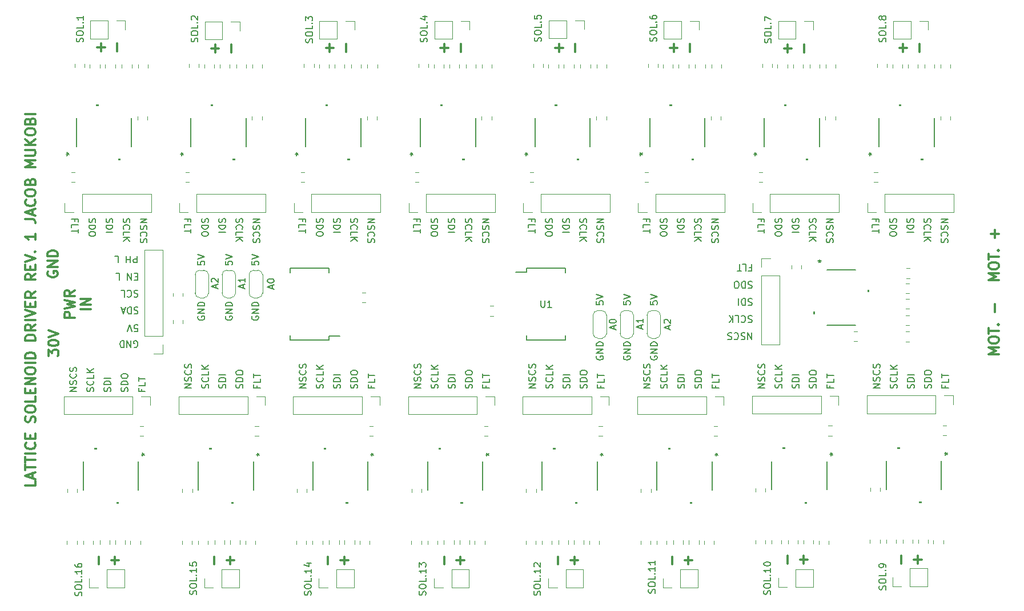
<source format=gbr>
%TF.GenerationSoftware,KiCad,Pcbnew,9.0.0*%
%TF.CreationDate,2025-03-04T09:43:35-08:00*%
%TF.ProjectId,Lattice Solenoid Driver,4c617474-6963-4652-9053-6f6c656e6f69,rev?*%
%TF.SameCoordinates,Original*%
%TF.FileFunction,Legend,Top*%
%TF.FilePolarity,Positive*%
%FSLAX46Y46*%
G04 Gerber Fmt 4.6, Leading zero omitted, Abs format (unit mm)*
G04 Created by KiCad (PCBNEW 9.0.0) date 2025-03-04 09:43:35*
%MOMM*%
%LPD*%
G01*
G04 APERTURE LIST*
%ADD10C,0.200000*%
%ADD11C,0.150000*%
%ADD12C,0.300000*%
%ADD13C,0.120000*%
%ADD14C,0.152400*%
%ADD15C,0.000000*%
G04 APERTURE END LIST*
D10*
X103674600Y-58177945D02*
X103722219Y-58035088D01*
X103722219Y-58035088D02*
X103722219Y-57796993D01*
X103722219Y-57796993D02*
X103674600Y-57701755D01*
X103674600Y-57701755D02*
X103626980Y-57654136D01*
X103626980Y-57654136D02*
X103531742Y-57606517D01*
X103531742Y-57606517D02*
X103436504Y-57606517D01*
X103436504Y-57606517D02*
X103341266Y-57654136D01*
X103341266Y-57654136D02*
X103293647Y-57701755D01*
X103293647Y-57701755D02*
X103246028Y-57796993D01*
X103246028Y-57796993D02*
X103198409Y-57987469D01*
X103198409Y-57987469D02*
X103150790Y-58082707D01*
X103150790Y-58082707D02*
X103103171Y-58130326D01*
X103103171Y-58130326D02*
X103007933Y-58177945D01*
X103007933Y-58177945D02*
X102912695Y-58177945D01*
X102912695Y-58177945D02*
X102817457Y-58130326D01*
X102817457Y-58130326D02*
X102769838Y-58082707D01*
X102769838Y-58082707D02*
X102722219Y-57987469D01*
X102722219Y-57987469D02*
X102722219Y-57749374D01*
X102722219Y-57749374D02*
X102769838Y-57606517D01*
X102722219Y-56987469D02*
X102722219Y-56796993D01*
X102722219Y-56796993D02*
X102769838Y-56701755D01*
X102769838Y-56701755D02*
X102865076Y-56606517D01*
X102865076Y-56606517D02*
X103055552Y-56558898D01*
X103055552Y-56558898D02*
X103388885Y-56558898D01*
X103388885Y-56558898D02*
X103579361Y-56606517D01*
X103579361Y-56606517D02*
X103674600Y-56701755D01*
X103674600Y-56701755D02*
X103722219Y-56796993D01*
X103722219Y-56796993D02*
X103722219Y-56987469D01*
X103722219Y-56987469D02*
X103674600Y-57082707D01*
X103674600Y-57082707D02*
X103579361Y-57177945D01*
X103579361Y-57177945D02*
X103388885Y-57225564D01*
X103388885Y-57225564D02*
X103055552Y-57225564D01*
X103055552Y-57225564D02*
X102865076Y-57177945D01*
X102865076Y-57177945D02*
X102769838Y-57082707D01*
X102769838Y-57082707D02*
X102722219Y-56987469D01*
X103722219Y-55654136D02*
X103722219Y-56130326D01*
X103722219Y-56130326D02*
X102722219Y-56130326D01*
X103626980Y-55320802D02*
X103674600Y-55273183D01*
X103674600Y-55273183D02*
X103722219Y-55320802D01*
X103722219Y-55320802D02*
X103674600Y-55368421D01*
X103674600Y-55368421D02*
X103626980Y-55320802D01*
X103626980Y-55320802D02*
X103722219Y-55320802D01*
X102817457Y-54892231D02*
X102769838Y-54844612D01*
X102769838Y-54844612D02*
X102722219Y-54749374D01*
X102722219Y-54749374D02*
X102722219Y-54511279D01*
X102722219Y-54511279D02*
X102769838Y-54416041D01*
X102769838Y-54416041D02*
X102817457Y-54368422D01*
X102817457Y-54368422D02*
X102912695Y-54320803D01*
X102912695Y-54320803D02*
X103007933Y-54320803D01*
X103007933Y-54320803D02*
X103150790Y-54368422D01*
X103150790Y-54368422D02*
X103722219Y-54939850D01*
X103722219Y-54939850D02*
X103722219Y-54320803D01*
D11*
X170774819Y-109513220D02*
X169774819Y-109513220D01*
X169774819Y-109513220D02*
X170774819Y-108941792D01*
X170774819Y-108941792D02*
X169774819Y-108941792D01*
X170727200Y-108513220D02*
X170774819Y-108370363D01*
X170774819Y-108370363D02*
X170774819Y-108132268D01*
X170774819Y-108132268D02*
X170727200Y-108037030D01*
X170727200Y-108037030D02*
X170679580Y-107989411D01*
X170679580Y-107989411D02*
X170584342Y-107941792D01*
X170584342Y-107941792D02*
X170489104Y-107941792D01*
X170489104Y-107941792D02*
X170393866Y-107989411D01*
X170393866Y-107989411D02*
X170346247Y-108037030D01*
X170346247Y-108037030D02*
X170298628Y-108132268D01*
X170298628Y-108132268D02*
X170251009Y-108322744D01*
X170251009Y-108322744D02*
X170203390Y-108417982D01*
X170203390Y-108417982D02*
X170155771Y-108465601D01*
X170155771Y-108465601D02*
X170060533Y-108513220D01*
X170060533Y-108513220D02*
X169965295Y-108513220D01*
X169965295Y-108513220D02*
X169870057Y-108465601D01*
X169870057Y-108465601D02*
X169822438Y-108417982D01*
X169822438Y-108417982D02*
X169774819Y-108322744D01*
X169774819Y-108322744D02*
X169774819Y-108084649D01*
X169774819Y-108084649D02*
X169822438Y-107941792D01*
X170679580Y-106941792D02*
X170727200Y-106989411D01*
X170727200Y-106989411D02*
X170774819Y-107132268D01*
X170774819Y-107132268D02*
X170774819Y-107227506D01*
X170774819Y-107227506D02*
X170727200Y-107370363D01*
X170727200Y-107370363D02*
X170631961Y-107465601D01*
X170631961Y-107465601D02*
X170536723Y-107513220D01*
X170536723Y-107513220D02*
X170346247Y-107560839D01*
X170346247Y-107560839D02*
X170203390Y-107560839D01*
X170203390Y-107560839D02*
X170012914Y-107513220D01*
X170012914Y-107513220D02*
X169917676Y-107465601D01*
X169917676Y-107465601D02*
X169822438Y-107370363D01*
X169822438Y-107370363D02*
X169774819Y-107227506D01*
X169774819Y-107227506D02*
X169774819Y-107132268D01*
X169774819Y-107132268D02*
X169822438Y-106989411D01*
X169822438Y-106989411D02*
X169870057Y-106941792D01*
X170727200Y-106560839D02*
X170774819Y-106417982D01*
X170774819Y-106417982D02*
X170774819Y-106179887D01*
X170774819Y-106179887D02*
X170727200Y-106084649D01*
X170727200Y-106084649D02*
X170679580Y-106037030D01*
X170679580Y-106037030D02*
X170584342Y-105989411D01*
X170584342Y-105989411D02*
X170489104Y-105989411D01*
X170489104Y-105989411D02*
X170393866Y-106037030D01*
X170393866Y-106037030D02*
X170346247Y-106084649D01*
X170346247Y-106084649D02*
X170298628Y-106179887D01*
X170298628Y-106179887D02*
X170251009Y-106370363D01*
X170251009Y-106370363D02*
X170203390Y-106465601D01*
X170203390Y-106465601D02*
X170155771Y-106513220D01*
X170155771Y-106513220D02*
X170060533Y-106560839D01*
X170060533Y-106560839D02*
X169965295Y-106560839D01*
X169965295Y-106560839D02*
X169870057Y-106513220D01*
X169870057Y-106513220D02*
X169822438Y-106465601D01*
X169822438Y-106465601D02*
X169774819Y-106370363D01*
X169774819Y-106370363D02*
X169774819Y-106132268D01*
X169774819Y-106132268D02*
X169822438Y-105989411D01*
D10*
X110436504Y-94677945D02*
X110436504Y-94201755D01*
X110722219Y-94773183D02*
X109722219Y-94439850D01*
X109722219Y-94439850D02*
X110722219Y-94106517D01*
X110722219Y-93249374D02*
X110722219Y-93820802D01*
X110722219Y-93535088D02*
X109722219Y-93535088D01*
X109722219Y-93535088D02*
X109865076Y-93630326D01*
X109865076Y-93630326D02*
X109960314Y-93725564D01*
X109960314Y-93725564D02*
X110007933Y-93820802D01*
D11*
X93307200Y-110060839D02*
X93354819Y-109917982D01*
X93354819Y-109917982D02*
X93354819Y-109679887D01*
X93354819Y-109679887D02*
X93307200Y-109584649D01*
X93307200Y-109584649D02*
X93259580Y-109537030D01*
X93259580Y-109537030D02*
X93164342Y-109489411D01*
X93164342Y-109489411D02*
X93069104Y-109489411D01*
X93069104Y-109489411D02*
X92973866Y-109537030D01*
X92973866Y-109537030D02*
X92926247Y-109584649D01*
X92926247Y-109584649D02*
X92878628Y-109679887D01*
X92878628Y-109679887D02*
X92831009Y-109870363D01*
X92831009Y-109870363D02*
X92783390Y-109965601D01*
X92783390Y-109965601D02*
X92735771Y-110013220D01*
X92735771Y-110013220D02*
X92640533Y-110060839D01*
X92640533Y-110060839D02*
X92545295Y-110060839D01*
X92545295Y-110060839D02*
X92450057Y-110013220D01*
X92450057Y-110013220D02*
X92402438Y-109965601D01*
X92402438Y-109965601D02*
X92354819Y-109870363D01*
X92354819Y-109870363D02*
X92354819Y-109632268D01*
X92354819Y-109632268D02*
X92402438Y-109489411D01*
X93354819Y-109060839D02*
X92354819Y-109060839D01*
X92354819Y-109060839D02*
X92354819Y-108822744D01*
X92354819Y-108822744D02*
X92402438Y-108679887D01*
X92402438Y-108679887D02*
X92497676Y-108584649D01*
X92497676Y-108584649D02*
X92592914Y-108537030D01*
X92592914Y-108537030D02*
X92783390Y-108489411D01*
X92783390Y-108489411D02*
X92926247Y-108489411D01*
X92926247Y-108489411D02*
X93116723Y-108537030D01*
X93116723Y-108537030D02*
X93211961Y-108584649D01*
X93211961Y-108584649D02*
X93307200Y-108679887D01*
X93307200Y-108679887D02*
X93354819Y-108822744D01*
X93354819Y-108822744D02*
X93354819Y-109060839D01*
X92354819Y-107870363D02*
X92354819Y-107679887D01*
X92354819Y-107679887D02*
X92402438Y-107584649D01*
X92402438Y-107584649D02*
X92497676Y-107489411D01*
X92497676Y-107489411D02*
X92688152Y-107441792D01*
X92688152Y-107441792D02*
X93021485Y-107441792D01*
X93021485Y-107441792D02*
X93211961Y-107489411D01*
X93211961Y-107489411D02*
X93307200Y-107584649D01*
X93307200Y-107584649D02*
X93354819Y-107679887D01*
X93354819Y-107679887D02*
X93354819Y-107870363D01*
X93354819Y-107870363D02*
X93307200Y-107965601D01*
X93307200Y-107965601D02*
X93211961Y-108060839D01*
X93211961Y-108060839D02*
X93021485Y-108108458D01*
X93021485Y-108108458D02*
X92688152Y-108108458D01*
X92688152Y-108108458D02*
X92497676Y-108060839D01*
X92497676Y-108060839D02*
X92402438Y-107965601D01*
X92402438Y-107965601D02*
X92354819Y-107870363D01*
X191872800Y-84389160D02*
X191825180Y-84532017D01*
X191825180Y-84532017D02*
X191825180Y-84770112D01*
X191825180Y-84770112D02*
X191872800Y-84865350D01*
X191872800Y-84865350D02*
X191920419Y-84912969D01*
X191920419Y-84912969D02*
X192015657Y-84960588D01*
X192015657Y-84960588D02*
X192110895Y-84960588D01*
X192110895Y-84960588D02*
X192206133Y-84912969D01*
X192206133Y-84912969D02*
X192253752Y-84865350D01*
X192253752Y-84865350D02*
X192301371Y-84770112D01*
X192301371Y-84770112D02*
X192348990Y-84579636D01*
X192348990Y-84579636D02*
X192396609Y-84484398D01*
X192396609Y-84484398D02*
X192444228Y-84436779D01*
X192444228Y-84436779D02*
X192539466Y-84389160D01*
X192539466Y-84389160D02*
X192634704Y-84389160D01*
X192634704Y-84389160D02*
X192729942Y-84436779D01*
X192729942Y-84436779D02*
X192777561Y-84484398D01*
X192777561Y-84484398D02*
X192825180Y-84579636D01*
X192825180Y-84579636D02*
X192825180Y-84817731D01*
X192825180Y-84817731D02*
X192777561Y-84960588D01*
X191825180Y-85389160D02*
X192825180Y-85389160D01*
X192825180Y-85389160D02*
X192825180Y-85627255D01*
X192825180Y-85627255D02*
X192777561Y-85770112D01*
X192777561Y-85770112D02*
X192682323Y-85865350D01*
X192682323Y-85865350D02*
X192587085Y-85912969D01*
X192587085Y-85912969D02*
X192396609Y-85960588D01*
X192396609Y-85960588D02*
X192253752Y-85960588D01*
X192253752Y-85960588D02*
X192063276Y-85912969D01*
X192063276Y-85912969D02*
X191968038Y-85865350D01*
X191968038Y-85865350D02*
X191872800Y-85770112D01*
X191872800Y-85770112D02*
X191825180Y-85627255D01*
X191825180Y-85627255D02*
X191825180Y-85389160D01*
X191825180Y-86389160D02*
X192825180Y-86389160D01*
D12*
X210440516Y-134454510D02*
X210440516Y-135597368D01*
X209869087Y-135025939D02*
X211011944Y-135025939D01*
X208025600Y-134454510D02*
X208025600Y-135597368D01*
X174269484Y-59645489D02*
X174269484Y-58502632D01*
X174840912Y-59074060D02*
X173698055Y-59074060D01*
X176684400Y-59645489D02*
X176684400Y-58502632D01*
D11*
X107807200Y-109560839D02*
X107854819Y-109417982D01*
X107854819Y-109417982D02*
X107854819Y-109179887D01*
X107854819Y-109179887D02*
X107807200Y-109084649D01*
X107807200Y-109084649D02*
X107759580Y-109037030D01*
X107759580Y-109037030D02*
X107664342Y-108989411D01*
X107664342Y-108989411D02*
X107569104Y-108989411D01*
X107569104Y-108989411D02*
X107473866Y-109037030D01*
X107473866Y-109037030D02*
X107426247Y-109084649D01*
X107426247Y-109084649D02*
X107378628Y-109179887D01*
X107378628Y-109179887D02*
X107331009Y-109370363D01*
X107331009Y-109370363D02*
X107283390Y-109465601D01*
X107283390Y-109465601D02*
X107235771Y-109513220D01*
X107235771Y-109513220D02*
X107140533Y-109560839D01*
X107140533Y-109560839D02*
X107045295Y-109560839D01*
X107045295Y-109560839D02*
X106950057Y-109513220D01*
X106950057Y-109513220D02*
X106902438Y-109465601D01*
X106902438Y-109465601D02*
X106854819Y-109370363D01*
X106854819Y-109370363D02*
X106854819Y-109132268D01*
X106854819Y-109132268D02*
X106902438Y-108989411D01*
X107854819Y-108560839D02*
X106854819Y-108560839D01*
X106854819Y-108560839D02*
X106854819Y-108322744D01*
X106854819Y-108322744D02*
X106902438Y-108179887D01*
X106902438Y-108179887D02*
X106997676Y-108084649D01*
X106997676Y-108084649D02*
X107092914Y-108037030D01*
X107092914Y-108037030D02*
X107283390Y-107989411D01*
X107283390Y-107989411D02*
X107426247Y-107989411D01*
X107426247Y-107989411D02*
X107616723Y-108037030D01*
X107616723Y-108037030D02*
X107711961Y-108084649D01*
X107711961Y-108084649D02*
X107807200Y-108179887D01*
X107807200Y-108179887D02*
X107854819Y-108322744D01*
X107854819Y-108322744D02*
X107854819Y-108560839D01*
X107854819Y-107560839D02*
X106854819Y-107560839D01*
D12*
X79655828Y-123331203D02*
X79655828Y-124045489D01*
X79655828Y-124045489D02*
X78155828Y-124045489D01*
X79227257Y-122902631D02*
X79227257Y-122188346D01*
X79655828Y-123045488D02*
X78155828Y-122545488D01*
X78155828Y-122545488D02*
X79655828Y-122045488D01*
X78155828Y-121759774D02*
X78155828Y-120902632D01*
X79655828Y-121331203D02*
X78155828Y-121331203D01*
X78155828Y-120616917D02*
X78155828Y-119759775D01*
X79655828Y-120188346D02*
X78155828Y-120188346D01*
X79655828Y-119259775D02*
X78155828Y-119259775D01*
X79512971Y-117688346D02*
X79584400Y-117759774D01*
X79584400Y-117759774D02*
X79655828Y-117974060D01*
X79655828Y-117974060D02*
X79655828Y-118116917D01*
X79655828Y-118116917D02*
X79584400Y-118331203D01*
X79584400Y-118331203D02*
X79441542Y-118474060D01*
X79441542Y-118474060D02*
X79298685Y-118545489D01*
X79298685Y-118545489D02*
X79012971Y-118616917D01*
X79012971Y-118616917D02*
X78798685Y-118616917D01*
X78798685Y-118616917D02*
X78512971Y-118545489D01*
X78512971Y-118545489D02*
X78370114Y-118474060D01*
X78370114Y-118474060D02*
X78227257Y-118331203D01*
X78227257Y-118331203D02*
X78155828Y-118116917D01*
X78155828Y-118116917D02*
X78155828Y-117974060D01*
X78155828Y-117974060D02*
X78227257Y-117759774D01*
X78227257Y-117759774D02*
X78298685Y-117688346D01*
X78870114Y-117045489D02*
X78870114Y-116545489D01*
X79655828Y-116331203D02*
X79655828Y-117045489D01*
X79655828Y-117045489D02*
X78155828Y-117045489D01*
X78155828Y-117045489D02*
X78155828Y-116331203D01*
X79584400Y-114616917D02*
X79655828Y-114402632D01*
X79655828Y-114402632D02*
X79655828Y-114045489D01*
X79655828Y-114045489D02*
X79584400Y-113902632D01*
X79584400Y-113902632D02*
X79512971Y-113831203D01*
X79512971Y-113831203D02*
X79370114Y-113759774D01*
X79370114Y-113759774D02*
X79227257Y-113759774D01*
X79227257Y-113759774D02*
X79084400Y-113831203D01*
X79084400Y-113831203D02*
X79012971Y-113902632D01*
X79012971Y-113902632D02*
X78941542Y-114045489D01*
X78941542Y-114045489D02*
X78870114Y-114331203D01*
X78870114Y-114331203D02*
X78798685Y-114474060D01*
X78798685Y-114474060D02*
X78727257Y-114545489D01*
X78727257Y-114545489D02*
X78584400Y-114616917D01*
X78584400Y-114616917D02*
X78441542Y-114616917D01*
X78441542Y-114616917D02*
X78298685Y-114545489D01*
X78298685Y-114545489D02*
X78227257Y-114474060D01*
X78227257Y-114474060D02*
X78155828Y-114331203D01*
X78155828Y-114331203D02*
X78155828Y-113974060D01*
X78155828Y-113974060D02*
X78227257Y-113759774D01*
X78155828Y-112831203D02*
X78155828Y-112545489D01*
X78155828Y-112545489D02*
X78227257Y-112402632D01*
X78227257Y-112402632D02*
X78370114Y-112259775D01*
X78370114Y-112259775D02*
X78655828Y-112188346D01*
X78655828Y-112188346D02*
X79155828Y-112188346D01*
X79155828Y-112188346D02*
X79441542Y-112259775D01*
X79441542Y-112259775D02*
X79584400Y-112402632D01*
X79584400Y-112402632D02*
X79655828Y-112545489D01*
X79655828Y-112545489D02*
X79655828Y-112831203D01*
X79655828Y-112831203D02*
X79584400Y-112974061D01*
X79584400Y-112974061D02*
X79441542Y-113116918D01*
X79441542Y-113116918D02*
X79155828Y-113188346D01*
X79155828Y-113188346D02*
X78655828Y-113188346D01*
X78655828Y-113188346D02*
X78370114Y-113116918D01*
X78370114Y-113116918D02*
X78227257Y-112974061D01*
X78227257Y-112974061D02*
X78155828Y-112831203D01*
X79655828Y-110831203D02*
X79655828Y-111545489D01*
X79655828Y-111545489D02*
X78155828Y-111545489D01*
X78870114Y-110331203D02*
X78870114Y-109831203D01*
X79655828Y-109616917D02*
X79655828Y-110331203D01*
X79655828Y-110331203D02*
X78155828Y-110331203D01*
X78155828Y-110331203D02*
X78155828Y-109616917D01*
X79655828Y-108974060D02*
X78155828Y-108974060D01*
X78155828Y-108974060D02*
X79655828Y-108116917D01*
X79655828Y-108116917D02*
X78155828Y-108116917D01*
X78155828Y-107116916D02*
X78155828Y-106831202D01*
X78155828Y-106831202D02*
X78227257Y-106688345D01*
X78227257Y-106688345D02*
X78370114Y-106545488D01*
X78370114Y-106545488D02*
X78655828Y-106474059D01*
X78655828Y-106474059D02*
X79155828Y-106474059D01*
X79155828Y-106474059D02*
X79441542Y-106545488D01*
X79441542Y-106545488D02*
X79584400Y-106688345D01*
X79584400Y-106688345D02*
X79655828Y-106831202D01*
X79655828Y-106831202D02*
X79655828Y-107116916D01*
X79655828Y-107116916D02*
X79584400Y-107259774D01*
X79584400Y-107259774D02*
X79441542Y-107402631D01*
X79441542Y-107402631D02*
X79155828Y-107474059D01*
X79155828Y-107474059D02*
X78655828Y-107474059D01*
X78655828Y-107474059D02*
X78370114Y-107402631D01*
X78370114Y-107402631D02*
X78227257Y-107259774D01*
X78227257Y-107259774D02*
X78155828Y-107116916D01*
X79655828Y-105831202D02*
X78155828Y-105831202D01*
X79655828Y-105116916D02*
X78155828Y-105116916D01*
X78155828Y-105116916D02*
X78155828Y-104759773D01*
X78155828Y-104759773D02*
X78227257Y-104545487D01*
X78227257Y-104545487D02*
X78370114Y-104402630D01*
X78370114Y-104402630D02*
X78512971Y-104331201D01*
X78512971Y-104331201D02*
X78798685Y-104259773D01*
X78798685Y-104259773D02*
X79012971Y-104259773D01*
X79012971Y-104259773D02*
X79298685Y-104331201D01*
X79298685Y-104331201D02*
X79441542Y-104402630D01*
X79441542Y-104402630D02*
X79584400Y-104545487D01*
X79584400Y-104545487D02*
X79655828Y-104759773D01*
X79655828Y-104759773D02*
X79655828Y-105116916D01*
X79655828Y-102474059D02*
X78155828Y-102474059D01*
X78155828Y-102474059D02*
X78155828Y-102116916D01*
X78155828Y-102116916D02*
X78227257Y-101902630D01*
X78227257Y-101902630D02*
X78370114Y-101759773D01*
X78370114Y-101759773D02*
X78512971Y-101688344D01*
X78512971Y-101688344D02*
X78798685Y-101616916D01*
X78798685Y-101616916D02*
X79012971Y-101616916D01*
X79012971Y-101616916D02*
X79298685Y-101688344D01*
X79298685Y-101688344D02*
X79441542Y-101759773D01*
X79441542Y-101759773D02*
X79584400Y-101902630D01*
X79584400Y-101902630D02*
X79655828Y-102116916D01*
X79655828Y-102116916D02*
X79655828Y-102474059D01*
X79655828Y-100116916D02*
X78941542Y-100616916D01*
X79655828Y-100974059D02*
X78155828Y-100974059D01*
X78155828Y-100974059D02*
X78155828Y-100402630D01*
X78155828Y-100402630D02*
X78227257Y-100259773D01*
X78227257Y-100259773D02*
X78298685Y-100188344D01*
X78298685Y-100188344D02*
X78441542Y-100116916D01*
X78441542Y-100116916D02*
X78655828Y-100116916D01*
X78655828Y-100116916D02*
X78798685Y-100188344D01*
X78798685Y-100188344D02*
X78870114Y-100259773D01*
X78870114Y-100259773D02*
X78941542Y-100402630D01*
X78941542Y-100402630D02*
X78941542Y-100974059D01*
X79655828Y-99474059D02*
X78155828Y-99474059D01*
X78155828Y-98974058D02*
X79655828Y-98474058D01*
X79655828Y-98474058D02*
X78155828Y-97974058D01*
X78870114Y-97474059D02*
X78870114Y-96974059D01*
X79655828Y-96759773D02*
X79655828Y-97474059D01*
X79655828Y-97474059D02*
X78155828Y-97474059D01*
X78155828Y-97474059D02*
X78155828Y-96759773D01*
X79655828Y-95259773D02*
X78941542Y-95759773D01*
X79655828Y-96116916D02*
X78155828Y-96116916D01*
X78155828Y-96116916D02*
X78155828Y-95545487D01*
X78155828Y-95545487D02*
X78227257Y-95402630D01*
X78227257Y-95402630D02*
X78298685Y-95331201D01*
X78298685Y-95331201D02*
X78441542Y-95259773D01*
X78441542Y-95259773D02*
X78655828Y-95259773D01*
X78655828Y-95259773D02*
X78798685Y-95331201D01*
X78798685Y-95331201D02*
X78870114Y-95402630D01*
X78870114Y-95402630D02*
X78941542Y-95545487D01*
X78941542Y-95545487D02*
X78941542Y-96116916D01*
X79655828Y-92616916D02*
X78941542Y-93116916D01*
X79655828Y-93474059D02*
X78155828Y-93474059D01*
X78155828Y-93474059D02*
X78155828Y-92902630D01*
X78155828Y-92902630D02*
X78227257Y-92759773D01*
X78227257Y-92759773D02*
X78298685Y-92688344D01*
X78298685Y-92688344D02*
X78441542Y-92616916D01*
X78441542Y-92616916D02*
X78655828Y-92616916D01*
X78655828Y-92616916D02*
X78798685Y-92688344D01*
X78798685Y-92688344D02*
X78870114Y-92759773D01*
X78870114Y-92759773D02*
X78941542Y-92902630D01*
X78941542Y-92902630D02*
X78941542Y-93474059D01*
X78870114Y-91974059D02*
X78870114Y-91474059D01*
X79655828Y-91259773D02*
X79655828Y-91974059D01*
X79655828Y-91974059D02*
X78155828Y-91974059D01*
X78155828Y-91974059D02*
X78155828Y-91259773D01*
X78155828Y-90831201D02*
X79655828Y-90331201D01*
X79655828Y-90331201D02*
X78155828Y-89831201D01*
X79512971Y-89331202D02*
X79584400Y-89259773D01*
X79584400Y-89259773D02*
X79655828Y-89331202D01*
X79655828Y-89331202D02*
X79584400Y-89402630D01*
X79584400Y-89402630D02*
X79512971Y-89331202D01*
X79512971Y-89331202D02*
X79655828Y-89331202D01*
X79655828Y-86688344D02*
X79655828Y-87545487D01*
X79655828Y-87116916D02*
X78155828Y-87116916D01*
X78155828Y-87116916D02*
X78370114Y-87259773D01*
X78370114Y-87259773D02*
X78512971Y-87402630D01*
X78512971Y-87402630D02*
X78584400Y-87545487D01*
X78155828Y-84474059D02*
X79227257Y-84474059D01*
X79227257Y-84474059D02*
X79441542Y-84545488D01*
X79441542Y-84545488D02*
X79584400Y-84688345D01*
X79584400Y-84688345D02*
X79655828Y-84902631D01*
X79655828Y-84902631D02*
X79655828Y-85045488D01*
X79227257Y-83831202D02*
X79227257Y-83116917D01*
X79655828Y-83974059D02*
X78155828Y-83474059D01*
X78155828Y-83474059D02*
X79655828Y-82974059D01*
X79512971Y-81616917D02*
X79584400Y-81688345D01*
X79584400Y-81688345D02*
X79655828Y-81902631D01*
X79655828Y-81902631D02*
X79655828Y-82045488D01*
X79655828Y-82045488D02*
X79584400Y-82259774D01*
X79584400Y-82259774D02*
X79441542Y-82402631D01*
X79441542Y-82402631D02*
X79298685Y-82474060D01*
X79298685Y-82474060D02*
X79012971Y-82545488D01*
X79012971Y-82545488D02*
X78798685Y-82545488D01*
X78798685Y-82545488D02*
X78512971Y-82474060D01*
X78512971Y-82474060D02*
X78370114Y-82402631D01*
X78370114Y-82402631D02*
X78227257Y-82259774D01*
X78227257Y-82259774D02*
X78155828Y-82045488D01*
X78155828Y-82045488D02*
X78155828Y-81902631D01*
X78155828Y-81902631D02*
X78227257Y-81688345D01*
X78227257Y-81688345D02*
X78298685Y-81616917D01*
X78155828Y-80688345D02*
X78155828Y-80402631D01*
X78155828Y-80402631D02*
X78227257Y-80259774D01*
X78227257Y-80259774D02*
X78370114Y-80116917D01*
X78370114Y-80116917D02*
X78655828Y-80045488D01*
X78655828Y-80045488D02*
X79155828Y-80045488D01*
X79155828Y-80045488D02*
X79441542Y-80116917D01*
X79441542Y-80116917D02*
X79584400Y-80259774D01*
X79584400Y-80259774D02*
X79655828Y-80402631D01*
X79655828Y-80402631D02*
X79655828Y-80688345D01*
X79655828Y-80688345D02*
X79584400Y-80831203D01*
X79584400Y-80831203D02*
X79441542Y-80974060D01*
X79441542Y-80974060D02*
X79155828Y-81045488D01*
X79155828Y-81045488D02*
X78655828Y-81045488D01*
X78655828Y-81045488D02*
X78370114Y-80974060D01*
X78370114Y-80974060D02*
X78227257Y-80831203D01*
X78227257Y-80831203D02*
X78155828Y-80688345D01*
X78870114Y-78902631D02*
X78941542Y-78688345D01*
X78941542Y-78688345D02*
X79012971Y-78616916D01*
X79012971Y-78616916D02*
X79155828Y-78545488D01*
X79155828Y-78545488D02*
X79370114Y-78545488D01*
X79370114Y-78545488D02*
X79512971Y-78616916D01*
X79512971Y-78616916D02*
X79584400Y-78688345D01*
X79584400Y-78688345D02*
X79655828Y-78831202D01*
X79655828Y-78831202D02*
X79655828Y-79402631D01*
X79655828Y-79402631D02*
X78155828Y-79402631D01*
X78155828Y-79402631D02*
X78155828Y-78902631D01*
X78155828Y-78902631D02*
X78227257Y-78759774D01*
X78227257Y-78759774D02*
X78298685Y-78688345D01*
X78298685Y-78688345D02*
X78441542Y-78616916D01*
X78441542Y-78616916D02*
X78584400Y-78616916D01*
X78584400Y-78616916D02*
X78727257Y-78688345D01*
X78727257Y-78688345D02*
X78798685Y-78759774D01*
X78798685Y-78759774D02*
X78870114Y-78902631D01*
X78870114Y-78902631D02*
X78870114Y-79402631D01*
X79655828Y-76759774D02*
X78155828Y-76759774D01*
X78155828Y-76759774D02*
X79227257Y-76259774D01*
X79227257Y-76259774D02*
X78155828Y-75759774D01*
X78155828Y-75759774D02*
X79655828Y-75759774D01*
X78155828Y-75045488D02*
X79370114Y-75045488D01*
X79370114Y-75045488D02*
X79512971Y-74974059D01*
X79512971Y-74974059D02*
X79584400Y-74902631D01*
X79584400Y-74902631D02*
X79655828Y-74759773D01*
X79655828Y-74759773D02*
X79655828Y-74474059D01*
X79655828Y-74474059D02*
X79584400Y-74331202D01*
X79584400Y-74331202D02*
X79512971Y-74259773D01*
X79512971Y-74259773D02*
X79370114Y-74188345D01*
X79370114Y-74188345D02*
X78155828Y-74188345D01*
X79655828Y-73474059D02*
X78155828Y-73474059D01*
X79655828Y-72616916D02*
X78798685Y-73259773D01*
X78155828Y-72616916D02*
X79012971Y-73474059D01*
X78155828Y-71688344D02*
X78155828Y-71402630D01*
X78155828Y-71402630D02*
X78227257Y-71259773D01*
X78227257Y-71259773D02*
X78370114Y-71116916D01*
X78370114Y-71116916D02*
X78655828Y-71045487D01*
X78655828Y-71045487D02*
X79155828Y-71045487D01*
X79155828Y-71045487D02*
X79441542Y-71116916D01*
X79441542Y-71116916D02*
X79584400Y-71259773D01*
X79584400Y-71259773D02*
X79655828Y-71402630D01*
X79655828Y-71402630D02*
X79655828Y-71688344D01*
X79655828Y-71688344D02*
X79584400Y-71831202D01*
X79584400Y-71831202D02*
X79441542Y-71974059D01*
X79441542Y-71974059D02*
X79155828Y-72045487D01*
X79155828Y-72045487D02*
X78655828Y-72045487D01*
X78655828Y-72045487D02*
X78370114Y-71974059D01*
X78370114Y-71974059D02*
X78227257Y-71831202D01*
X78227257Y-71831202D02*
X78155828Y-71688344D01*
X78870114Y-69902630D02*
X78941542Y-69688344D01*
X78941542Y-69688344D02*
X79012971Y-69616915D01*
X79012971Y-69616915D02*
X79155828Y-69545487D01*
X79155828Y-69545487D02*
X79370114Y-69545487D01*
X79370114Y-69545487D02*
X79512971Y-69616915D01*
X79512971Y-69616915D02*
X79584400Y-69688344D01*
X79584400Y-69688344D02*
X79655828Y-69831201D01*
X79655828Y-69831201D02*
X79655828Y-70402630D01*
X79655828Y-70402630D02*
X78155828Y-70402630D01*
X78155828Y-70402630D02*
X78155828Y-69902630D01*
X78155828Y-69902630D02*
X78227257Y-69759773D01*
X78227257Y-69759773D02*
X78298685Y-69688344D01*
X78298685Y-69688344D02*
X78441542Y-69616915D01*
X78441542Y-69616915D02*
X78584400Y-69616915D01*
X78584400Y-69616915D02*
X78727257Y-69688344D01*
X78727257Y-69688344D02*
X78798685Y-69759773D01*
X78798685Y-69759773D02*
X78870114Y-69902630D01*
X78870114Y-69902630D02*
X78870114Y-70402630D01*
X79655828Y-68902630D02*
X78155828Y-68902630D01*
D10*
X94685326Y-89932780D02*
X94685326Y-90932780D01*
X94685326Y-90932780D02*
X94304374Y-90932780D01*
X94304374Y-90932780D02*
X94209136Y-90885161D01*
X94209136Y-90885161D02*
X94161517Y-90837542D01*
X94161517Y-90837542D02*
X94113898Y-90742304D01*
X94113898Y-90742304D02*
X94113898Y-90599447D01*
X94113898Y-90599447D02*
X94161517Y-90504209D01*
X94161517Y-90504209D02*
X94209136Y-90456590D01*
X94209136Y-90456590D02*
X94304374Y-90408971D01*
X94304374Y-90408971D02*
X94685326Y-90408971D01*
X93685326Y-89932780D02*
X93685326Y-90932780D01*
X93685326Y-90456590D02*
X93113898Y-90456590D01*
X93113898Y-89932780D02*
X93113898Y-90932780D01*
X91399612Y-89932780D02*
X91875802Y-89932780D01*
X91875802Y-89932780D02*
X91875802Y-90932780D01*
D11*
X208872800Y-84389160D02*
X208825180Y-84532017D01*
X208825180Y-84532017D02*
X208825180Y-84770112D01*
X208825180Y-84770112D02*
X208872800Y-84865350D01*
X208872800Y-84865350D02*
X208920419Y-84912969D01*
X208920419Y-84912969D02*
X209015657Y-84960588D01*
X209015657Y-84960588D02*
X209110895Y-84960588D01*
X209110895Y-84960588D02*
X209206133Y-84912969D01*
X209206133Y-84912969D02*
X209253752Y-84865350D01*
X209253752Y-84865350D02*
X209301371Y-84770112D01*
X209301371Y-84770112D02*
X209348990Y-84579636D01*
X209348990Y-84579636D02*
X209396609Y-84484398D01*
X209396609Y-84484398D02*
X209444228Y-84436779D01*
X209444228Y-84436779D02*
X209539466Y-84389160D01*
X209539466Y-84389160D02*
X209634704Y-84389160D01*
X209634704Y-84389160D02*
X209729942Y-84436779D01*
X209729942Y-84436779D02*
X209777561Y-84484398D01*
X209777561Y-84484398D02*
X209825180Y-84579636D01*
X209825180Y-84579636D02*
X209825180Y-84817731D01*
X209825180Y-84817731D02*
X209777561Y-84960588D01*
X208825180Y-85389160D02*
X209825180Y-85389160D01*
X209825180Y-85389160D02*
X209825180Y-85627255D01*
X209825180Y-85627255D02*
X209777561Y-85770112D01*
X209777561Y-85770112D02*
X209682323Y-85865350D01*
X209682323Y-85865350D02*
X209587085Y-85912969D01*
X209587085Y-85912969D02*
X209396609Y-85960588D01*
X209396609Y-85960588D02*
X209253752Y-85960588D01*
X209253752Y-85960588D02*
X209063276Y-85912969D01*
X209063276Y-85912969D02*
X208968038Y-85865350D01*
X208968038Y-85865350D02*
X208872800Y-85770112D01*
X208872800Y-85770112D02*
X208825180Y-85627255D01*
X208825180Y-85627255D02*
X208825180Y-85389160D01*
X208825180Y-86389160D02*
X209825180Y-86389160D01*
X162905180Y-84436779D02*
X163905180Y-84436779D01*
X163905180Y-84436779D02*
X162905180Y-85008207D01*
X162905180Y-85008207D02*
X163905180Y-85008207D01*
X162952800Y-85436779D02*
X162905180Y-85579636D01*
X162905180Y-85579636D02*
X162905180Y-85817731D01*
X162905180Y-85817731D02*
X162952800Y-85912969D01*
X162952800Y-85912969D02*
X163000419Y-85960588D01*
X163000419Y-85960588D02*
X163095657Y-86008207D01*
X163095657Y-86008207D02*
X163190895Y-86008207D01*
X163190895Y-86008207D02*
X163286133Y-85960588D01*
X163286133Y-85960588D02*
X163333752Y-85912969D01*
X163333752Y-85912969D02*
X163381371Y-85817731D01*
X163381371Y-85817731D02*
X163428990Y-85627255D01*
X163428990Y-85627255D02*
X163476609Y-85532017D01*
X163476609Y-85532017D02*
X163524228Y-85484398D01*
X163524228Y-85484398D02*
X163619466Y-85436779D01*
X163619466Y-85436779D02*
X163714704Y-85436779D01*
X163714704Y-85436779D02*
X163809942Y-85484398D01*
X163809942Y-85484398D02*
X163857561Y-85532017D01*
X163857561Y-85532017D02*
X163905180Y-85627255D01*
X163905180Y-85627255D02*
X163905180Y-85865350D01*
X163905180Y-85865350D02*
X163857561Y-86008207D01*
X163000419Y-87008207D02*
X162952800Y-86960588D01*
X162952800Y-86960588D02*
X162905180Y-86817731D01*
X162905180Y-86817731D02*
X162905180Y-86722493D01*
X162905180Y-86722493D02*
X162952800Y-86579636D01*
X162952800Y-86579636D02*
X163048038Y-86484398D01*
X163048038Y-86484398D02*
X163143276Y-86436779D01*
X163143276Y-86436779D02*
X163333752Y-86389160D01*
X163333752Y-86389160D02*
X163476609Y-86389160D01*
X163476609Y-86389160D02*
X163667085Y-86436779D01*
X163667085Y-86436779D02*
X163762323Y-86484398D01*
X163762323Y-86484398D02*
X163857561Y-86579636D01*
X163857561Y-86579636D02*
X163905180Y-86722493D01*
X163905180Y-86722493D02*
X163905180Y-86817731D01*
X163905180Y-86817731D02*
X163857561Y-86960588D01*
X163857561Y-86960588D02*
X163809942Y-87008207D01*
X162952800Y-87389160D02*
X162905180Y-87532017D01*
X162905180Y-87532017D02*
X162905180Y-87770112D01*
X162905180Y-87770112D02*
X162952800Y-87865350D01*
X162952800Y-87865350D02*
X163000419Y-87912969D01*
X163000419Y-87912969D02*
X163095657Y-87960588D01*
X163095657Y-87960588D02*
X163190895Y-87960588D01*
X163190895Y-87960588D02*
X163286133Y-87912969D01*
X163286133Y-87912969D02*
X163333752Y-87865350D01*
X163333752Y-87865350D02*
X163381371Y-87770112D01*
X163381371Y-87770112D02*
X163428990Y-87579636D01*
X163428990Y-87579636D02*
X163476609Y-87484398D01*
X163476609Y-87484398D02*
X163524228Y-87436779D01*
X163524228Y-87436779D02*
X163619466Y-87389160D01*
X163619466Y-87389160D02*
X163714704Y-87389160D01*
X163714704Y-87389160D02*
X163809942Y-87436779D01*
X163809942Y-87436779D02*
X163857561Y-87484398D01*
X163857561Y-87484398D02*
X163905180Y-87579636D01*
X163905180Y-87579636D02*
X163905180Y-87817731D01*
X163905180Y-87817731D02*
X163857561Y-87960588D01*
X158807200Y-109560839D02*
X158854819Y-109417982D01*
X158854819Y-109417982D02*
X158854819Y-109179887D01*
X158854819Y-109179887D02*
X158807200Y-109084649D01*
X158807200Y-109084649D02*
X158759580Y-109037030D01*
X158759580Y-109037030D02*
X158664342Y-108989411D01*
X158664342Y-108989411D02*
X158569104Y-108989411D01*
X158569104Y-108989411D02*
X158473866Y-109037030D01*
X158473866Y-109037030D02*
X158426247Y-109084649D01*
X158426247Y-109084649D02*
X158378628Y-109179887D01*
X158378628Y-109179887D02*
X158331009Y-109370363D01*
X158331009Y-109370363D02*
X158283390Y-109465601D01*
X158283390Y-109465601D02*
X158235771Y-109513220D01*
X158235771Y-109513220D02*
X158140533Y-109560839D01*
X158140533Y-109560839D02*
X158045295Y-109560839D01*
X158045295Y-109560839D02*
X157950057Y-109513220D01*
X157950057Y-109513220D02*
X157902438Y-109465601D01*
X157902438Y-109465601D02*
X157854819Y-109370363D01*
X157854819Y-109370363D02*
X157854819Y-109132268D01*
X157854819Y-109132268D02*
X157902438Y-108989411D01*
X158854819Y-108560839D02*
X157854819Y-108560839D01*
X157854819Y-108560839D02*
X157854819Y-108322744D01*
X157854819Y-108322744D02*
X157902438Y-108179887D01*
X157902438Y-108179887D02*
X157997676Y-108084649D01*
X157997676Y-108084649D02*
X158092914Y-108037030D01*
X158092914Y-108037030D02*
X158283390Y-107989411D01*
X158283390Y-107989411D02*
X158426247Y-107989411D01*
X158426247Y-107989411D02*
X158616723Y-108037030D01*
X158616723Y-108037030D02*
X158711961Y-108084649D01*
X158711961Y-108084649D02*
X158807200Y-108179887D01*
X158807200Y-108179887D02*
X158854819Y-108322744D01*
X158854819Y-108322744D02*
X158854819Y-108560839D01*
X158854819Y-107560839D02*
X157854819Y-107560839D01*
D12*
X85440912Y-99100000D02*
X83940912Y-99100000D01*
X83940912Y-99100000D02*
X83940912Y-98528571D01*
X83940912Y-98528571D02*
X84012341Y-98385714D01*
X84012341Y-98385714D02*
X84083769Y-98314285D01*
X84083769Y-98314285D02*
X84226626Y-98242857D01*
X84226626Y-98242857D02*
X84440912Y-98242857D01*
X84440912Y-98242857D02*
X84583769Y-98314285D01*
X84583769Y-98314285D02*
X84655198Y-98385714D01*
X84655198Y-98385714D02*
X84726626Y-98528571D01*
X84726626Y-98528571D02*
X84726626Y-99100000D01*
X83940912Y-97742857D02*
X85440912Y-97385714D01*
X85440912Y-97385714D02*
X84369484Y-97100000D01*
X84369484Y-97100000D02*
X85440912Y-96814285D01*
X85440912Y-96814285D02*
X83940912Y-96457143D01*
X85440912Y-95028571D02*
X84726626Y-95528571D01*
X85440912Y-95885714D02*
X83940912Y-95885714D01*
X83940912Y-95885714D02*
X83940912Y-95314285D01*
X83940912Y-95314285D02*
X84012341Y-95171428D01*
X84012341Y-95171428D02*
X84083769Y-95099999D01*
X84083769Y-95099999D02*
X84226626Y-95028571D01*
X84226626Y-95028571D02*
X84440912Y-95028571D01*
X84440912Y-95028571D02*
X84583769Y-95099999D01*
X84583769Y-95099999D02*
X84655198Y-95171428D01*
X84655198Y-95171428D02*
X84726626Y-95314285D01*
X84726626Y-95314285D02*
X84726626Y-95885714D01*
X87855828Y-97885714D02*
X86355828Y-97885714D01*
X87855828Y-97171428D02*
X86355828Y-97171428D01*
X86355828Y-97171428D02*
X87855828Y-96314285D01*
X87855828Y-96314285D02*
X86355828Y-96314285D01*
D11*
X119774819Y-109513220D02*
X118774819Y-109513220D01*
X118774819Y-109513220D02*
X119774819Y-108941792D01*
X119774819Y-108941792D02*
X118774819Y-108941792D01*
X119727200Y-108513220D02*
X119774819Y-108370363D01*
X119774819Y-108370363D02*
X119774819Y-108132268D01*
X119774819Y-108132268D02*
X119727200Y-108037030D01*
X119727200Y-108037030D02*
X119679580Y-107989411D01*
X119679580Y-107989411D02*
X119584342Y-107941792D01*
X119584342Y-107941792D02*
X119489104Y-107941792D01*
X119489104Y-107941792D02*
X119393866Y-107989411D01*
X119393866Y-107989411D02*
X119346247Y-108037030D01*
X119346247Y-108037030D02*
X119298628Y-108132268D01*
X119298628Y-108132268D02*
X119251009Y-108322744D01*
X119251009Y-108322744D02*
X119203390Y-108417982D01*
X119203390Y-108417982D02*
X119155771Y-108465601D01*
X119155771Y-108465601D02*
X119060533Y-108513220D01*
X119060533Y-108513220D02*
X118965295Y-108513220D01*
X118965295Y-108513220D02*
X118870057Y-108465601D01*
X118870057Y-108465601D02*
X118822438Y-108417982D01*
X118822438Y-108417982D02*
X118774819Y-108322744D01*
X118774819Y-108322744D02*
X118774819Y-108084649D01*
X118774819Y-108084649D02*
X118822438Y-107941792D01*
X119679580Y-106941792D02*
X119727200Y-106989411D01*
X119727200Y-106989411D02*
X119774819Y-107132268D01*
X119774819Y-107132268D02*
X119774819Y-107227506D01*
X119774819Y-107227506D02*
X119727200Y-107370363D01*
X119727200Y-107370363D02*
X119631961Y-107465601D01*
X119631961Y-107465601D02*
X119536723Y-107513220D01*
X119536723Y-107513220D02*
X119346247Y-107560839D01*
X119346247Y-107560839D02*
X119203390Y-107560839D01*
X119203390Y-107560839D02*
X119012914Y-107513220D01*
X119012914Y-107513220D02*
X118917676Y-107465601D01*
X118917676Y-107465601D02*
X118822438Y-107370363D01*
X118822438Y-107370363D02*
X118774819Y-107227506D01*
X118774819Y-107227506D02*
X118774819Y-107132268D01*
X118774819Y-107132268D02*
X118822438Y-106989411D01*
X118822438Y-106989411D02*
X118870057Y-106941792D01*
X119727200Y-106560839D02*
X119774819Y-106417982D01*
X119774819Y-106417982D02*
X119774819Y-106179887D01*
X119774819Y-106179887D02*
X119727200Y-106084649D01*
X119727200Y-106084649D02*
X119679580Y-106037030D01*
X119679580Y-106037030D02*
X119584342Y-105989411D01*
X119584342Y-105989411D02*
X119489104Y-105989411D01*
X119489104Y-105989411D02*
X119393866Y-106037030D01*
X119393866Y-106037030D02*
X119346247Y-106084649D01*
X119346247Y-106084649D02*
X119298628Y-106179887D01*
X119298628Y-106179887D02*
X119251009Y-106370363D01*
X119251009Y-106370363D02*
X119203390Y-106465601D01*
X119203390Y-106465601D02*
X119155771Y-106513220D01*
X119155771Y-106513220D02*
X119060533Y-106560839D01*
X119060533Y-106560839D02*
X118965295Y-106560839D01*
X118965295Y-106560839D02*
X118870057Y-106513220D01*
X118870057Y-106513220D02*
X118822438Y-106465601D01*
X118822438Y-106465601D02*
X118774819Y-106370363D01*
X118774819Y-106370363D02*
X118774819Y-106132268D01*
X118774819Y-106132268D02*
X118822438Y-105989411D01*
X144347200Y-109560839D02*
X144394819Y-109417982D01*
X144394819Y-109417982D02*
X144394819Y-109179887D01*
X144394819Y-109179887D02*
X144347200Y-109084649D01*
X144347200Y-109084649D02*
X144299580Y-109037030D01*
X144299580Y-109037030D02*
X144204342Y-108989411D01*
X144204342Y-108989411D02*
X144109104Y-108989411D01*
X144109104Y-108989411D02*
X144013866Y-109037030D01*
X144013866Y-109037030D02*
X143966247Y-109084649D01*
X143966247Y-109084649D02*
X143918628Y-109179887D01*
X143918628Y-109179887D02*
X143871009Y-109370363D01*
X143871009Y-109370363D02*
X143823390Y-109465601D01*
X143823390Y-109465601D02*
X143775771Y-109513220D01*
X143775771Y-109513220D02*
X143680533Y-109560839D01*
X143680533Y-109560839D02*
X143585295Y-109560839D01*
X143585295Y-109560839D02*
X143490057Y-109513220D01*
X143490057Y-109513220D02*
X143442438Y-109465601D01*
X143442438Y-109465601D02*
X143394819Y-109370363D01*
X143394819Y-109370363D02*
X143394819Y-109132268D01*
X143394819Y-109132268D02*
X143442438Y-108989411D01*
X144394819Y-108560839D02*
X143394819Y-108560839D01*
X143394819Y-108560839D02*
X143394819Y-108322744D01*
X143394819Y-108322744D02*
X143442438Y-108179887D01*
X143442438Y-108179887D02*
X143537676Y-108084649D01*
X143537676Y-108084649D02*
X143632914Y-108037030D01*
X143632914Y-108037030D02*
X143823390Y-107989411D01*
X143823390Y-107989411D02*
X143966247Y-107989411D01*
X143966247Y-107989411D02*
X144156723Y-108037030D01*
X144156723Y-108037030D02*
X144251961Y-108084649D01*
X144251961Y-108084649D02*
X144347200Y-108179887D01*
X144347200Y-108179887D02*
X144394819Y-108322744D01*
X144394819Y-108322744D02*
X144394819Y-108560839D01*
X143394819Y-107370363D02*
X143394819Y-107179887D01*
X143394819Y-107179887D02*
X143442438Y-107084649D01*
X143442438Y-107084649D02*
X143537676Y-106989411D01*
X143537676Y-106989411D02*
X143728152Y-106941792D01*
X143728152Y-106941792D02*
X144061485Y-106941792D01*
X144061485Y-106941792D02*
X144251961Y-106989411D01*
X144251961Y-106989411D02*
X144347200Y-107084649D01*
X144347200Y-107084649D02*
X144394819Y-107179887D01*
X144394819Y-107179887D02*
X144394819Y-107370363D01*
X144394819Y-107370363D02*
X144347200Y-107465601D01*
X144347200Y-107465601D02*
X144251961Y-107560839D01*
X144251961Y-107560839D02*
X144061485Y-107608458D01*
X144061485Y-107608458D02*
X143728152Y-107608458D01*
X143728152Y-107608458D02*
X143537676Y-107560839D01*
X143537676Y-107560839D02*
X143442438Y-107465601D01*
X143442438Y-107465601D02*
X143394819Y-107370363D01*
X185865839Y-93777800D02*
X185722982Y-93730180D01*
X185722982Y-93730180D02*
X185484887Y-93730180D01*
X185484887Y-93730180D02*
X185389649Y-93777800D01*
X185389649Y-93777800D02*
X185342030Y-93825419D01*
X185342030Y-93825419D02*
X185294411Y-93920657D01*
X185294411Y-93920657D02*
X185294411Y-94015895D01*
X185294411Y-94015895D02*
X185342030Y-94111133D01*
X185342030Y-94111133D02*
X185389649Y-94158752D01*
X185389649Y-94158752D02*
X185484887Y-94206371D01*
X185484887Y-94206371D02*
X185675363Y-94253990D01*
X185675363Y-94253990D02*
X185770601Y-94301609D01*
X185770601Y-94301609D02*
X185818220Y-94349228D01*
X185818220Y-94349228D02*
X185865839Y-94444466D01*
X185865839Y-94444466D02*
X185865839Y-94539704D01*
X185865839Y-94539704D02*
X185818220Y-94634942D01*
X185818220Y-94634942D02*
X185770601Y-94682561D01*
X185770601Y-94682561D02*
X185675363Y-94730180D01*
X185675363Y-94730180D02*
X185437268Y-94730180D01*
X185437268Y-94730180D02*
X185294411Y-94682561D01*
X184865839Y-93730180D02*
X184865839Y-94730180D01*
X184865839Y-94730180D02*
X184627744Y-94730180D01*
X184627744Y-94730180D02*
X184484887Y-94682561D01*
X184484887Y-94682561D02*
X184389649Y-94587323D01*
X184389649Y-94587323D02*
X184342030Y-94492085D01*
X184342030Y-94492085D02*
X184294411Y-94301609D01*
X184294411Y-94301609D02*
X184294411Y-94158752D01*
X184294411Y-94158752D02*
X184342030Y-93968276D01*
X184342030Y-93968276D02*
X184389649Y-93873038D01*
X184389649Y-93873038D02*
X184484887Y-93777800D01*
X184484887Y-93777800D02*
X184627744Y-93730180D01*
X184627744Y-93730180D02*
X184865839Y-93730180D01*
X183675363Y-94730180D02*
X183484887Y-94730180D01*
X183484887Y-94730180D02*
X183389649Y-94682561D01*
X183389649Y-94682561D02*
X183294411Y-94587323D01*
X183294411Y-94587323D02*
X183246792Y-94396847D01*
X183246792Y-94396847D02*
X183246792Y-94063514D01*
X183246792Y-94063514D02*
X183294411Y-93873038D01*
X183294411Y-93873038D02*
X183389649Y-93777800D01*
X183389649Y-93777800D02*
X183484887Y-93730180D01*
X183484887Y-93730180D02*
X183675363Y-93730180D01*
X183675363Y-93730180D02*
X183770601Y-93777800D01*
X183770601Y-93777800D02*
X183865839Y-93873038D01*
X183865839Y-93873038D02*
X183913458Y-94063514D01*
X183913458Y-94063514D02*
X183913458Y-94396847D01*
X183913458Y-94396847D02*
X183865839Y-94587323D01*
X183865839Y-94587323D02*
X183770601Y-94682561D01*
X183770601Y-94682561D02*
X183675363Y-94730180D01*
X194412800Y-84389160D02*
X194365180Y-84532017D01*
X194365180Y-84532017D02*
X194365180Y-84770112D01*
X194365180Y-84770112D02*
X194412800Y-84865350D01*
X194412800Y-84865350D02*
X194460419Y-84912969D01*
X194460419Y-84912969D02*
X194555657Y-84960588D01*
X194555657Y-84960588D02*
X194650895Y-84960588D01*
X194650895Y-84960588D02*
X194746133Y-84912969D01*
X194746133Y-84912969D02*
X194793752Y-84865350D01*
X194793752Y-84865350D02*
X194841371Y-84770112D01*
X194841371Y-84770112D02*
X194888990Y-84579636D01*
X194888990Y-84579636D02*
X194936609Y-84484398D01*
X194936609Y-84484398D02*
X194984228Y-84436779D01*
X194984228Y-84436779D02*
X195079466Y-84389160D01*
X195079466Y-84389160D02*
X195174704Y-84389160D01*
X195174704Y-84389160D02*
X195269942Y-84436779D01*
X195269942Y-84436779D02*
X195317561Y-84484398D01*
X195317561Y-84484398D02*
X195365180Y-84579636D01*
X195365180Y-84579636D02*
X195365180Y-84817731D01*
X195365180Y-84817731D02*
X195317561Y-84960588D01*
X194460419Y-85960588D02*
X194412800Y-85912969D01*
X194412800Y-85912969D02*
X194365180Y-85770112D01*
X194365180Y-85770112D02*
X194365180Y-85674874D01*
X194365180Y-85674874D02*
X194412800Y-85532017D01*
X194412800Y-85532017D02*
X194508038Y-85436779D01*
X194508038Y-85436779D02*
X194603276Y-85389160D01*
X194603276Y-85389160D02*
X194793752Y-85341541D01*
X194793752Y-85341541D02*
X194936609Y-85341541D01*
X194936609Y-85341541D02*
X195127085Y-85389160D01*
X195127085Y-85389160D02*
X195222323Y-85436779D01*
X195222323Y-85436779D02*
X195317561Y-85532017D01*
X195317561Y-85532017D02*
X195365180Y-85674874D01*
X195365180Y-85674874D02*
X195365180Y-85770112D01*
X195365180Y-85770112D02*
X195317561Y-85912969D01*
X195317561Y-85912969D02*
X195269942Y-85960588D01*
X194365180Y-86865350D02*
X194365180Y-86389160D01*
X194365180Y-86389160D02*
X195365180Y-86389160D01*
X194365180Y-87198684D02*
X195365180Y-87198684D01*
X194365180Y-87770112D02*
X194936609Y-87341541D01*
X195365180Y-87770112D02*
X194793752Y-87198684D01*
X189332800Y-84389160D02*
X189285180Y-84532017D01*
X189285180Y-84532017D02*
X189285180Y-84770112D01*
X189285180Y-84770112D02*
X189332800Y-84865350D01*
X189332800Y-84865350D02*
X189380419Y-84912969D01*
X189380419Y-84912969D02*
X189475657Y-84960588D01*
X189475657Y-84960588D02*
X189570895Y-84960588D01*
X189570895Y-84960588D02*
X189666133Y-84912969D01*
X189666133Y-84912969D02*
X189713752Y-84865350D01*
X189713752Y-84865350D02*
X189761371Y-84770112D01*
X189761371Y-84770112D02*
X189808990Y-84579636D01*
X189808990Y-84579636D02*
X189856609Y-84484398D01*
X189856609Y-84484398D02*
X189904228Y-84436779D01*
X189904228Y-84436779D02*
X189999466Y-84389160D01*
X189999466Y-84389160D02*
X190094704Y-84389160D01*
X190094704Y-84389160D02*
X190189942Y-84436779D01*
X190189942Y-84436779D02*
X190237561Y-84484398D01*
X190237561Y-84484398D02*
X190285180Y-84579636D01*
X190285180Y-84579636D02*
X190285180Y-84817731D01*
X190285180Y-84817731D02*
X190237561Y-84960588D01*
X189285180Y-85389160D02*
X190285180Y-85389160D01*
X190285180Y-85389160D02*
X190285180Y-85627255D01*
X190285180Y-85627255D02*
X190237561Y-85770112D01*
X190237561Y-85770112D02*
X190142323Y-85865350D01*
X190142323Y-85865350D02*
X190047085Y-85912969D01*
X190047085Y-85912969D02*
X189856609Y-85960588D01*
X189856609Y-85960588D02*
X189713752Y-85960588D01*
X189713752Y-85960588D02*
X189523276Y-85912969D01*
X189523276Y-85912969D02*
X189428038Y-85865350D01*
X189428038Y-85865350D02*
X189332800Y-85770112D01*
X189332800Y-85770112D02*
X189285180Y-85627255D01*
X189285180Y-85627255D02*
X189285180Y-85389160D01*
X190285180Y-86579636D02*
X190285180Y-86770112D01*
X190285180Y-86770112D02*
X190237561Y-86865350D01*
X190237561Y-86865350D02*
X190142323Y-86960588D01*
X190142323Y-86960588D02*
X189951847Y-87008207D01*
X189951847Y-87008207D02*
X189618514Y-87008207D01*
X189618514Y-87008207D02*
X189428038Y-86960588D01*
X189428038Y-86960588D02*
X189332800Y-86865350D01*
X189332800Y-86865350D02*
X189285180Y-86770112D01*
X189285180Y-86770112D02*
X189285180Y-86579636D01*
X189285180Y-86579636D02*
X189332800Y-86484398D01*
X189332800Y-86484398D02*
X189428038Y-86389160D01*
X189428038Y-86389160D02*
X189618514Y-86341541D01*
X189618514Y-86341541D02*
X189951847Y-86341541D01*
X189951847Y-86341541D02*
X190142323Y-86389160D01*
X190142323Y-86389160D02*
X190237561Y-86484398D01*
X190237561Y-86484398D02*
X190285180Y-86579636D01*
X105267200Y-109560839D02*
X105314819Y-109417982D01*
X105314819Y-109417982D02*
X105314819Y-109179887D01*
X105314819Y-109179887D02*
X105267200Y-109084649D01*
X105267200Y-109084649D02*
X105219580Y-109037030D01*
X105219580Y-109037030D02*
X105124342Y-108989411D01*
X105124342Y-108989411D02*
X105029104Y-108989411D01*
X105029104Y-108989411D02*
X104933866Y-109037030D01*
X104933866Y-109037030D02*
X104886247Y-109084649D01*
X104886247Y-109084649D02*
X104838628Y-109179887D01*
X104838628Y-109179887D02*
X104791009Y-109370363D01*
X104791009Y-109370363D02*
X104743390Y-109465601D01*
X104743390Y-109465601D02*
X104695771Y-109513220D01*
X104695771Y-109513220D02*
X104600533Y-109560839D01*
X104600533Y-109560839D02*
X104505295Y-109560839D01*
X104505295Y-109560839D02*
X104410057Y-109513220D01*
X104410057Y-109513220D02*
X104362438Y-109465601D01*
X104362438Y-109465601D02*
X104314819Y-109370363D01*
X104314819Y-109370363D02*
X104314819Y-109132268D01*
X104314819Y-109132268D02*
X104362438Y-108989411D01*
X105219580Y-107989411D02*
X105267200Y-108037030D01*
X105267200Y-108037030D02*
X105314819Y-108179887D01*
X105314819Y-108179887D02*
X105314819Y-108275125D01*
X105314819Y-108275125D02*
X105267200Y-108417982D01*
X105267200Y-108417982D02*
X105171961Y-108513220D01*
X105171961Y-108513220D02*
X105076723Y-108560839D01*
X105076723Y-108560839D02*
X104886247Y-108608458D01*
X104886247Y-108608458D02*
X104743390Y-108608458D01*
X104743390Y-108608458D02*
X104552914Y-108560839D01*
X104552914Y-108560839D02*
X104457676Y-108513220D01*
X104457676Y-108513220D02*
X104362438Y-108417982D01*
X104362438Y-108417982D02*
X104314819Y-108275125D01*
X104314819Y-108275125D02*
X104314819Y-108179887D01*
X104314819Y-108179887D02*
X104362438Y-108037030D01*
X104362438Y-108037030D02*
X104410057Y-107989411D01*
X105314819Y-107084649D02*
X105314819Y-107560839D01*
X105314819Y-107560839D02*
X104314819Y-107560839D01*
X105314819Y-106751315D02*
X104314819Y-106751315D01*
X105314819Y-106179887D02*
X104743390Y-106608458D01*
X104314819Y-106179887D02*
X104886247Y-106751315D01*
D10*
X137474600Y-140277945D02*
X137522219Y-140135088D01*
X137522219Y-140135088D02*
X137522219Y-139896993D01*
X137522219Y-139896993D02*
X137474600Y-139801755D01*
X137474600Y-139801755D02*
X137426980Y-139754136D01*
X137426980Y-139754136D02*
X137331742Y-139706517D01*
X137331742Y-139706517D02*
X137236504Y-139706517D01*
X137236504Y-139706517D02*
X137141266Y-139754136D01*
X137141266Y-139754136D02*
X137093647Y-139801755D01*
X137093647Y-139801755D02*
X137046028Y-139896993D01*
X137046028Y-139896993D02*
X136998409Y-140087469D01*
X136998409Y-140087469D02*
X136950790Y-140182707D01*
X136950790Y-140182707D02*
X136903171Y-140230326D01*
X136903171Y-140230326D02*
X136807933Y-140277945D01*
X136807933Y-140277945D02*
X136712695Y-140277945D01*
X136712695Y-140277945D02*
X136617457Y-140230326D01*
X136617457Y-140230326D02*
X136569838Y-140182707D01*
X136569838Y-140182707D02*
X136522219Y-140087469D01*
X136522219Y-140087469D02*
X136522219Y-139849374D01*
X136522219Y-139849374D02*
X136569838Y-139706517D01*
X136522219Y-139087469D02*
X136522219Y-138896993D01*
X136522219Y-138896993D02*
X136569838Y-138801755D01*
X136569838Y-138801755D02*
X136665076Y-138706517D01*
X136665076Y-138706517D02*
X136855552Y-138658898D01*
X136855552Y-138658898D02*
X137188885Y-138658898D01*
X137188885Y-138658898D02*
X137379361Y-138706517D01*
X137379361Y-138706517D02*
X137474600Y-138801755D01*
X137474600Y-138801755D02*
X137522219Y-138896993D01*
X137522219Y-138896993D02*
X137522219Y-139087469D01*
X137522219Y-139087469D02*
X137474600Y-139182707D01*
X137474600Y-139182707D02*
X137379361Y-139277945D01*
X137379361Y-139277945D02*
X137188885Y-139325564D01*
X137188885Y-139325564D02*
X136855552Y-139325564D01*
X136855552Y-139325564D02*
X136665076Y-139277945D01*
X136665076Y-139277945D02*
X136569838Y-139182707D01*
X136569838Y-139182707D02*
X136522219Y-139087469D01*
X137522219Y-137754136D02*
X137522219Y-138230326D01*
X137522219Y-138230326D02*
X136522219Y-138230326D01*
X137426980Y-137420802D02*
X137474600Y-137373183D01*
X137474600Y-137373183D02*
X137522219Y-137420802D01*
X137522219Y-137420802D02*
X137474600Y-137468421D01*
X137474600Y-137468421D02*
X137426980Y-137420802D01*
X137426980Y-137420802D02*
X137522219Y-137420802D01*
X137522219Y-136420803D02*
X137522219Y-136992231D01*
X137522219Y-136706517D02*
X136522219Y-136706517D01*
X136522219Y-136706517D02*
X136665076Y-136801755D01*
X136665076Y-136801755D02*
X136760314Y-136896993D01*
X136760314Y-136896993D02*
X136807933Y-136992231D01*
X136522219Y-136087469D02*
X136522219Y-135468422D01*
X136522219Y-135468422D02*
X136903171Y-135801755D01*
X136903171Y-135801755D02*
X136903171Y-135658898D01*
X136903171Y-135658898D02*
X136950790Y-135563660D01*
X136950790Y-135563660D02*
X136998409Y-135516041D01*
X136998409Y-135516041D02*
X137093647Y-135468422D01*
X137093647Y-135468422D02*
X137331742Y-135468422D01*
X137331742Y-135468422D02*
X137426980Y-135516041D01*
X137426980Y-135516041D02*
X137474600Y-135563660D01*
X137474600Y-135563660D02*
X137522219Y-135658898D01*
X137522219Y-135658898D02*
X137522219Y-135944612D01*
X137522219Y-135944612D02*
X137474600Y-136039850D01*
X137474600Y-136039850D02*
X137426980Y-136087469D01*
X137674600Y-58177945D02*
X137722219Y-58035088D01*
X137722219Y-58035088D02*
X137722219Y-57796993D01*
X137722219Y-57796993D02*
X137674600Y-57701755D01*
X137674600Y-57701755D02*
X137626980Y-57654136D01*
X137626980Y-57654136D02*
X137531742Y-57606517D01*
X137531742Y-57606517D02*
X137436504Y-57606517D01*
X137436504Y-57606517D02*
X137341266Y-57654136D01*
X137341266Y-57654136D02*
X137293647Y-57701755D01*
X137293647Y-57701755D02*
X137246028Y-57796993D01*
X137246028Y-57796993D02*
X137198409Y-57987469D01*
X137198409Y-57987469D02*
X137150790Y-58082707D01*
X137150790Y-58082707D02*
X137103171Y-58130326D01*
X137103171Y-58130326D02*
X137007933Y-58177945D01*
X137007933Y-58177945D02*
X136912695Y-58177945D01*
X136912695Y-58177945D02*
X136817457Y-58130326D01*
X136817457Y-58130326D02*
X136769838Y-58082707D01*
X136769838Y-58082707D02*
X136722219Y-57987469D01*
X136722219Y-57987469D02*
X136722219Y-57749374D01*
X136722219Y-57749374D02*
X136769838Y-57606517D01*
X136722219Y-56987469D02*
X136722219Y-56796993D01*
X136722219Y-56796993D02*
X136769838Y-56701755D01*
X136769838Y-56701755D02*
X136865076Y-56606517D01*
X136865076Y-56606517D02*
X137055552Y-56558898D01*
X137055552Y-56558898D02*
X137388885Y-56558898D01*
X137388885Y-56558898D02*
X137579361Y-56606517D01*
X137579361Y-56606517D02*
X137674600Y-56701755D01*
X137674600Y-56701755D02*
X137722219Y-56796993D01*
X137722219Y-56796993D02*
X137722219Y-56987469D01*
X137722219Y-56987469D02*
X137674600Y-57082707D01*
X137674600Y-57082707D02*
X137579361Y-57177945D01*
X137579361Y-57177945D02*
X137388885Y-57225564D01*
X137388885Y-57225564D02*
X137055552Y-57225564D01*
X137055552Y-57225564D02*
X136865076Y-57177945D01*
X136865076Y-57177945D02*
X136769838Y-57082707D01*
X136769838Y-57082707D02*
X136722219Y-56987469D01*
X137722219Y-55654136D02*
X137722219Y-56130326D01*
X137722219Y-56130326D02*
X136722219Y-56130326D01*
X137626980Y-55320802D02*
X137674600Y-55273183D01*
X137674600Y-55273183D02*
X137722219Y-55320802D01*
X137722219Y-55320802D02*
X137674600Y-55368421D01*
X137674600Y-55368421D02*
X137626980Y-55320802D01*
X137626980Y-55320802D02*
X137722219Y-55320802D01*
X137055552Y-54416041D02*
X137722219Y-54416041D01*
X136674600Y-54654136D02*
X137388885Y-54892231D01*
X137388885Y-54892231D02*
X137388885Y-54273184D01*
D11*
X211412800Y-84389160D02*
X211365180Y-84532017D01*
X211365180Y-84532017D02*
X211365180Y-84770112D01*
X211365180Y-84770112D02*
X211412800Y-84865350D01*
X211412800Y-84865350D02*
X211460419Y-84912969D01*
X211460419Y-84912969D02*
X211555657Y-84960588D01*
X211555657Y-84960588D02*
X211650895Y-84960588D01*
X211650895Y-84960588D02*
X211746133Y-84912969D01*
X211746133Y-84912969D02*
X211793752Y-84865350D01*
X211793752Y-84865350D02*
X211841371Y-84770112D01*
X211841371Y-84770112D02*
X211888990Y-84579636D01*
X211888990Y-84579636D02*
X211936609Y-84484398D01*
X211936609Y-84484398D02*
X211984228Y-84436779D01*
X211984228Y-84436779D02*
X212079466Y-84389160D01*
X212079466Y-84389160D02*
X212174704Y-84389160D01*
X212174704Y-84389160D02*
X212269942Y-84436779D01*
X212269942Y-84436779D02*
X212317561Y-84484398D01*
X212317561Y-84484398D02*
X212365180Y-84579636D01*
X212365180Y-84579636D02*
X212365180Y-84817731D01*
X212365180Y-84817731D02*
X212317561Y-84960588D01*
X211460419Y-85960588D02*
X211412800Y-85912969D01*
X211412800Y-85912969D02*
X211365180Y-85770112D01*
X211365180Y-85770112D02*
X211365180Y-85674874D01*
X211365180Y-85674874D02*
X211412800Y-85532017D01*
X211412800Y-85532017D02*
X211508038Y-85436779D01*
X211508038Y-85436779D02*
X211603276Y-85389160D01*
X211603276Y-85389160D02*
X211793752Y-85341541D01*
X211793752Y-85341541D02*
X211936609Y-85341541D01*
X211936609Y-85341541D02*
X212127085Y-85389160D01*
X212127085Y-85389160D02*
X212222323Y-85436779D01*
X212222323Y-85436779D02*
X212317561Y-85532017D01*
X212317561Y-85532017D02*
X212365180Y-85674874D01*
X212365180Y-85674874D02*
X212365180Y-85770112D01*
X212365180Y-85770112D02*
X212317561Y-85912969D01*
X212317561Y-85912969D02*
X212269942Y-85960588D01*
X211365180Y-86865350D02*
X211365180Y-86389160D01*
X211365180Y-86389160D02*
X212365180Y-86389160D01*
X211365180Y-87198684D02*
X212365180Y-87198684D01*
X211365180Y-87770112D02*
X211936609Y-87341541D01*
X212365180Y-87770112D02*
X211793752Y-87198684D01*
X146449009Y-109179887D02*
X146449009Y-109513220D01*
X146972819Y-109513220D02*
X145972819Y-109513220D01*
X145972819Y-109513220D02*
X145972819Y-109037030D01*
X146972819Y-108179887D02*
X146972819Y-108656077D01*
X146972819Y-108656077D02*
X145972819Y-108656077D01*
X145972819Y-107989410D02*
X145972819Y-107417982D01*
X146972819Y-107703696D02*
X145972819Y-107703696D01*
X204826819Y-109513220D02*
X203826819Y-109513220D01*
X203826819Y-109513220D02*
X204826819Y-108941792D01*
X204826819Y-108941792D02*
X203826819Y-108941792D01*
X204779200Y-108513220D02*
X204826819Y-108370363D01*
X204826819Y-108370363D02*
X204826819Y-108132268D01*
X204826819Y-108132268D02*
X204779200Y-108037030D01*
X204779200Y-108037030D02*
X204731580Y-107989411D01*
X204731580Y-107989411D02*
X204636342Y-107941792D01*
X204636342Y-107941792D02*
X204541104Y-107941792D01*
X204541104Y-107941792D02*
X204445866Y-107989411D01*
X204445866Y-107989411D02*
X204398247Y-108037030D01*
X204398247Y-108037030D02*
X204350628Y-108132268D01*
X204350628Y-108132268D02*
X204303009Y-108322744D01*
X204303009Y-108322744D02*
X204255390Y-108417982D01*
X204255390Y-108417982D02*
X204207771Y-108465601D01*
X204207771Y-108465601D02*
X204112533Y-108513220D01*
X204112533Y-108513220D02*
X204017295Y-108513220D01*
X204017295Y-108513220D02*
X203922057Y-108465601D01*
X203922057Y-108465601D02*
X203874438Y-108417982D01*
X203874438Y-108417982D02*
X203826819Y-108322744D01*
X203826819Y-108322744D02*
X203826819Y-108084649D01*
X203826819Y-108084649D02*
X203874438Y-107941792D01*
X204731580Y-106941792D02*
X204779200Y-106989411D01*
X204779200Y-106989411D02*
X204826819Y-107132268D01*
X204826819Y-107132268D02*
X204826819Y-107227506D01*
X204826819Y-107227506D02*
X204779200Y-107370363D01*
X204779200Y-107370363D02*
X204683961Y-107465601D01*
X204683961Y-107465601D02*
X204588723Y-107513220D01*
X204588723Y-107513220D02*
X204398247Y-107560839D01*
X204398247Y-107560839D02*
X204255390Y-107560839D01*
X204255390Y-107560839D02*
X204064914Y-107513220D01*
X204064914Y-107513220D02*
X203969676Y-107465601D01*
X203969676Y-107465601D02*
X203874438Y-107370363D01*
X203874438Y-107370363D02*
X203826819Y-107227506D01*
X203826819Y-107227506D02*
X203826819Y-107132268D01*
X203826819Y-107132268D02*
X203874438Y-106989411D01*
X203874438Y-106989411D02*
X203922057Y-106941792D01*
X204779200Y-106560839D02*
X204826819Y-106417982D01*
X204826819Y-106417982D02*
X204826819Y-106179887D01*
X204826819Y-106179887D02*
X204779200Y-106084649D01*
X204779200Y-106084649D02*
X204731580Y-106037030D01*
X204731580Y-106037030D02*
X204636342Y-105989411D01*
X204636342Y-105989411D02*
X204541104Y-105989411D01*
X204541104Y-105989411D02*
X204445866Y-106037030D01*
X204445866Y-106037030D02*
X204398247Y-106084649D01*
X204398247Y-106084649D02*
X204350628Y-106179887D01*
X204350628Y-106179887D02*
X204303009Y-106370363D01*
X204303009Y-106370363D02*
X204255390Y-106465601D01*
X204255390Y-106465601D02*
X204207771Y-106513220D01*
X204207771Y-106513220D02*
X204112533Y-106560839D01*
X204112533Y-106560839D02*
X204017295Y-106560839D01*
X204017295Y-106560839D02*
X203922057Y-106513220D01*
X203922057Y-106513220D02*
X203874438Y-106465601D01*
X203874438Y-106465601D02*
X203826819Y-106370363D01*
X203826819Y-106370363D02*
X203826819Y-106132268D01*
X203826819Y-106132268D02*
X203874438Y-105989411D01*
X104332800Y-84389160D02*
X104285180Y-84532017D01*
X104285180Y-84532017D02*
X104285180Y-84770112D01*
X104285180Y-84770112D02*
X104332800Y-84865350D01*
X104332800Y-84865350D02*
X104380419Y-84912969D01*
X104380419Y-84912969D02*
X104475657Y-84960588D01*
X104475657Y-84960588D02*
X104570895Y-84960588D01*
X104570895Y-84960588D02*
X104666133Y-84912969D01*
X104666133Y-84912969D02*
X104713752Y-84865350D01*
X104713752Y-84865350D02*
X104761371Y-84770112D01*
X104761371Y-84770112D02*
X104808990Y-84579636D01*
X104808990Y-84579636D02*
X104856609Y-84484398D01*
X104856609Y-84484398D02*
X104904228Y-84436779D01*
X104904228Y-84436779D02*
X104999466Y-84389160D01*
X104999466Y-84389160D02*
X105094704Y-84389160D01*
X105094704Y-84389160D02*
X105189942Y-84436779D01*
X105189942Y-84436779D02*
X105237561Y-84484398D01*
X105237561Y-84484398D02*
X105285180Y-84579636D01*
X105285180Y-84579636D02*
X105285180Y-84817731D01*
X105285180Y-84817731D02*
X105237561Y-84960588D01*
X104285180Y-85389160D02*
X105285180Y-85389160D01*
X105285180Y-85389160D02*
X105285180Y-85627255D01*
X105285180Y-85627255D02*
X105237561Y-85770112D01*
X105237561Y-85770112D02*
X105142323Y-85865350D01*
X105142323Y-85865350D02*
X105047085Y-85912969D01*
X105047085Y-85912969D02*
X104856609Y-85960588D01*
X104856609Y-85960588D02*
X104713752Y-85960588D01*
X104713752Y-85960588D02*
X104523276Y-85912969D01*
X104523276Y-85912969D02*
X104428038Y-85865350D01*
X104428038Y-85865350D02*
X104332800Y-85770112D01*
X104332800Y-85770112D02*
X104285180Y-85627255D01*
X104285180Y-85627255D02*
X104285180Y-85389160D01*
X105285180Y-86579636D02*
X105285180Y-86770112D01*
X105285180Y-86770112D02*
X105237561Y-86865350D01*
X105237561Y-86865350D02*
X105142323Y-86960588D01*
X105142323Y-86960588D02*
X104951847Y-87008207D01*
X104951847Y-87008207D02*
X104618514Y-87008207D01*
X104618514Y-87008207D02*
X104428038Y-86960588D01*
X104428038Y-86960588D02*
X104332800Y-86865350D01*
X104332800Y-86865350D02*
X104285180Y-86770112D01*
X104285180Y-86770112D02*
X104285180Y-86579636D01*
X104285180Y-86579636D02*
X104332800Y-86484398D01*
X104332800Y-86484398D02*
X104428038Y-86389160D01*
X104428038Y-86389160D02*
X104618514Y-86341541D01*
X104618514Y-86341541D02*
X104951847Y-86341541D01*
X104951847Y-86341541D02*
X105142323Y-86389160D01*
X105142323Y-86389160D02*
X105237561Y-86484398D01*
X105237561Y-86484398D02*
X105285180Y-86579636D01*
D10*
X171674600Y-58077945D02*
X171722219Y-57935088D01*
X171722219Y-57935088D02*
X171722219Y-57696993D01*
X171722219Y-57696993D02*
X171674600Y-57601755D01*
X171674600Y-57601755D02*
X171626980Y-57554136D01*
X171626980Y-57554136D02*
X171531742Y-57506517D01*
X171531742Y-57506517D02*
X171436504Y-57506517D01*
X171436504Y-57506517D02*
X171341266Y-57554136D01*
X171341266Y-57554136D02*
X171293647Y-57601755D01*
X171293647Y-57601755D02*
X171246028Y-57696993D01*
X171246028Y-57696993D02*
X171198409Y-57887469D01*
X171198409Y-57887469D02*
X171150790Y-57982707D01*
X171150790Y-57982707D02*
X171103171Y-58030326D01*
X171103171Y-58030326D02*
X171007933Y-58077945D01*
X171007933Y-58077945D02*
X170912695Y-58077945D01*
X170912695Y-58077945D02*
X170817457Y-58030326D01*
X170817457Y-58030326D02*
X170769838Y-57982707D01*
X170769838Y-57982707D02*
X170722219Y-57887469D01*
X170722219Y-57887469D02*
X170722219Y-57649374D01*
X170722219Y-57649374D02*
X170769838Y-57506517D01*
X170722219Y-56887469D02*
X170722219Y-56696993D01*
X170722219Y-56696993D02*
X170769838Y-56601755D01*
X170769838Y-56601755D02*
X170865076Y-56506517D01*
X170865076Y-56506517D02*
X171055552Y-56458898D01*
X171055552Y-56458898D02*
X171388885Y-56458898D01*
X171388885Y-56458898D02*
X171579361Y-56506517D01*
X171579361Y-56506517D02*
X171674600Y-56601755D01*
X171674600Y-56601755D02*
X171722219Y-56696993D01*
X171722219Y-56696993D02*
X171722219Y-56887469D01*
X171722219Y-56887469D02*
X171674600Y-56982707D01*
X171674600Y-56982707D02*
X171579361Y-57077945D01*
X171579361Y-57077945D02*
X171388885Y-57125564D01*
X171388885Y-57125564D02*
X171055552Y-57125564D01*
X171055552Y-57125564D02*
X170865076Y-57077945D01*
X170865076Y-57077945D02*
X170769838Y-56982707D01*
X170769838Y-56982707D02*
X170722219Y-56887469D01*
X171722219Y-55554136D02*
X171722219Y-56030326D01*
X171722219Y-56030326D02*
X170722219Y-56030326D01*
X171626980Y-55220802D02*
X171674600Y-55173183D01*
X171674600Y-55173183D02*
X171722219Y-55220802D01*
X171722219Y-55220802D02*
X171674600Y-55268421D01*
X171674600Y-55268421D02*
X171626980Y-55220802D01*
X171626980Y-55220802D02*
X171722219Y-55220802D01*
X170722219Y-54316041D02*
X170722219Y-54506517D01*
X170722219Y-54506517D02*
X170769838Y-54601755D01*
X170769838Y-54601755D02*
X170817457Y-54649374D01*
X170817457Y-54649374D02*
X170960314Y-54744612D01*
X170960314Y-54744612D02*
X171150790Y-54792231D01*
X171150790Y-54792231D02*
X171531742Y-54792231D01*
X171531742Y-54792231D02*
X171626980Y-54744612D01*
X171626980Y-54744612D02*
X171674600Y-54696993D01*
X171674600Y-54696993D02*
X171722219Y-54601755D01*
X171722219Y-54601755D02*
X171722219Y-54411279D01*
X171722219Y-54411279D02*
X171674600Y-54316041D01*
X171674600Y-54316041D02*
X171626980Y-54268422D01*
X171626980Y-54268422D02*
X171531742Y-54220803D01*
X171531742Y-54220803D02*
X171293647Y-54220803D01*
X171293647Y-54220803D02*
X171198409Y-54268422D01*
X171198409Y-54268422D02*
X171150790Y-54316041D01*
X171150790Y-54316041D02*
X171103171Y-54411279D01*
X171103171Y-54411279D02*
X171103171Y-54601755D01*
X171103171Y-54601755D02*
X171150790Y-54696993D01*
X171150790Y-54696993D02*
X171198409Y-54744612D01*
X171198409Y-54744612D02*
X171293647Y-54792231D01*
X111769838Y-98906517D02*
X111722219Y-99001755D01*
X111722219Y-99001755D02*
X111722219Y-99144612D01*
X111722219Y-99144612D02*
X111769838Y-99287469D01*
X111769838Y-99287469D02*
X111865076Y-99382707D01*
X111865076Y-99382707D02*
X111960314Y-99430326D01*
X111960314Y-99430326D02*
X112150790Y-99477945D01*
X112150790Y-99477945D02*
X112293647Y-99477945D01*
X112293647Y-99477945D02*
X112484123Y-99430326D01*
X112484123Y-99430326D02*
X112579361Y-99382707D01*
X112579361Y-99382707D02*
X112674600Y-99287469D01*
X112674600Y-99287469D02*
X112722219Y-99144612D01*
X112722219Y-99144612D02*
X112722219Y-99049374D01*
X112722219Y-99049374D02*
X112674600Y-98906517D01*
X112674600Y-98906517D02*
X112626980Y-98858898D01*
X112626980Y-98858898D02*
X112293647Y-98858898D01*
X112293647Y-98858898D02*
X112293647Y-99049374D01*
X112722219Y-98430326D02*
X111722219Y-98430326D01*
X111722219Y-98430326D02*
X112722219Y-97858898D01*
X112722219Y-97858898D02*
X111722219Y-97858898D01*
X112722219Y-97382707D02*
X111722219Y-97382707D01*
X111722219Y-97382707D02*
X111722219Y-97144612D01*
X111722219Y-97144612D02*
X111769838Y-97001755D01*
X111769838Y-97001755D02*
X111865076Y-96906517D01*
X111865076Y-96906517D02*
X111960314Y-96858898D01*
X111960314Y-96858898D02*
X112150790Y-96811279D01*
X112150790Y-96811279D02*
X112293647Y-96811279D01*
X112293647Y-96811279D02*
X112484123Y-96858898D01*
X112484123Y-96858898D02*
X112579361Y-96906517D01*
X112579361Y-96906517D02*
X112674600Y-97001755D01*
X112674600Y-97001755D02*
X112722219Y-97144612D01*
X112722219Y-97144612D02*
X112722219Y-97382707D01*
D11*
X180449009Y-109179887D02*
X180449009Y-109513220D01*
X180972819Y-109513220D02*
X179972819Y-109513220D01*
X179972819Y-109513220D02*
X179972819Y-109037030D01*
X180972819Y-108179887D02*
X180972819Y-108656077D01*
X180972819Y-108656077D02*
X179972819Y-108656077D01*
X179972819Y-107989410D02*
X179972819Y-107417982D01*
X180972819Y-107703696D02*
X179972819Y-107703696D01*
X173267200Y-109560839D02*
X173314819Y-109417982D01*
X173314819Y-109417982D02*
X173314819Y-109179887D01*
X173314819Y-109179887D02*
X173267200Y-109084649D01*
X173267200Y-109084649D02*
X173219580Y-109037030D01*
X173219580Y-109037030D02*
X173124342Y-108989411D01*
X173124342Y-108989411D02*
X173029104Y-108989411D01*
X173029104Y-108989411D02*
X172933866Y-109037030D01*
X172933866Y-109037030D02*
X172886247Y-109084649D01*
X172886247Y-109084649D02*
X172838628Y-109179887D01*
X172838628Y-109179887D02*
X172791009Y-109370363D01*
X172791009Y-109370363D02*
X172743390Y-109465601D01*
X172743390Y-109465601D02*
X172695771Y-109513220D01*
X172695771Y-109513220D02*
X172600533Y-109560839D01*
X172600533Y-109560839D02*
X172505295Y-109560839D01*
X172505295Y-109560839D02*
X172410057Y-109513220D01*
X172410057Y-109513220D02*
X172362438Y-109465601D01*
X172362438Y-109465601D02*
X172314819Y-109370363D01*
X172314819Y-109370363D02*
X172314819Y-109132268D01*
X172314819Y-109132268D02*
X172362438Y-108989411D01*
X173219580Y-107989411D02*
X173267200Y-108037030D01*
X173267200Y-108037030D02*
X173314819Y-108179887D01*
X173314819Y-108179887D02*
X173314819Y-108275125D01*
X173314819Y-108275125D02*
X173267200Y-108417982D01*
X173267200Y-108417982D02*
X173171961Y-108513220D01*
X173171961Y-108513220D02*
X173076723Y-108560839D01*
X173076723Y-108560839D02*
X172886247Y-108608458D01*
X172886247Y-108608458D02*
X172743390Y-108608458D01*
X172743390Y-108608458D02*
X172552914Y-108560839D01*
X172552914Y-108560839D02*
X172457676Y-108513220D01*
X172457676Y-108513220D02*
X172362438Y-108417982D01*
X172362438Y-108417982D02*
X172314819Y-108275125D01*
X172314819Y-108275125D02*
X172314819Y-108179887D01*
X172314819Y-108179887D02*
X172362438Y-108037030D01*
X172362438Y-108037030D02*
X172410057Y-107989411D01*
X173314819Y-107084649D02*
X173314819Y-107560839D01*
X173314819Y-107560839D02*
X172314819Y-107560839D01*
X173314819Y-106751315D02*
X172314819Y-106751315D01*
X173314819Y-106179887D02*
X172743390Y-106608458D01*
X172314819Y-106179887D02*
X172886247Y-106751315D01*
X163449009Y-109179887D02*
X163449009Y-109513220D01*
X163972819Y-109513220D02*
X162972819Y-109513220D01*
X162972819Y-109513220D02*
X162972819Y-109037030D01*
X163972819Y-108179887D02*
X163972819Y-108656077D01*
X163972819Y-108656077D02*
X162972819Y-108656077D01*
X162972819Y-107989410D02*
X162972819Y-107417982D01*
X163972819Y-107703696D02*
X162972819Y-107703696D01*
X185818220Y-101350180D02*
X185818220Y-102350180D01*
X185818220Y-102350180D02*
X185246792Y-101350180D01*
X185246792Y-101350180D02*
X185246792Y-102350180D01*
X184818220Y-101397800D02*
X184675363Y-101350180D01*
X184675363Y-101350180D02*
X184437268Y-101350180D01*
X184437268Y-101350180D02*
X184342030Y-101397800D01*
X184342030Y-101397800D02*
X184294411Y-101445419D01*
X184294411Y-101445419D02*
X184246792Y-101540657D01*
X184246792Y-101540657D02*
X184246792Y-101635895D01*
X184246792Y-101635895D02*
X184294411Y-101731133D01*
X184294411Y-101731133D02*
X184342030Y-101778752D01*
X184342030Y-101778752D02*
X184437268Y-101826371D01*
X184437268Y-101826371D02*
X184627744Y-101873990D01*
X184627744Y-101873990D02*
X184722982Y-101921609D01*
X184722982Y-101921609D02*
X184770601Y-101969228D01*
X184770601Y-101969228D02*
X184818220Y-102064466D01*
X184818220Y-102064466D02*
X184818220Y-102159704D01*
X184818220Y-102159704D02*
X184770601Y-102254942D01*
X184770601Y-102254942D02*
X184722982Y-102302561D01*
X184722982Y-102302561D02*
X184627744Y-102350180D01*
X184627744Y-102350180D02*
X184389649Y-102350180D01*
X184389649Y-102350180D02*
X184246792Y-102302561D01*
X183246792Y-101445419D02*
X183294411Y-101397800D01*
X183294411Y-101397800D02*
X183437268Y-101350180D01*
X183437268Y-101350180D02*
X183532506Y-101350180D01*
X183532506Y-101350180D02*
X183675363Y-101397800D01*
X183675363Y-101397800D02*
X183770601Y-101493038D01*
X183770601Y-101493038D02*
X183818220Y-101588276D01*
X183818220Y-101588276D02*
X183865839Y-101778752D01*
X183865839Y-101778752D02*
X183865839Y-101921609D01*
X183865839Y-101921609D02*
X183818220Y-102112085D01*
X183818220Y-102112085D02*
X183770601Y-102207323D01*
X183770601Y-102207323D02*
X183675363Y-102302561D01*
X183675363Y-102302561D02*
X183532506Y-102350180D01*
X183532506Y-102350180D02*
X183437268Y-102350180D01*
X183437268Y-102350180D02*
X183294411Y-102302561D01*
X183294411Y-102302561D02*
X183246792Y-102254942D01*
X182865839Y-101397800D02*
X182722982Y-101350180D01*
X182722982Y-101350180D02*
X182484887Y-101350180D01*
X182484887Y-101350180D02*
X182389649Y-101397800D01*
X182389649Y-101397800D02*
X182342030Y-101445419D01*
X182342030Y-101445419D02*
X182294411Y-101540657D01*
X182294411Y-101540657D02*
X182294411Y-101635895D01*
X182294411Y-101635895D02*
X182342030Y-101731133D01*
X182342030Y-101731133D02*
X182389649Y-101778752D01*
X182389649Y-101778752D02*
X182484887Y-101826371D01*
X182484887Y-101826371D02*
X182675363Y-101873990D01*
X182675363Y-101873990D02*
X182770601Y-101921609D01*
X182770601Y-101921609D02*
X182818220Y-101969228D01*
X182818220Y-101969228D02*
X182865839Y-102064466D01*
X182865839Y-102064466D02*
X182865839Y-102159704D01*
X182865839Y-102159704D02*
X182818220Y-102254942D01*
X182818220Y-102254942D02*
X182770601Y-102302561D01*
X182770601Y-102302561D02*
X182675363Y-102350180D01*
X182675363Y-102350180D02*
X182437268Y-102350180D01*
X182437268Y-102350180D02*
X182294411Y-102302561D01*
D10*
X162869838Y-104806517D02*
X162822219Y-104901755D01*
X162822219Y-104901755D02*
X162822219Y-105044612D01*
X162822219Y-105044612D02*
X162869838Y-105187469D01*
X162869838Y-105187469D02*
X162965076Y-105282707D01*
X162965076Y-105282707D02*
X163060314Y-105330326D01*
X163060314Y-105330326D02*
X163250790Y-105377945D01*
X163250790Y-105377945D02*
X163393647Y-105377945D01*
X163393647Y-105377945D02*
X163584123Y-105330326D01*
X163584123Y-105330326D02*
X163679361Y-105282707D01*
X163679361Y-105282707D02*
X163774600Y-105187469D01*
X163774600Y-105187469D02*
X163822219Y-105044612D01*
X163822219Y-105044612D02*
X163822219Y-104949374D01*
X163822219Y-104949374D02*
X163774600Y-104806517D01*
X163774600Y-104806517D02*
X163726980Y-104758898D01*
X163726980Y-104758898D02*
X163393647Y-104758898D01*
X163393647Y-104758898D02*
X163393647Y-104949374D01*
X163822219Y-104330326D02*
X162822219Y-104330326D01*
X162822219Y-104330326D02*
X163822219Y-103758898D01*
X163822219Y-103758898D02*
X162822219Y-103758898D01*
X163822219Y-103282707D02*
X162822219Y-103282707D01*
X162822219Y-103282707D02*
X162822219Y-103044612D01*
X162822219Y-103044612D02*
X162869838Y-102901755D01*
X162869838Y-102901755D02*
X162965076Y-102806517D01*
X162965076Y-102806517D02*
X163060314Y-102758898D01*
X163060314Y-102758898D02*
X163250790Y-102711279D01*
X163250790Y-102711279D02*
X163393647Y-102711279D01*
X163393647Y-102711279D02*
X163584123Y-102758898D01*
X163584123Y-102758898D02*
X163679361Y-102806517D01*
X163679361Y-102806517D02*
X163774600Y-102901755D01*
X163774600Y-102901755D02*
X163822219Y-103044612D01*
X163822219Y-103044612D02*
X163822219Y-103282707D01*
D11*
X212399200Y-109560839D02*
X212446819Y-109417982D01*
X212446819Y-109417982D02*
X212446819Y-109179887D01*
X212446819Y-109179887D02*
X212399200Y-109084649D01*
X212399200Y-109084649D02*
X212351580Y-109037030D01*
X212351580Y-109037030D02*
X212256342Y-108989411D01*
X212256342Y-108989411D02*
X212161104Y-108989411D01*
X212161104Y-108989411D02*
X212065866Y-109037030D01*
X212065866Y-109037030D02*
X212018247Y-109084649D01*
X212018247Y-109084649D02*
X211970628Y-109179887D01*
X211970628Y-109179887D02*
X211923009Y-109370363D01*
X211923009Y-109370363D02*
X211875390Y-109465601D01*
X211875390Y-109465601D02*
X211827771Y-109513220D01*
X211827771Y-109513220D02*
X211732533Y-109560839D01*
X211732533Y-109560839D02*
X211637295Y-109560839D01*
X211637295Y-109560839D02*
X211542057Y-109513220D01*
X211542057Y-109513220D02*
X211494438Y-109465601D01*
X211494438Y-109465601D02*
X211446819Y-109370363D01*
X211446819Y-109370363D02*
X211446819Y-109132268D01*
X211446819Y-109132268D02*
X211494438Y-108989411D01*
X212446819Y-108560839D02*
X211446819Y-108560839D01*
X211446819Y-108560839D02*
X211446819Y-108322744D01*
X211446819Y-108322744D02*
X211494438Y-108179887D01*
X211494438Y-108179887D02*
X211589676Y-108084649D01*
X211589676Y-108084649D02*
X211684914Y-108037030D01*
X211684914Y-108037030D02*
X211875390Y-107989411D01*
X211875390Y-107989411D02*
X212018247Y-107989411D01*
X212018247Y-107989411D02*
X212208723Y-108037030D01*
X212208723Y-108037030D02*
X212303961Y-108084649D01*
X212303961Y-108084649D02*
X212399200Y-108179887D01*
X212399200Y-108179887D02*
X212446819Y-108322744D01*
X212446819Y-108322744D02*
X212446819Y-108560839D01*
X211446819Y-107370363D02*
X211446819Y-107179887D01*
X211446819Y-107179887D02*
X211494438Y-107084649D01*
X211494438Y-107084649D02*
X211589676Y-106989411D01*
X211589676Y-106989411D02*
X211780152Y-106941792D01*
X211780152Y-106941792D02*
X212113485Y-106941792D01*
X212113485Y-106941792D02*
X212303961Y-106989411D01*
X212303961Y-106989411D02*
X212399200Y-107084649D01*
X212399200Y-107084649D02*
X212446819Y-107179887D01*
X212446819Y-107179887D02*
X212446819Y-107370363D01*
X212446819Y-107370363D02*
X212399200Y-107465601D01*
X212399200Y-107465601D02*
X212303961Y-107560839D01*
X212303961Y-107560839D02*
X212113485Y-107608458D01*
X212113485Y-107608458D02*
X211780152Y-107608458D01*
X211780152Y-107608458D02*
X211589676Y-107560839D01*
X211589676Y-107560839D02*
X211494438Y-107465601D01*
X211494438Y-107465601D02*
X211446819Y-107370363D01*
X138332800Y-84389160D02*
X138285180Y-84532017D01*
X138285180Y-84532017D02*
X138285180Y-84770112D01*
X138285180Y-84770112D02*
X138332800Y-84865350D01*
X138332800Y-84865350D02*
X138380419Y-84912969D01*
X138380419Y-84912969D02*
X138475657Y-84960588D01*
X138475657Y-84960588D02*
X138570895Y-84960588D01*
X138570895Y-84960588D02*
X138666133Y-84912969D01*
X138666133Y-84912969D02*
X138713752Y-84865350D01*
X138713752Y-84865350D02*
X138761371Y-84770112D01*
X138761371Y-84770112D02*
X138808990Y-84579636D01*
X138808990Y-84579636D02*
X138856609Y-84484398D01*
X138856609Y-84484398D02*
X138904228Y-84436779D01*
X138904228Y-84436779D02*
X138999466Y-84389160D01*
X138999466Y-84389160D02*
X139094704Y-84389160D01*
X139094704Y-84389160D02*
X139189942Y-84436779D01*
X139189942Y-84436779D02*
X139237561Y-84484398D01*
X139237561Y-84484398D02*
X139285180Y-84579636D01*
X139285180Y-84579636D02*
X139285180Y-84817731D01*
X139285180Y-84817731D02*
X139237561Y-84960588D01*
X138285180Y-85389160D02*
X139285180Y-85389160D01*
X139285180Y-85389160D02*
X139285180Y-85627255D01*
X139285180Y-85627255D02*
X139237561Y-85770112D01*
X139237561Y-85770112D02*
X139142323Y-85865350D01*
X139142323Y-85865350D02*
X139047085Y-85912969D01*
X139047085Y-85912969D02*
X138856609Y-85960588D01*
X138856609Y-85960588D02*
X138713752Y-85960588D01*
X138713752Y-85960588D02*
X138523276Y-85912969D01*
X138523276Y-85912969D02*
X138428038Y-85865350D01*
X138428038Y-85865350D02*
X138332800Y-85770112D01*
X138332800Y-85770112D02*
X138285180Y-85627255D01*
X138285180Y-85627255D02*
X138285180Y-85389160D01*
X139285180Y-86579636D02*
X139285180Y-86770112D01*
X139285180Y-86770112D02*
X139237561Y-86865350D01*
X139237561Y-86865350D02*
X139142323Y-86960588D01*
X139142323Y-86960588D02*
X138951847Y-87008207D01*
X138951847Y-87008207D02*
X138618514Y-87008207D01*
X138618514Y-87008207D02*
X138428038Y-86960588D01*
X138428038Y-86960588D02*
X138332800Y-86865350D01*
X138332800Y-86865350D02*
X138285180Y-86770112D01*
X138285180Y-86770112D02*
X138285180Y-86579636D01*
X138285180Y-86579636D02*
X138332800Y-86484398D01*
X138332800Y-86484398D02*
X138428038Y-86389160D01*
X138428038Y-86389160D02*
X138618514Y-86341541D01*
X138618514Y-86341541D02*
X138951847Y-86341541D01*
X138951847Y-86341541D02*
X139142323Y-86389160D01*
X139142323Y-86389160D02*
X139237561Y-86484398D01*
X139237561Y-86484398D02*
X139285180Y-86579636D01*
D10*
X107822219Y-90754136D02*
X107822219Y-91230326D01*
X107822219Y-91230326D02*
X108298409Y-91277945D01*
X108298409Y-91277945D02*
X108250790Y-91230326D01*
X108250790Y-91230326D02*
X108203171Y-91135088D01*
X108203171Y-91135088D02*
X108203171Y-90896993D01*
X108203171Y-90896993D02*
X108250790Y-90801755D01*
X108250790Y-90801755D02*
X108298409Y-90754136D01*
X108298409Y-90754136D02*
X108393647Y-90706517D01*
X108393647Y-90706517D02*
X108631742Y-90706517D01*
X108631742Y-90706517D02*
X108726980Y-90754136D01*
X108726980Y-90754136D02*
X108774600Y-90801755D01*
X108774600Y-90801755D02*
X108822219Y-90896993D01*
X108822219Y-90896993D02*
X108822219Y-91135088D01*
X108822219Y-91135088D02*
X108774600Y-91230326D01*
X108774600Y-91230326D02*
X108726980Y-91277945D01*
X107822219Y-90420802D02*
X108822219Y-90087469D01*
X108822219Y-90087469D02*
X107822219Y-89754136D01*
D12*
X222455828Y-93545489D02*
X220955828Y-93545489D01*
X220955828Y-93545489D02*
X222027257Y-93045489D01*
X222027257Y-93045489D02*
X220955828Y-92545489D01*
X220955828Y-92545489D02*
X222455828Y-92545489D01*
X220955828Y-91545488D02*
X220955828Y-91259774D01*
X220955828Y-91259774D02*
X221027257Y-91116917D01*
X221027257Y-91116917D02*
X221170114Y-90974060D01*
X221170114Y-90974060D02*
X221455828Y-90902631D01*
X221455828Y-90902631D02*
X221955828Y-90902631D01*
X221955828Y-90902631D02*
X222241542Y-90974060D01*
X222241542Y-90974060D02*
X222384400Y-91116917D01*
X222384400Y-91116917D02*
X222455828Y-91259774D01*
X222455828Y-91259774D02*
X222455828Y-91545488D01*
X222455828Y-91545488D02*
X222384400Y-91688346D01*
X222384400Y-91688346D02*
X222241542Y-91831203D01*
X222241542Y-91831203D02*
X221955828Y-91902631D01*
X221955828Y-91902631D02*
X221455828Y-91902631D01*
X221455828Y-91902631D02*
X221170114Y-91831203D01*
X221170114Y-91831203D02*
X221027257Y-91688346D01*
X221027257Y-91688346D02*
X220955828Y-91545488D01*
X220955828Y-90474059D02*
X220955828Y-89616917D01*
X222455828Y-90045488D02*
X220955828Y-90045488D01*
X222312971Y-89116917D02*
X222384400Y-89045488D01*
X222384400Y-89045488D02*
X222455828Y-89116917D01*
X222455828Y-89116917D02*
X222384400Y-89188345D01*
X222384400Y-89188345D02*
X222312971Y-89116917D01*
X222312971Y-89116917D02*
X222455828Y-89116917D01*
X221884400Y-87259774D02*
X221884400Y-86116917D01*
X222455828Y-86688345D02*
X221312971Y-86688345D01*
D11*
X123872800Y-84389160D02*
X123825180Y-84532017D01*
X123825180Y-84532017D02*
X123825180Y-84770112D01*
X123825180Y-84770112D02*
X123872800Y-84865350D01*
X123872800Y-84865350D02*
X123920419Y-84912969D01*
X123920419Y-84912969D02*
X124015657Y-84960588D01*
X124015657Y-84960588D02*
X124110895Y-84960588D01*
X124110895Y-84960588D02*
X124206133Y-84912969D01*
X124206133Y-84912969D02*
X124253752Y-84865350D01*
X124253752Y-84865350D02*
X124301371Y-84770112D01*
X124301371Y-84770112D02*
X124348990Y-84579636D01*
X124348990Y-84579636D02*
X124396609Y-84484398D01*
X124396609Y-84484398D02*
X124444228Y-84436779D01*
X124444228Y-84436779D02*
X124539466Y-84389160D01*
X124539466Y-84389160D02*
X124634704Y-84389160D01*
X124634704Y-84389160D02*
X124729942Y-84436779D01*
X124729942Y-84436779D02*
X124777561Y-84484398D01*
X124777561Y-84484398D02*
X124825180Y-84579636D01*
X124825180Y-84579636D02*
X124825180Y-84817731D01*
X124825180Y-84817731D02*
X124777561Y-84960588D01*
X123825180Y-85389160D02*
X124825180Y-85389160D01*
X124825180Y-85389160D02*
X124825180Y-85627255D01*
X124825180Y-85627255D02*
X124777561Y-85770112D01*
X124777561Y-85770112D02*
X124682323Y-85865350D01*
X124682323Y-85865350D02*
X124587085Y-85912969D01*
X124587085Y-85912969D02*
X124396609Y-85960588D01*
X124396609Y-85960588D02*
X124253752Y-85960588D01*
X124253752Y-85960588D02*
X124063276Y-85912969D01*
X124063276Y-85912969D02*
X123968038Y-85865350D01*
X123968038Y-85865350D02*
X123872800Y-85770112D01*
X123872800Y-85770112D02*
X123825180Y-85627255D01*
X123825180Y-85627255D02*
X123825180Y-85389160D01*
X123825180Y-86389160D02*
X124825180Y-86389160D01*
X110347200Y-109560839D02*
X110394819Y-109417982D01*
X110394819Y-109417982D02*
X110394819Y-109179887D01*
X110394819Y-109179887D02*
X110347200Y-109084649D01*
X110347200Y-109084649D02*
X110299580Y-109037030D01*
X110299580Y-109037030D02*
X110204342Y-108989411D01*
X110204342Y-108989411D02*
X110109104Y-108989411D01*
X110109104Y-108989411D02*
X110013866Y-109037030D01*
X110013866Y-109037030D02*
X109966247Y-109084649D01*
X109966247Y-109084649D02*
X109918628Y-109179887D01*
X109918628Y-109179887D02*
X109871009Y-109370363D01*
X109871009Y-109370363D02*
X109823390Y-109465601D01*
X109823390Y-109465601D02*
X109775771Y-109513220D01*
X109775771Y-109513220D02*
X109680533Y-109560839D01*
X109680533Y-109560839D02*
X109585295Y-109560839D01*
X109585295Y-109560839D02*
X109490057Y-109513220D01*
X109490057Y-109513220D02*
X109442438Y-109465601D01*
X109442438Y-109465601D02*
X109394819Y-109370363D01*
X109394819Y-109370363D02*
X109394819Y-109132268D01*
X109394819Y-109132268D02*
X109442438Y-108989411D01*
X110394819Y-108560839D02*
X109394819Y-108560839D01*
X109394819Y-108560839D02*
X109394819Y-108322744D01*
X109394819Y-108322744D02*
X109442438Y-108179887D01*
X109442438Y-108179887D02*
X109537676Y-108084649D01*
X109537676Y-108084649D02*
X109632914Y-108037030D01*
X109632914Y-108037030D02*
X109823390Y-107989411D01*
X109823390Y-107989411D02*
X109966247Y-107989411D01*
X109966247Y-107989411D02*
X110156723Y-108037030D01*
X110156723Y-108037030D02*
X110251961Y-108084649D01*
X110251961Y-108084649D02*
X110347200Y-108179887D01*
X110347200Y-108179887D02*
X110394819Y-108322744D01*
X110394819Y-108322744D02*
X110394819Y-108560839D01*
X109394819Y-107370363D02*
X109394819Y-107179887D01*
X109394819Y-107179887D02*
X109442438Y-107084649D01*
X109442438Y-107084649D02*
X109537676Y-106989411D01*
X109537676Y-106989411D02*
X109728152Y-106941792D01*
X109728152Y-106941792D02*
X110061485Y-106941792D01*
X110061485Y-106941792D02*
X110251961Y-106989411D01*
X110251961Y-106989411D02*
X110347200Y-107084649D01*
X110347200Y-107084649D02*
X110394819Y-107179887D01*
X110394819Y-107179887D02*
X110394819Y-107370363D01*
X110394819Y-107370363D02*
X110347200Y-107465601D01*
X110347200Y-107465601D02*
X110251961Y-107560839D01*
X110251961Y-107560839D02*
X110061485Y-107608458D01*
X110061485Y-107608458D02*
X109728152Y-107608458D01*
X109728152Y-107608458D02*
X109537676Y-107560839D01*
X109537676Y-107560839D02*
X109442438Y-107465601D01*
X109442438Y-107465601D02*
X109394819Y-107370363D01*
X95409009Y-109679887D02*
X95409009Y-110013220D01*
X95932819Y-110013220D02*
X94932819Y-110013220D01*
X94932819Y-110013220D02*
X94932819Y-109537030D01*
X95932819Y-108679887D02*
X95932819Y-109156077D01*
X95932819Y-109156077D02*
X94932819Y-109156077D01*
X94932819Y-108489410D02*
X94932819Y-107917982D01*
X95932819Y-108203696D02*
X94932819Y-108203696D01*
X88227200Y-110060839D02*
X88274819Y-109917982D01*
X88274819Y-109917982D02*
X88274819Y-109679887D01*
X88274819Y-109679887D02*
X88227200Y-109584649D01*
X88227200Y-109584649D02*
X88179580Y-109537030D01*
X88179580Y-109537030D02*
X88084342Y-109489411D01*
X88084342Y-109489411D02*
X87989104Y-109489411D01*
X87989104Y-109489411D02*
X87893866Y-109537030D01*
X87893866Y-109537030D02*
X87846247Y-109584649D01*
X87846247Y-109584649D02*
X87798628Y-109679887D01*
X87798628Y-109679887D02*
X87751009Y-109870363D01*
X87751009Y-109870363D02*
X87703390Y-109965601D01*
X87703390Y-109965601D02*
X87655771Y-110013220D01*
X87655771Y-110013220D02*
X87560533Y-110060839D01*
X87560533Y-110060839D02*
X87465295Y-110060839D01*
X87465295Y-110060839D02*
X87370057Y-110013220D01*
X87370057Y-110013220D02*
X87322438Y-109965601D01*
X87322438Y-109965601D02*
X87274819Y-109870363D01*
X87274819Y-109870363D02*
X87274819Y-109632268D01*
X87274819Y-109632268D02*
X87322438Y-109489411D01*
X88179580Y-108489411D02*
X88227200Y-108537030D01*
X88227200Y-108537030D02*
X88274819Y-108679887D01*
X88274819Y-108679887D02*
X88274819Y-108775125D01*
X88274819Y-108775125D02*
X88227200Y-108917982D01*
X88227200Y-108917982D02*
X88131961Y-109013220D01*
X88131961Y-109013220D02*
X88036723Y-109060839D01*
X88036723Y-109060839D02*
X87846247Y-109108458D01*
X87846247Y-109108458D02*
X87703390Y-109108458D01*
X87703390Y-109108458D02*
X87512914Y-109060839D01*
X87512914Y-109060839D02*
X87417676Y-109013220D01*
X87417676Y-109013220D02*
X87322438Y-108917982D01*
X87322438Y-108917982D02*
X87274819Y-108775125D01*
X87274819Y-108775125D02*
X87274819Y-108679887D01*
X87274819Y-108679887D02*
X87322438Y-108537030D01*
X87322438Y-108537030D02*
X87370057Y-108489411D01*
X88274819Y-107584649D02*
X88274819Y-108060839D01*
X88274819Y-108060839D02*
X87274819Y-108060839D01*
X88274819Y-107251315D02*
X87274819Y-107251315D01*
X88274819Y-106679887D02*
X87703390Y-107108458D01*
X87274819Y-106679887D02*
X87846247Y-107251315D01*
D10*
X111722219Y-90754136D02*
X111722219Y-91230326D01*
X111722219Y-91230326D02*
X112198409Y-91277945D01*
X112198409Y-91277945D02*
X112150790Y-91230326D01*
X112150790Y-91230326D02*
X112103171Y-91135088D01*
X112103171Y-91135088D02*
X112103171Y-90896993D01*
X112103171Y-90896993D02*
X112150790Y-90801755D01*
X112150790Y-90801755D02*
X112198409Y-90754136D01*
X112198409Y-90754136D02*
X112293647Y-90706517D01*
X112293647Y-90706517D02*
X112531742Y-90706517D01*
X112531742Y-90706517D02*
X112626980Y-90754136D01*
X112626980Y-90754136D02*
X112674600Y-90801755D01*
X112674600Y-90801755D02*
X112722219Y-90896993D01*
X112722219Y-90896993D02*
X112722219Y-91135088D01*
X112722219Y-91135088D02*
X112674600Y-91230326D01*
X112674600Y-91230326D02*
X112626980Y-91277945D01*
X111722219Y-90420802D02*
X112722219Y-90087469D01*
X112722219Y-90087469D02*
X111722219Y-89754136D01*
D11*
X143412800Y-84389160D02*
X143365180Y-84532017D01*
X143365180Y-84532017D02*
X143365180Y-84770112D01*
X143365180Y-84770112D02*
X143412800Y-84865350D01*
X143412800Y-84865350D02*
X143460419Y-84912969D01*
X143460419Y-84912969D02*
X143555657Y-84960588D01*
X143555657Y-84960588D02*
X143650895Y-84960588D01*
X143650895Y-84960588D02*
X143746133Y-84912969D01*
X143746133Y-84912969D02*
X143793752Y-84865350D01*
X143793752Y-84865350D02*
X143841371Y-84770112D01*
X143841371Y-84770112D02*
X143888990Y-84579636D01*
X143888990Y-84579636D02*
X143936609Y-84484398D01*
X143936609Y-84484398D02*
X143984228Y-84436779D01*
X143984228Y-84436779D02*
X144079466Y-84389160D01*
X144079466Y-84389160D02*
X144174704Y-84389160D01*
X144174704Y-84389160D02*
X144269942Y-84436779D01*
X144269942Y-84436779D02*
X144317561Y-84484398D01*
X144317561Y-84484398D02*
X144365180Y-84579636D01*
X144365180Y-84579636D02*
X144365180Y-84817731D01*
X144365180Y-84817731D02*
X144317561Y-84960588D01*
X143460419Y-85960588D02*
X143412800Y-85912969D01*
X143412800Y-85912969D02*
X143365180Y-85770112D01*
X143365180Y-85770112D02*
X143365180Y-85674874D01*
X143365180Y-85674874D02*
X143412800Y-85532017D01*
X143412800Y-85532017D02*
X143508038Y-85436779D01*
X143508038Y-85436779D02*
X143603276Y-85389160D01*
X143603276Y-85389160D02*
X143793752Y-85341541D01*
X143793752Y-85341541D02*
X143936609Y-85341541D01*
X143936609Y-85341541D02*
X144127085Y-85389160D01*
X144127085Y-85389160D02*
X144222323Y-85436779D01*
X144222323Y-85436779D02*
X144317561Y-85532017D01*
X144317561Y-85532017D02*
X144365180Y-85674874D01*
X144365180Y-85674874D02*
X144365180Y-85770112D01*
X144365180Y-85770112D02*
X144317561Y-85912969D01*
X144317561Y-85912969D02*
X144269942Y-85960588D01*
X143365180Y-86865350D02*
X143365180Y-86389160D01*
X143365180Y-86389160D02*
X144365180Y-86389160D01*
X143365180Y-87198684D02*
X144365180Y-87198684D01*
X143365180Y-87770112D02*
X143936609Y-87341541D01*
X144365180Y-87770112D02*
X143793752Y-87198684D01*
X95183180Y-84436779D02*
X96183180Y-84436779D01*
X96183180Y-84436779D02*
X95183180Y-85008207D01*
X95183180Y-85008207D02*
X96183180Y-85008207D01*
X95230800Y-85436779D02*
X95183180Y-85579636D01*
X95183180Y-85579636D02*
X95183180Y-85817731D01*
X95183180Y-85817731D02*
X95230800Y-85912969D01*
X95230800Y-85912969D02*
X95278419Y-85960588D01*
X95278419Y-85960588D02*
X95373657Y-86008207D01*
X95373657Y-86008207D02*
X95468895Y-86008207D01*
X95468895Y-86008207D02*
X95564133Y-85960588D01*
X95564133Y-85960588D02*
X95611752Y-85912969D01*
X95611752Y-85912969D02*
X95659371Y-85817731D01*
X95659371Y-85817731D02*
X95706990Y-85627255D01*
X95706990Y-85627255D02*
X95754609Y-85532017D01*
X95754609Y-85532017D02*
X95802228Y-85484398D01*
X95802228Y-85484398D02*
X95897466Y-85436779D01*
X95897466Y-85436779D02*
X95992704Y-85436779D01*
X95992704Y-85436779D02*
X96087942Y-85484398D01*
X96087942Y-85484398D02*
X96135561Y-85532017D01*
X96135561Y-85532017D02*
X96183180Y-85627255D01*
X96183180Y-85627255D02*
X96183180Y-85865350D01*
X96183180Y-85865350D02*
X96135561Y-86008207D01*
X95278419Y-87008207D02*
X95230800Y-86960588D01*
X95230800Y-86960588D02*
X95183180Y-86817731D01*
X95183180Y-86817731D02*
X95183180Y-86722493D01*
X95183180Y-86722493D02*
X95230800Y-86579636D01*
X95230800Y-86579636D02*
X95326038Y-86484398D01*
X95326038Y-86484398D02*
X95421276Y-86436779D01*
X95421276Y-86436779D02*
X95611752Y-86389160D01*
X95611752Y-86389160D02*
X95754609Y-86389160D01*
X95754609Y-86389160D02*
X95945085Y-86436779D01*
X95945085Y-86436779D02*
X96040323Y-86484398D01*
X96040323Y-86484398D02*
X96135561Y-86579636D01*
X96135561Y-86579636D02*
X96183180Y-86722493D01*
X96183180Y-86722493D02*
X96183180Y-86817731D01*
X96183180Y-86817731D02*
X96135561Y-86960588D01*
X96135561Y-86960588D02*
X96087942Y-87008207D01*
X95230800Y-87389160D02*
X95183180Y-87532017D01*
X95183180Y-87532017D02*
X95183180Y-87770112D01*
X95183180Y-87770112D02*
X95230800Y-87865350D01*
X95230800Y-87865350D02*
X95278419Y-87912969D01*
X95278419Y-87912969D02*
X95373657Y-87960588D01*
X95373657Y-87960588D02*
X95468895Y-87960588D01*
X95468895Y-87960588D02*
X95564133Y-87912969D01*
X95564133Y-87912969D02*
X95611752Y-87865350D01*
X95611752Y-87865350D02*
X95659371Y-87770112D01*
X95659371Y-87770112D02*
X95706990Y-87579636D01*
X95706990Y-87579636D02*
X95754609Y-87484398D01*
X95754609Y-87484398D02*
X95802228Y-87436779D01*
X95802228Y-87436779D02*
X95897466Y-87389160D01*
X95897466Y-87389160D02*
X95992704Y-87389160D01*
X95992704Y-87389160D02*
X96087942Y-87436779D01*
X96087942Y-87436779D02*
X96135561Y-87484398D01*
X96135561Y-87484398D02*
X96183180Y-87579636D01*
X96183180Y-87579636D02*
X96183180Y-87817731D01*
X96183180Y-87817731D02*
X96135561Y-87960588D01*
X178347200Y-109560839D02*
X178394819Y-109417982D01*
X178394819Y-109417982D02*
X178394819Y-109179887D01*
X178394819Y-109179887D02*
X178347200Y-109084649D01*
X178347200Y-109084649D02*
X178299580Y-109037030D01*
X178299580Y-109037030D02*
X178204342Y-108989411D01*
X178204342Y-108989411D02*
X178109104Y-108989411D01*
X178109104Y-108989411D02*
X178013866Y-109037030D01*
X178013866Y-109037030D02*
X177966247Y-109084649D01*
X177966247Y-109084649D02*
X177918628Y-109179887D01*
X177918628Y-109179887D02*
X177871009Y-109370363D01*
X177871009Y-109370363D02*
X177823390Y-109465601D01*
X177823390Y-109465601D02*
X177775771Y-109513220D01*
X177775771Y-109513220D02*
X177680533Y-109560839D01*
X177680533Y-109560839D02*
X177585295Y-109560839D01*
X177585295Y-109560839D02*
X177490057Y-109513220D01*
X177490057Y-109513220D02*
X177442438Y-109465601D01*
X177442438Y-109465601D02*
X177394819Y-109370363D01*
X177394819Y-109370363D02*
X177394819Y-109132268D01*
X177394819Y-109132268D02*
X177442438Y-108989411D01*
X178394819Y-108560839D02*
X177394819Y-108560839D01*
X177394819Y-108560839D02*
X177394819Y-108322744D01*
X177394819Y-108322744D02*
X177442438Y-108179887D01*
X177442438Y-108179887D02*
X177537676Y-108084649D01*
X177537676Y-108084649D02*
X177632914Y-108037030D01*
X177632914Y-108037030D02*
X177823390Y-107989411D01*
X177823390Y-107989411D02*
X177966247Y-107989411D01*
X177966247Y-107989411D02*
X178156723Y-108037030D01*
X178156723Y-108037030D02*
X178251961Y-108084649D01*
X178251961Y-108084649D02*
X178347200Y-108179887D01*
X178347200Y-108179887D02*
X178394819Y-108322744D01*
X178394819Y-108322744D02*
X178394819Y-108560839D01*
X177394819Y-107370363D02*
X177394819Y-107179887D01*
X177394819Y-107179887D02*
X177442438Y-107084649D01*
X177442438Y-107084649D02*
X177537676Y-106989411D01*
X177537676Y-106989411D02*
X177728152Y-106941792D01*
X177728152Y-106941792D02*
X178061485Y-106941792D01*
X178061485Y-106941792D02*
X178251961Y-106989411D01*
X178251961Y-106989411D02*
X178347200Y-107084649D01*
X178347200Y-107084649D02*
X178394819Y-107179887D01*
X178394819Y-107179887D02*
X178394819Y-107370363D01*
X178394819Y-107370363D02*
X178347200Y-107465601D01*
X178347200Y-107465601D02*
X178251961Y-107560839D01*
X178251961Y-107560839D02*
X178061485Y-107608458D01*
X178061485Y-107608458D02*
X177728152Y-107608458D01*
X177728152Y-107608458D02*
X177537676Y-107560839D01*
X177537676Y-107560839D02*
X177442438Y-107465601D01*
X177442438Y-107465601D02*
X177394819Y-107370363D01*
D10*
X205674600Y-58177945D02*
X205722219Y-58035088D01*
X205722219Y-58035088D02*
X205722219Y-57796993D01*
X205722219Y-57796993D02*
X205674600Y-57701755D01*
X205674600Y-57701755D02*
X205626980Y-57654136D01*
X205626980Y-57654136D02*
X205531742Y-57606517D01*
X205531742Y-57606517D02*
X205436504Y-57606517D01*
X205436504Y-57606517D02*
X205341266Y-57654136D01*
X205341266Y-57654136D02*
X205293647Y-57701755D01*
X205293647Y-57701755D02*
X205246028Y-57796993D01*
X205246028Y-57796993D02*
X205198409Y-57987469D01*
X205198409Y-57987469D02*
X205150790Y-58082707D01*
X205150790Y-58082707D02*
X205103171Y-58130326D01*
X205103171Y-58130326D02*
X205007933Y-58177945D01*
X205007933Y-58177945D02*
X204912695Y-58177945D01*
X204912695Y-58177945D02*
X204817457Y-58130326D01*
X204817457Y-58130326D02*
X204769838Y-58082707D01*
X204769838Y-58082707D02*
X204722219Y-57987469D01*
X204722219Y-57987469D02*
X204722219Y-57749374D01*
X204722219Y-57749374D02*
X204769838Y-57606517D01*
X204722219Y-56987469D02*
X204722219Y-56796993D01*
X204722219Y-56796993D02*
X204769838Y-56701755D01*
X204769838Y-56701755D02*
X204865076Y-56606517D01*
X204865076Y-56606517D02*
X205055552Y-56558898D01*
X205055552Y-56558898D02*
X205388885Y-56558898D01*
X205388885Y-56558898D02*
X205579361Y-56606517D01*
X205579361Y-56606517D02*
X205674600Y-56701755D01*
X205674600Y-56701755D02*
X205722219Y-56796993D01*
X205722219Y-56796993D02*
X205722219Y-56987469D01*
X205722219Y-56987469D02*
X205674600Y-57082707D01*
X205674600Y-57082707D02*
X205579361Y-57177945D01*
X205579361Y-57177945D02*
X205388885Y-57225564D01*
X205388885Y-57225564D02*
X205055552Y-57225564D01*
X205055552Y-57225564D02*
X204865076Y-57177945D01*
X204865076Y-57177945D02*
X204769838Y-57082707D01*
X204769838Y-57082707D02*
X204722219Y-56987469D01*
X205722219Y-55654136D02*
X205722219Y-56130326D01*
X205722219Y-56130326D02*
X204722219Y-56130326D01*
X205626980Y-55320802D02*
X205674600Y-55273183D01*
X205674600Y-55273183D02*
X205722219Y-55320802D01*
X205722219Y-55320802D02*
X205674600Y-55368421D01*
X205674600Y-55368421D02*
X205626980Y-55320802D01*
X205626980Y-55320802D02*
X205722219Y-55320802D01*
X205150790Y-54701755D02*
X205103171Y-54796993D01*
X205103171Y-54796993D02*
X205055552Y-54844612D01*
X205055552Y-54844612D02*
X204960314Y-54892231D01*
X204960314Y-54892231D02*
X204912695Y-54892231D01*
X204912695Y-54892231D02*
X204817457Y-54844612D01*
X204817457Y-54844612D02*
X204769838Y-54796993D01*
X204769838Y-54796993D02*
X204722219Y-54701755D01*
X204722219Y-54701755D02*
X204722219Y-54511279D01*
X204722219Y-54511279D02*
X204769838Y-54416041D01*
X204769838Y-54416041D02*
X204817457Y-54368422D01*
X204817457Y-54368422D02*
X204912695Y-54320803D01*
X204912695Y-54320803D02*
X204960314Y-54320803D01*
X204960314Y-54320803D02*
X205055552Y-54368422D01*
X205055552Y-54368422D02*
X205103171Y-54416041D01*
X205103171Y-54416041D02*
X205150790Y-54511279D01*
X205150790Y-54511279D02*
X205150790Y-54701755D01*
X205150790Y-54701755D02*
X205198409Y-54796993D01*
X205198409Y-54796993D02*
X205246028Y-54844612D01*
X205246028Y-54844612D02*
X205341266Y-54892231D01*
X205341266Y-54892231D02*
X205531742Y-54892231D01*
X205531742Y-54892231D02*
X205626980Y-54844612D01*
X205626980Y-54844612D02*
X205674600Y-54796993D01*
X205674600Y-54796993D02*
X205722219Y-54701755D01*
X205722219Y-54701755D02*
X205722219Y-54511279D01*
X205722219Y-54511279D02*
X205674600Y-54416041D01*
X205674600Y-54416041D02*
X205626980Y-54368422D01*
X205626980Y-54368422D02*
X205531742Y-54320803D01*
X205531742Y-54320803D02*
X205341266Y-54320803D01*
X205341266Y-54320803D02*
X205246028Y-54368422D01*
X205246028Y-54368422D02*
X205198409Y-54416041D01*
X205198409Y-54416041D02*
X205150790Y-54511279D01*
X120474600Y-140277945D02*
X120522219Y-140135088D01*
X120522219Y-140135088D02*
X120522219Y-139896993D01*
X120522219Y-139896993D02*
X120474600Y-139801755D01*
X120474600Y-139801755D02*
X120426980Y-139754136D01*
X120426980Y-139754136D02*
X120331742Y-139706517D01*
X120331742Y-139706517D02*
X120236504Y-139706517D01*
X120236504Y-139706517D02*
X120141266Y-139754136D01*
X120141266Y-139754136D02*
X120093647Y-139801755D01*
X120093647Y-139801755D02*
X120046028Y-139896993D01*
X120046028Y-139896993D02*
X119998409Y-140087469D01*
X119998409Y-140087469D02*
X119950790Y-140182707D01*
X119950790Y-140182707D02*
X119903171Y-140230326D01*
X119903171Y-140230326D02*
X119807933Y-140277945D01*
X119807933Y-140277945D02*
X119712695Y-140277945D01*
X119712695Y-140277945D02*
X119617457Y-140230326D01*
X119617457Y-140230326D02*
X119569838Y-140182707D01*
X119569838Y-140182707D02*
X119522219Y-140087469D01*
X119522219Y-140087469D02*
X119522219Y-139849374D01*
X119522219Y-139849374D02*
X119569838Y-139706517D01*
X119522219Y-139087469D02*
X119522219Y-138896993D01*
X119522219Y-138896993D02*
X119569838Y-138801755D01*
X119569838Y-138801755D02*
X119665076Y-138706517D01*
X119665076Y-138706517D02*
X119855552Y-138658898D01*
X119855552Y-138658898D02*
X120188885Y-138658898D01*
X120188885Y-138658898D02*
X120379361Y-138706517D01*
X120379361Y-138706517D02*
X120474600Y-138801755D01*
X120474600Y-138801755D02*
X120522219Y-138896993D01*
X120522219Y-138896993D02*
X120522219Y-139087469D01*
X120522219Y-139087469D02*
X120474600Y-139182707D01*
X120474600Y-139182707D02*
X120379361Y-139277945D01*
X120379361Y-139277945D02*
X120188885Y-139325564D01*
X120188885Y-139325564D02*
X119855552Y-139325564D01*
X119855552Y-139325564D02*
X119665076Y-139277945D01*
X119665076Y-139277945D02*
X119569838Y-139182707D01*
X119569838Y-139182707D02*
X119522219Y-139087469D01*
X120522219Y-137754136D02*
X120522219Y-138230326D01*
X120522219Y-138230326D02*
X119522219Y-138230326D01*
X120426980Y-137420802D02*
X120474600Y-137373183D01*
X120474600Y-137373183D02*
X120522219Y-137420802D01*
X120522219Y-137420802D02*
X120474600Y-137468421D01*
X120474600Y-137468421D02*
X120426980Y-137420802D01*
X120426980Y-137420802D02*
X120522219Y-137420802D01*
X120522219Y-136420803D02*
X120522219Y-136992231D01*
X120522219Y-136706517D02*
X119522219Y-136706517D01*
X119522219Y-136706517D02*
X119665076Y-136801755D01*
X119665076Y-136801755D02*
X119760314Y-136896993D01*
X119760314Y-136896993D02*
X119807933Y-136992231D01*
X119855552Y-135563660D02*
X120522219Y-135563660D01*
X119474600Y-135801755D02*
X120188885Y-136039850D01*
X120188885Y-136039850D02*
X120188885Y-135420803D01*
D11*
X161347200Y-109560839D02*
X161394819Y-109417982D01*
X161394819Y-109417982D02*
X161394819Y-109179887D01*
X161394819Y-109179887D02*
X161347200Y-109084649D01*
X161347200Y-109084649D02*
X161299580Y-109037030D01*
X161299580Y-109037030D02*
X161204342Y-108989411D01*
X161204342Y-108989411D02*
X161109104Y-108989411D01*
X161109104Y-108989411D02*
X161013866Y-109037030D01*
X161013866Y-109037030D02*
X160966247Y-109084649D01*
X160966247Y-109084649D02*
X160918628Y-109179887D01*
X160918628Y-109179887D02*
X160871009Y-109370363D01*
X160871009Y-109370363D02*
X160823390Y-109465601D01*
X160823390Y-109465601D02*
X160775771Y-109513220D01*
X160775771Y-109513220D02*
X160680533Y-109560839D01*
X160680533Y-109560839D02*
X160585295Y-109560839D01*
X160585295Y-109560839D02*
X160490057Y-109513220D01*
X160490057Y-109513220D02*
X160442438Y-109465601D01*
X160442438Y-109465601D02*
X160394819Y-109370363D01*
X160394819Y-109370363D02*
X160394819Y-109132268D01*
X160394819Y-109132268D02*
X160442438Y-108989411D01*
X161394819Y-108560839D02*
X160394819Y-108560839D01*
X160394819Y-108560839D02*
X160394819Y-108322744D01*
X160394819Y-108322744D02*
X160442438Y-108179887D01*
X160442438Y-108179887D02*
X160537676Y-108084649D01*
X160537676Y-108084649D02*
X160632914Y-108037030D01*
X160632914Y-108037030D02*
X160823390Y-107989411D01*
X160823390Y-107989411D02*
X160966247Y-107989411D01*
X160966247Y-107989411D02*
X161156723Y-108037030D01*
X161156723Y-108037030D02*
X161251961Y-108084649D01*
X161251961Y-108084649D02*
X161347200Y-108179887D01*
X161347200Y-108179887D02*
X161394819Y-108322744D01*
X161394819Y-108322744D02*
X161394819Y-108560839D01*
X160394819Y-107370363D02*
X160394819Y-107179887D01*
X160394819Y-107179887D02*
X160442438Y-107084649D01*
X160442438Y-107084649D02*
X160537676Y-106989411D01*
X160537676Y-106989411D02*
X160728152Y-106941792D01*
X160728152Y-106941792D02*
X161061485Y-106941792D01*
X161061485Y-106941792D02*
X161251961Y-106989411D01*
X161251961Y-106989411D02*
X161347200Y-107084649D01*
X161347200Y-107084649D02*
X161394819Y-107179887D01*
X161394819Y-107179887D02*
X161394819Y-107370363D01*
X161394819Y-107370363D02*
X161347200Y-107465601D01*
X161347200Y-107465601D02*
X161251961Y-107560839D01*
X161251961Y-107560839D02*
X161061485Y-107608458D01*
X161061485Y-107608458D02*
X160728152Y-107608458D01*
X160728152Y-107608458D02*
X160537676Y-107560839D01*
X160537676Y-107560839D02*
X160442438Y-107465601D01*
X160442438Y-107465601D02*
X160394819Y-107370363D01*
X174872800Y-84389160D02*
X174825180Y-84532017D01*
X174825180Y-84532017D02*
X174825180Y-84770112D01*
X174825180Y-84770112D02*
X174872800Y-84865350D01*
X174872800Y-84865350D02*
X174920419Y-84912969D01*
X174920419Y-84912969D02*
X175015657Y-84960588D01*
X175015657Y-84960588D02*
X175110895Y-84960588D01*
X175110895Y-84960588D02*
X175206133Y-84912969D01*
X175206133Y-84912969D02*
X175253752Y-84865350D01*
X175253752Y-84865350D02*
X175301371Y-84770112D01*
X175301371Y-84770112D02*
X175348990Y-84579636D01*
X175348990Y-84579636D02*
X175396609Y-84484398D01*
X175396609Y-84484398D02*
X175444228Y-84436779D01*
X175444228Y-84436779D02*
X175539466Y-84389160D01*
X175539466Y-84389160D02*
X175634704Y-84389160D01*
X175634704Y-84389160D02*
X175729942Y-84436779D01*
X175729942Y-84436779D02*
X175777561Y-84484398D01*
X175777561Y-84484398D02*
X175825180Y-84579636D01*
X175825180Y-84579636D02*
X175825180Y-84817731D01*
X175825180Y-84817731D02*
X175777561Y-84960588D01*
X174825180Y-85389160D02*
X175825180Y-85389160D01*
X175825180Y-85389160D02*
X175825180Y-85627255D01*
X175825180Y-85627255D02*
X175777561Y-85770112D01*
X175777561Y-85770112D02*
X175682323Y-85865350D01*
X175682323Y-85865350D02*
X175587085Y-85912969D01*
X175587085Y-85912969D02*
X175396609Y-85960588D01*
X175396609Y-85960588D02*
X175253752Y-85960588D01*
X175253752Y-85960588D02*
X175063276Y-85912969D01*
X175063276Y-85912969D02*
X174968038Y-85865350D01*
X174968038Y-85865350D02*
X174872800Y-85770112D01*
X174872800Y-85770112D02*
X174825180Y-85627255D01*
X174825180Y-85627255D02*
X174825180Y-85389160D01*
X174825180Y-86389160D02*
X175825180Y-86389160D01*
D12*
X140269484Y-59645489D02*
X140269484Y-58502632D01*
X140840912Y-59074060D02*
X139698055Y-59074060D01*
X142684400Y-59645489D02*
X142684400Y-58502632D01*
X222455828Y-104545489D02*
X220955828Y-104545489D01*
X220955828Y-104545489D02*
X222027257Y-104045489D01*
X222027257Y-104045489D02*
X220955828Y-103545489D01*
X220955828Y-103545489D02*
X222455828Y-103545489D01*
X220955828Y-102545488D02*
X220955828Y-102259774D01*
X220955828Y-102259774D02*
X221027257Y-102116917D01*
X221027257Y-102116917D02*
X221170114Y-101974060D01*
X221170114Y-101974060D02*
X221455828Y-101902631D01*
X221455828Y-101902631D02*
X221955828Y-101902631D01*
X221955828Y-101902631D02*
X222241542Y-101974060D01*
X222241542Y-101974060D02*
X222384400Y-102116917D01*
X222384400Y-102116917D02*
X222455828Y-102259774D01*
X222455828Y-102259774D02*
X222455828Y-102545488D01*
X222455828Y-102545488D02*
X222384400Y-102688346D01*
X222384400Y-102688346D02*
X222241542Y-102831203D01*
X222241542Y-102831203D02*
X221955828Y-102902631D01*
X221955828Y-102902631D02*
X221455828Y-102902631D01*
X221455828Y-102902631D02*
X221170114Y-102831203D01*
X221170114Y-102831203D02*
X221027257Y-102688346D01*
X221027257Y-102688346D02*
X220955828Y-102545488D01*
X220955828Y-101474059D02*
X220955828Y-100616917D01*
X222455828Y-101045488D02*
X220955828Y-101045488D01*
X222312971Y-100116917D02*
X222384400Y-100045488D01*
X222384400Y-100045488D02*
X222455828Y-100116917D01*
X222455828Y-100116917D02*
X222384400Y-100188345D01*
X222384400Y-100188345D02*
X222312971Y-100116917D01*
X222312971Y-100116917D02*
X222455828Y-100116917D01*
X221884400Y-98259774D02*
X221884400Y-97116917D01*
D11*
X157872800Y-84389160D02*
X157825180Y-84532017D01*
X157825180Y-84532017D02*
X157825180Y-84770112D01*
X157825180Y-84770112D02*
X157872800Y-84865350D01*
X157872800Y-84865350D02*
X157920419Y-84912969D01*
X157920419Y-84912969D02*
X158015657Y-84960588D01*
X158015657Y-84960588D02*
X158110895Y-84960588D01*
X158110895Y-84960588D02*
X158206133Y-84912969D01*
X158206133Y-84912969D02*
X158253752Y-84865350D01*
X158253752Y-84865350D02*
X158301371Y-84770112D01*
X158301371Y-84770112D02*
X158348990Y-84579636D01*
X158348990Y-84579636D02*
X158396609Y-84484398D01*
X158396609Y-84484398D02*
X158444228Y-84436779D01*
X158444228Y-84436779D02*
X158539466Y-84389160D01*
X158539466Y-84389160D02*
X158634704Y-84389160D01*
X158634704Y-84389160D02*
X158729942Y-84436779D01*
X158729942Y-84436779D02*
X158777561Y-84484398D01*
X158777561Y-84484398D02*
X158825180Y-84579636D01*
X158825180Y-84579636D02*
X158825180Y-84817731D01*
X158825180Y-84817731D02*
X158777561Y-84960588D01*
X157825180Y-85389160D02*
X158825180Y-85389160D01*
X158825180Y-85389160D02*
X158825180Y-85627255D01*
X158825180Y-85627255D02*
X158777561Y-85770112D01*
X158777561Y-85770112D02*
X158682323Y-85865350D01*
X158682323Y-85865350D02*
X158587085Y-85912969D01*
X158587085Y-85912969D02*
X158396609Y-85960588D01*
X158396609Y-85960588D02*
X158253752Y-85960588D01*
X158253752Y-85960588D02*
X158063276Y-85912969D01*
X158063276Y-85912969D02*
X157968038Y-85865350D01*
X157968038Y-85865350D02*
X157872800Y-85770112D01*
X157872800Y-85770112D02*
X157825180Y-85627255D01*
X157825180Y-85627255D02*
X157825180Y-85389160D01*
X157825180Y-86389160D02*
X158825180Y-86389160D01*
X187774819Y-109513220D02*
X186774819Y-109513220D01*
X186774819Y-109513220D02*
X187774819Y-108941792D01*
X187774819Y-108941792D02*
X186774819Y-108941792D01*
X187727200Y-108513220D02*
X187774819Y-108370363D01*
X187774819Y-108370363D02*
X187774819Y-108132268D01*
X187774819Y-108132268D02*
X187727200Y-108037030D01*
X187727200Y-108037030D02*
X187679580Y-107989411D01*
X187679580Y-107989411D02*
X187584342Y-107941792D01*
X187584342Y-107941792D02*
X187489104Y-107941792D01*
X187489104Y-107941792D02*
X187393866Y-107989411D01*
X187393866Y-107989411D02*
X187346247Y-108037030D01*
X187346247Y-108037030D02*
X187298628Y-108132268D01*
X187298628Y-108132268D02*
X187251009Y-108322744D01*
X187251009Y-108322744D02*
X187203390Y-108417982D01*
X187203390Y-108417982D02*
X187155771Y-108465601D01*
X187155771Y-108465601D02*
X187060533Y-108513220D01*
X187060533Y-108513220D02*
X186965295Y-108513220D01*
X186965295Y-108513220D02*
X186870057Y-108465601D01*
X186870057Y-108465601D02*
X186822438Y-108417982D01*
X186822438Y-108417982D02*
X186774819Y-108322744D01*
X186774819Y-108322744D02*
X186774819Y-108084649D01*
X186774819Y-108084649D02*
X186822438Y-107941792D01*
X187679580Y-106941792D02*
X187727200Y-106989411D01*
X187727200Y-106989411D02*
X187774819Y-107132268D01*
X187774819Y-107132268D02*
X187774819Y-107227506D01*
X187774819Y-107227506D02*
X187727200Y-107370363D01*
X187727200Y-107370363D02*
X187631961Y-107465601D01*
X187631961Y-107465601D02*
X187536723Y-107513220D01*
X187536723Y-107513220D02*
X187346247Y-107560839D01*
X187346247Y-107560839D02*
X187203390Y-107560839D01*
X187203390Y-107560839D02*
X187012914Y-107513220D01*
X187012914Y-107513220D02*
X186917676Y-107465601D01*
X186917676Y-107465601D02*
X186822438Y-107370363D01*
X186822438Y-107370363D02*
X186774819Y-107227506D01*
X186774819Y-107227506D02*
X186774819Y-107132268D01*
X186774819Y-107132268D02*
X186822438Y-106989411D01*
X186822438Y-106989411D02*
X186870057Y-106941792D01*
X187727200Y-106560839D02*
X187774819Y-106417982D01*
X187774819Y-106417982D02*
X187774819Y-106179887D01*
X187774819Y-106179887D02*
X187727200Y-106084649D01*
X187727200Y-106084649D02*
X187679580Y-106037030D01*
X187679580Y-106037030D02*
X187584342Y-105989411D01*
X187584342Y-105989411D02*
X187489104Y-105989411D01*
X187489104Y-105989411D02*
X187393866Y-106037030D01*
X187393866Y-106037030D02*
X187346247Y-106084649D01*
X187346247Y-106084649D02*
X187298628Y-106179887D01*
X187298628Y-106179887D02*
X187251009Y-106370363D01*
X187251009Y-106370363D02*
X187203390Y-106465601D01*
X187203390Y-106465601D02*
X187155771Y-106513220D01*
X187155771Y-106513220D02*
X187060533Y-106560839D01*
X187060533Y-106560839D02*
X186965295Y-106560839D01*
X186965295Y-106560839D02*
X186870057Y-106513220D01*
X186870057Y-106513220D02*
X186822438Y-106465601D01*
X186822438Y-106465601D02*
X186774819Y-106370363D01*
X186774819Y-106370363D02*
X186774819Y-106132268D01*
X186774819Y-106132268D02*
X186822438Y-105989411D01*
X128905180Y-84436779D02*
X129905180Y-84436779D01*
X129905180Y-84436779D02*
X128905180Y-85008207D01*
X128905180Y-85008207D02*
X129905180Y-85008207D01*
X128952800Y-85436779D02*
X128905180Y-85579636D01*
X128905180Y-85579636D02*
X128905180Y-85817731D01*
X128905180Y-85817731D02*
X128952800Y-85912969D01*
X128952800Y-85912969D02*
X129000419Y-85960588D01*
X129000419Y-85960588D02*
X129095657Y-86008207D01*
X129095657Y-86008207D02*
X129190895Y-86008207D01*
X129190895Y-86008207D02*
X129286133Y-85960588D01*
X129286133Y-85960588D02*
X129333752Y-85912969D01*
X129333752Y-85912969D02*
X129381371Y-85817731D01*
X129381371Y-85817731D02*
X129428990Y-85627255D01*
X129428990Y-85627255D02*
X129476609Y-85532017D01*
X129476609Y-85532017D02*
X129524228Y-85484398D01*
X129524228Y-85484398D02*
X129619466Y-85436779D01*
X129619466Y-85436779D02*
X129714704Y-85436779D01*
X129714704Y-85436779D02*
X129809942Y-85484398D01*
X129809942Y-85484398D02*
X129857561Y-85532017D01*
X129857561Y-85532017D02*
X129905180Y-85627255D01*
X129905180Y-85627255D02*
X129905180Y-85865350D01*
X129905180Y-85865350D02*
X129857561Y-86008207D01*
X129000419Y-87008207D02*
X128952800Y-86960588D01*
X128952800Y-86960588D02*
X128905180Y-86817731D01*
X128905180Y-86817731D02*
X128905180Y-86722493D01*
X128905180Y-86722493D02*
X128952800Y-86579636D01*
X128952800Y-86579636D02*
X129048038Y-86484398D01*
X129048038Y-86484398D02*
X129143276Y-86436779D01*
X129143276Y-86436779D02*
X129333752Y-86389160D01*
X129333752Y-86389160D02*
X129476609Y-86389160D01*
X129476609Y-86389160D02*
X129667085Y-86436779D01*
X129667085Y-86436779D02*
X129762323Y-86484398D01*
X129762323Y-86484398D02*
X129857561Y-86579636D01*
X129857561Y-86579636D02*
X129905180Y-86722493D01*
X129905180Y-86722493D02*
X129905180Y-86817731D01*
X129905180Y-86817731D02*
X129857561Y-86960588D01*
X129857561Y-86960588D02*
X129809942Y-87008207D01*
X128952800Y-87389160D02*
X128905180Y-87532017D01*
X128905180Y-87532017D02*
X128905180Y-87770112D01*
X128905180Y-87770112D02*
X128952800Y-87865350D01*
X128952800Y-87865350D02*
X129000419Y-87912969D01*
X129000419Y-87912969D02*
X129095657Y-87960588D01*
X129095657Y-87960588D02*
X129190895Y-87960588D01*
X129190895Y-87960588D02*
X129286133Y-87912969D01*
X129286133Y-87912969D02*
X129333752Y-87865350D01*
X129333752Y-87865350D02*
X129381371Y-87770112D01*
X129381371Y-87770112D02*
X129428990Y-87579636D01*
X129428990Y-87579636D02*
X129476609Y-87484398D01*
X129476609Y-87484398D02*
X129524228Y-87436779D01*
X129524228Y-87436779D02*
X129619466Y-87389160D01*
X129619466Y-87389160D02*
X129714704Y-87389160D01*
X129714704Y-87389160D02*
X129809942Y-87436779D01*
X129809942Y-87436779D02*
X129857561Y-87484398D01*
X129857561Y-87484398D02*
X129905180Y-87579636D01*
X129905180Y-87579636D02*
X129905180Y-87817731D01*
X129905180Y-87817731D02*
X129857561Y-87960588D01*
X204230990Y-84770112D02*
X204230990Y-84436779D01*
X203707180Y-84436779D02*
X204707180Y-84436779D01*
X204707180Y-84436779D02*
X204707180Y-84912969D01*
X203707180Y-85770112D02*
X203707180Y-85293922D01*
X203707180Y-85293922D02*
X204707180Y-85293922D01*
X204707180Y-85960589D02*
X204707180Y-86532017D01*
X203707180Y-86246303D02*
X204707180Y-86246303D01*
X122267200Y-109560839D02*
X122314819Y-109417982D01*
X122314819Y-109417982D02*
X122314819Y-109179887D01*
X122314819Y-109179887D02*
X122267200Y-109084649D01*
X122267200Y-109084649D02*
X122219580Y-109037030D01*
X122219580Y-109037030D02*
X122124342Y-108989411D01*
X122124342Y-108989411D02*
X122029104Y-108989411D01*
X122029104Y-108989411D02*
X121933866Y-109037030D01*
X121933866Y-109037030D02*
X121886247Y-109084649D01*
X121886247Y-109084649D02*
X121838628Y-109179887D01*
X121838628Y-109179887D02*
X121791009Y-109370363D01*
X121791009Y-109370363D02*
X121743390Y-109465601D01*
X121743390Y-109465601D02*
X121695771Y-109513220D01*
X121695771Y-109513220D02*
X121600533Y-109560839D01*
X121600533Y-109560839D02*
X121505295Y-109560839D01*
X121505295Y-109560839D02*
X121410057Y-109513220D01*
X121410057Y-109513220D02*
X121362438Y-109465601D01*
X121362438Y-109465601D02*
X121314819Y-109370363D01*
X121314819Y-109370363D02*
X121314819Y-109132268D01*
X121314819Y-109132268D02*
X121362438Y-108989411D01*
X122219580Y-107989411D02*
X122267200Y-108037030D01*
X122267200Y-108037030D02*
X122314819Y-108179887D01*
X122314819Y-108179887D02*
X122314819Y-108275125D01*
X122314819Y-108275125D02*
X122267200Y-108417982D01*
X122267200Y-108417982D02*
X122171961Y-108513220D01*
X122171961Y-108513220D02*
X122076723Y-108560839D01*
X122076723Y-108560839D02*
X121886247Y-108608458D01*
X121886247Y-108608458D02*
X121743390Y-108608458D01*
X121743390Y-108608458D02*
X121552914Y-108560839D01*
X121552914Y-108560839D02*
X121457676Y-108513220D01*
X121457676Y-108513220D02*
X121362438Y-108417982D01*
X121362438Y-108417982D02*
X121314819Y-108275125D01*
X121314819Y-108275125D02*
X121314819Y-108179887D01*
X121314819Y-108179887D02*
X121362438Y-108037030D01*
X121362438Y-108037030D02*
X121410057Y-107989411D01*
X122314819Y-107084649D02*
X122314819Y-107560839D01*
X122314819Y-107560839D02*
X121314819Y-107560839D01*
X122314819Y-106751315D02*
X121314819Y-106751315D01*
X122314819Y-106179887D02*
X121743390Y-106608458D01*
X121314819Y-106179887D02*
X121886247Y-106751315D01*
D10*
X94832945Y-95080400D02*
X94690088Y-95032780D01*
X94690088Y-95032780D02*
X94451993Y-95032780D01*
X94451993Y-95032780D02*
X94356755Y-95080400D01*
X94356755Y-95080400D02*
X94309136Y-95128019D01*
X94309136Y-95128019D02*
X94261517Y-95223257D01*
X94261517Y-95223257D02*
X94261517Y-95318495D01*
X94261517Y-95318495D02*
X94309136Y-95413733D01*
X94309136Y-95413733D02*
X94356755Y-95461352D01*
X94356755Y-95461352D02*
X94451993Y-95508971D01*
X94451993Y-95508971D02*
X94642469Y-95556590D01*
X94642469Y-95556590D02*
X94737707Y-95604209D01*
X94737707Y-95604209D02*
X94785326Y-95651828D01*
X94785326Y-95651828D02*
X94832945Y-95747066D01*
X94832945Y-95747066D02*
X94832945Y-95842304D01*
X94832945Y-95842304D02*
X94785326Y-95937542D01*
X94785326Y-95937542D02*
X94737707Y-95985161D01*
X94737707Y-95985161D02*
X94642469Y-96032780D01*
X94642469Y-96032780D02*
X94404374Y-96032780D01*
X94404374Y-96032780D02*
X94261517Y-95985161D01*
X93261517Y-95128019D02*
X93309136Y-95080400D01*
X93309136Y-95080400D02*
X93451993Y-95032780D01*
X93451993Y-95032780D02*
X93547231Y-95032780D01*
X93547231Y-95032780D02*
X93690088Y-95080400D01*
X93690088Y-95080400D02*
X93785326Y-95175638D01*
X93785326Y-95175638D02*
X93832945Y-95270876D01*
X93832945Y-95270876D02*
X93880564Y-95461352D01*
X93880564Y-95461352D02*
X93880564Y-95604209D01*
X93880564Y-95604209D02*
X93832945Y-95794685D01*
X93832945Y-95794685D02*
X93785326Y-95889923D01*
X93785326Y-95889923D02*
X93690088Y-95985161D01*
X93690088Y-95985161D02*
X93547231Y-96032780D01*
X93547231Y-96032780D02*
X93451993Y-96032780D01*
X93451993Y-96032780D02*
X93309136Y-95985161D01*
X93309136Y-95985161D02*
X93261517Y-95937542D01*
X92356755Y-95032780D02*
X92832945Y-95032780D01*
X92832945Y-95032780D02*
X92832945Y-96032780D01*
D11*
X145905180Y-84436779D02*
X146905180Y-84436779D01*
X146905180Y-84436779D02*
X145905180Y-85008207D01*
X145905180Y-85008207D02*
X146905180Y-85008207D01*
X145952800Y-85436779D02*
X145905180Y-85579636D01*
X145905180Y-85579636D02*
X145905180Y-85817731D01*
X145905180Y-85817731D02*
X145952800Y-85912969D01*
X145952800Y-85912969D02*
X146000419Y-85960588D01*
X146000419Y-85960588D02*
X146095657Y-86008207D01*
X146095657Y-86008207D02*
X146190895Y-86008207D01*
X146190895Y-86008207D02*
X146286133Y-85960588D01*
X146286133Y-85960588D02*
X146333752Y-85912969D01*
X146333752Y-85912969D02*
X146381371Y-85817731D01*
X146381371Y-85817731D02*
X146428990Y-85627255D01*
X146428990Y-85627255D02*
X146476609Y-85532017D01*
X146476609Y-85532017D02*
X146524228Y-85484398D01*
X146524228Y-85484398D02*
X146619466Y-85436779D01*
X146619466Y-85436779D02*
X146714704Y-85436779D01*
X146714704Y-85436779D02*
X146809942Y-85484398D01*
X146809942Y-85484398D02*
X146857561Y-85532017D01*
X146857561Y-85532017D02*
X146905180Y-85627255D01*
X146905180Y-85627255D02*
X146905180Y-85865350D01*
X146905180Y-85865350D02*
X146857561Y-86008207D01*
X146000419Y-87008207D02*
X145952800Y-86960588D01*
X145952800Y-86960588D02*
X145905180Y-86817731D01*
X145905180Y-86817731D02*
X145905180Y-86722493D01*
X145905180Y-86722493D02*
X145952800Y-86579636D01*
X145952800Y-86579636D02*
X146048038Y-86484398D01*
X146048038Y-86484398D02*
X146143276Y-86436779D01*
X146143276Y-86436779D02*
X146333752Y-86389160D01*
X146333752Y-86389160D02*
X146476609Y-86389160D01*
X146476609Y-86389160D02*
X146667085Y-86436779D01*
X146667085Y-86436779D02*
X146762323Y-86484398D01*
X146762323Y-86484398D02*
X146857561Y-86579636D01*
X146857561Y-86579636D02*
X146905180Y-86722493D01*
X146905180Y-86722493D02*
X146905180Y-86817731D01*
X146905180Y-86817731D02*
X146857561Y-86960588D01*
X146857561Y-86960588D02*
X146809942Y-87008207D01*
X145952800Y-87389160D02*
X145905180Y-87532017D01*
X145905180Y-87532017D02*
X145905180Y-87770112D01*
X145905180Y-87770112D02*
X145952800Y-87865350D01*
X145952800Y-87865350D02*
X146000419Y-87912969D01*
X146000419Y-87912969D02*
X146095657Y-87960588D01*
X146095657Y-87960588D02*
X146190895Y-87960588D01*
X146190895Y-87960588D02*
X146286133Y-87912969D01*
X146286133Y-87912969D02*
X146333752Y-87865350D01*
X146333752Y-87865350D02*
X146381371Y-87770112D01*
X146381371Y-87770112D02*
X146428990Y-87579636D01*
X146428990Y-87579636D02*
X146476609Y-87484398D01*
X146476609Y-87484398D02*
X146524228Y-87436779D01*
X146524228Y-87436779D02*
X146619466Y-87389160D01*
X146619466Y-87389160D02*
X146714704Y-87389160D01*
X146714704Y-87389160D02*
X146809942Y-87436779D01*
X146809942Y-87436779D02*
X146857561Y-87484398D01*
X146857561Y-87484398D02*
X146905180Y-87579636D01*
X146905180Y-87579636D02*
X146905180Y-87817731D01*
X146905180Y-87817731D02*
X146857561Y-87960588D01*
D10*
X188674600Y-58277945D02*
X188722219Y-58135088D01*
X188722219Y-58135088D02*
X188722219Y-57896993D01*
X188722219Y-57896993D02*
X188674600Y-57801755D01*
X188674600Y-57801755D02*
X188626980Y-57754136D01*
X188626980Y-57754136D02*
X188531742Y-57706517D01*
X188531742Y-57706517D02*
X188436504Y-57706517D01*
X188436504Y-57706517D02*
X188341266Y-57754136D01*
X188341266Y-57754136D02*
X188293647Y-57801755D01*
X188293647Y-57801755D02*
X188246028Y-57896993D01*
X188246028Y-57896993D02*
X188198409Y-58087469D01*
X188198409Y-58087469D02*
X188150790Y-58182707D01*
X188150790Y-58182707D02*
X188103171Y-58230326D01*
X188103171Y-58230326D02*
X188007933Y-58277945D01*
X188007933Y-58277945D02*
X187912695Y-58277945D01*
X187912695Y-58277945D02*
X187817457Y-58230326D01*
X187817457Y-58230326D02*
X187769838Y-58182707D01*
X187769838Y-58182707D02*
X187722219Y-58087469D01*
X187722219Y-58087469D02*
X187722219Y-57849374D01*
X187722219Y-57849374D02*
X187769838Y-57706517D01*
X187722219Y-57087469D02*
X187722219Y-56896993D01*
X187722219Y-56896993D02*
X187769838Y-56801755D01*
X187769838Y-56801755D02*
X187865076Y-56706517D01*
X187865076Y-56706517D02*
X188055552Y-56658898D01*
X188055552Y-56658898D02*
X188388885Y-56658898D01*
X188388885Y-56658898D02*
X188579361Y-56706517D01*
X188579361Y-56706517D02*
X188674600Y-56801755D01*
X188674600Y-56801755D02*
X188722219Y-56896993D01*
X188722219Y-56896993D02*
X188722219Y-57087469D01*
X188722219Y-57087469D02*
X188674600Y-57182707D01*
X188674600Y-57182707D02*
X188579361Y-57277945D01*
X188579361Y-57277945D02*
X188388885Y-57325564D01*
X188388885Y-57325564D02*
X188055552Y-57325564D01*
X188055552Y-57325564D02*
X187865076Y-57277945D01*
X187865076Y-57277945D02*
X187769838Y-57182707D01*
X187769838Y-57182707D02*
X187722219Y-57087469D01*
X188722219Y-55754136D02*
X188722219Y-56230326D01*
X188722219Y-56230326D02*
X187722219Y-56230326D01*
X188626980Y-55420802D02*
X188674600Y-55373183D01*
X188674600Y-55373183D02*
X188722219Y-55420802D01*
X188722219Y-55420802D02*
X188674600Y-55468421D01*
X188674600Y-55468421D02*
X188626980Y-55420802D01*
X188626980Y-55420802D02*
X188722219Y-55420802D01*
X187722219Y-55039850D02*
X187722219Y-54373184D01*
X187722219Y-54373184D02*
X188722219Y-54801755D01*
D12*
X81555828Y-104788346D02*
X81555828Y-103859774D01*
X81555828Y-103859774D02*
X82127257Y-104359774D01*
X82127257Y-104359774D02*
X82127257Y-104145489D01*
X82127257Y-104145489D02*
X82198685Y-104002632D01*
X82198685Y-104002632D02*
X82270114Y-103931203D01*
X82270114Y-103931203D02*
X82412971Y-103859774D01*
X82412971Y-103859774D02*
X82770114Y-103859774D01*
X82770114Y-103859774D02*
X82912971Y-103931203D01*
X82912971Y-103931203D02*
X82984400Y-104002632D01*
X82984400Y-104002632D02*
X83055828Y-104145489D01*
X83055828Y-104145489D02*
X83055828Y-104574060D01*
X83055828Y-104574060D02*
X82984400Y-104716917D01*
X82984400Y-104716917D02*
X82912971Y-104788346D01*
X81555828Y-102931203D02*
X81555828Y-102788346D01*
X81555828Y-102788346D02*
X81627257Y-102645489D01*
X81627257Y-102645489D02*
X81698685Y-102574061D01*
X81698685Y-102574061D02*
X81841542Y-102502632D01*
X81841542Y-102502632D02*
X82127257Y-102431203D01*
X82127257Y-102431203D02*
X82484400Y-102431203D01*
X82484400Y-102431203D02*
X82770114Y-102502632D01*
X82770114Y-102502632D02*
X82912971Y-102574061D01*
X82912971Y-102574061D02*
X82984400Y-102645489D01*
X82984400Y-102645489D02*
X83055828Y-102788346D01*
X83055828Y-102788346D02*
X83055828Y-102931203D01*
X83055828Y-102931203D02*
X82984400Y-103074061D01*
X82984400Y-103074061D02*
X82912971Y-103145489D01*
X82912971Y-103145489D02*
X82770114Y-103216918D01*
X82770114Y-103216918D02*
X82484400Y-103288346D01*
X82484400Y-103288346D02*
X82127257Y-103288346D01*
X82127257Y-103288346D02*
X81841542Y-103216918D01*
X81841542Y-103216918D02*
X81698685Y-103145489D01*
X81698685Y-103145489D02*
X81627257Y-103074061D01*
X81627257Y-103074061D02*
X81555828Y-102931203D01*
X81555828Y-102002632D02*
X83055828Y-101502632D01*
X83055828Y-101502632D02*
X81555828Y-101002632D01*
D11*
X87610800Y-84389160D02*
X87563180Y-84532017D01*
X87563180Y-84532017D02*
X87563180Y-84770112D01*
X87563180Y-84770112D02*
X87610800Y-84865350D01*
X87610800Y-84865350D02*
X87658419Y-84912969D01*
X87658419Y-84912969D02*
X87753657Y-84960588D01*
X87753657Y-84960588D02*
X87848895Y-84960588D01*
X87848895Y-84960588D02*
X87944133Y-84912969D01*
X87944133Y-84912969D02*
X87991752Y-84865350D01*
X87991752Y-84865350D02*
X88039371Y-84770112D01*
X88039371Y-84770112D02*
X88086990Y-84579636D01*
X88086990Y-84579636D02*
X88134609Y-84484398D01*
X88134609Y-84484398D02*
X88182228Y-84436779D01*
X88182228Y-84436779D02*
X88277466Y-84389160D01*
X88277466Y-84389160D02*
X88372704Y-84389160D01*
X88372704Y-84389160D02*
X88467942Y-84436779D01*
X88467942Y-84436779D02*
X88515561Y-84484398D01*
X88515561Y-84484398D02*
X88563180Y-84579636D01*
X88563180Y-84579636D02*
X88563180Y-84817731D01*
X88563180Y-84817731D02*
X88515561Y-84960588D01*
X87563180Y-85389160D02*
X88563180Y-85389160D01*
X88563180Y-85389160D02*
X88563180Y-85627255D01*
X88563180Y-85627255D02*
X88515561Y-85770112D01*
X88515561Y-85770112D02*
X88420323Y-85865350D01*
X88420323Y-85865350D02*
X88325085Y-85912969D01*
X88325085Y-85912969D02*
X88134609Y-85960588D01*
X88134609Y-85960588D02*
X87991752Y-85960588D01*
X87991752Y-85960588D02*
X87801276Y-85912969D01*
X87801276Y-85912969D02*
X87706038Y-85865350D01*
X87706038Y-85865350D02*
X87610800Y-85770112D01*
X87610800Y-85770112D02*
X87563180Y-85627255D01*
X87563180Y-85627255D02*
X87563180Y-85389160D01*
X88563180Y-86579636D02*
X88563180Y-86770112D01*
X88563180Y-86770112D02*
X88515561Y-86865350D01*
X88515561Y-86865350D02*
X88420323Y-86960588D01*
X88420323Y-86960588D02*
X88229847Y-87008207D01*
X88229847Y-87008207D02*
X87896514Y-87008207D01*
X87896514Y-87008207D02*
X87706038Y-86960588D01*
X87706038Y-86960588D02*
X87610800Y-86865350D01*
X87610800Y-86865350D02*
X87563180Y-86770112D01*
X87563180Y-86770112D02*
X87563180Y-86579636D01*
X87563180Y-86579636D02*
X87610800Y-86484398D01*
X87610800Y-86484398D02*
X87706038Y-86389160D01*
X87706038Y-86389160D02*
X87896514Y-86341541D01*
X87896514Y-86341541D02*
X88229847Y-86341541D01*
X88229847Y-86341541D02*
X88420323Y-86389160D01*
X88420323Y-86389160D02*
X88515561Y-86484398D01*
X88515561Y-86484398D02*
X88563180Y-86579636D01*
X207319200Y-109560839D02*
X207366819Y-109417982D01*
X207366819Y-109417982D02*
X207366819Y-109179887D01*
X207366819Y-109179887D02*
X207319200Y-109084649D01*
X207319200Y-109084649D02*
X207271580Y-109037030D01*
X207271580Y-109037030D02*
X207176342Y-108989411D01*
X207176342Y-108989411D02*
X207081104Y-108989411D01*
X207081104Y-108989411D02*
X206985866Y-109037030D01*
X206985866Y-109037030D02*
X206938247Y-109084649D01*
X206938247Y-109084649D02*
X206890628Y-109179887D01*
X206890628Y-109179887D02*
X206843009Y-109370363D01*
X206843009Y-109370363D02*
X206795390Y-109465601D01*
X206795390Y-109465601D02*
X206747771Y-109513220D01*
X206747771Y-109513220D02*
X206652533Y-109560839D01*
X206652533Y-109560839D02*
X206557295Y-109560839D01*
X206557295Y-109560839D02*
X206462057Y-109513220D01*
X206462057Y-109513220D02*
X206414438Y-109465601D01*
X206414438Y-109465601D02*
X206366819Y-109370363D01*
X206366819Y-109370363D02*
X206366819Y-109132268D01*
X206366819Y-109132268D02*
X206414438Y-108989411D01*
X207271580Y-107989411D02*
X207319200Y-108037030D01*
X207319200Y-108037030D02*
X207366819Y-108179887D01*
X207366819Y-108179887D02*
X207366819Y-108275125D01*
X207366819Y-108275125D02*
X207319200Y-108417982D01*
X207319200Y-108417982D02*
X207223961Y-108513220D01*
X207223961Y-108513220D02*
X207128723Y-108560839D01*
X207128723Y-108560839D02*
X206938247Y-108608458D01*
X206938247Y-108608458D02*
X206795390Y-108608458D01*
X206795390Y-108608458D02*
X206604914Y-108560839D01*
X206604914Y-108560839D02*
X206509676Y-108513220D01*
X206509676Y-108513220D02*
X206414438Y-108417982D01*
X206414438Y-108417982D02*
X206366819Y-108275125D01*
X206366819Y-108275125D02*
X206366819Y-108179887D01*
X206366819Y-108179887D02*
X206414438Y-108037030D01*
X206414438Y-108037030D02*
X206462057Y-107989411D01*
X207366819Y-107084649D02*
X207366819Y-107560839D01*
X207366819Y-107560839D02*
X206366819Y-107560839D01*
X207366819Y-106751315D02*
X206366819Y-106751315D01*
X207366819Y-106179887D02*
X206795390Y-106608458D01*
X206366819Y-106179887D02*
X206938247Y-106751315D01*
X136230990Y-84770112D02*
X136230990Y-84436779D01*
X135707180Y-84436779D02*
X136707180Y-84436779D01*
X136707180Y-84436779D02*
X136707180Y-84912969D01*
X135707180Y-85770112D02*
X135707180Y-85293922D01*
X135707180Y-85293922D02*
X136707180Y-85293922D01*
X136707180Y-85960589D02*
X136707180Y-86532017D01*
X135707180Y-86246303D02*
X136707180Y-86246303D01*
X141807200Y-109560839D02*
X141854819Y-109417982D01*
X141854819Y-109417982D02*
X141854819Y-109179887D01*
X141854819Y-109179887D02*
X141807200Y-109084649D01*
X141807200Y-109084649D02*
X141759580Y-109037030D01*
X141759580Y-109037030D02*
X141664342Y-108989411D01*
X141664342Y-108989411D02*
X141569104Y-108989411D01*
X141569104Y-108989411D02*
X141473866Y-109037030D01*
X141473866Y-109037030D02*
X141426247Y-109084649D01*
X141426247Y-109084649D02*
X141378628Y-109179887D01*
X141378628Y-109179887D02*
X141331009Y-109370363D01*
X141331009Y-109370363D02*
X141283390Y-109465601D01*
X141283390Y-109465601D02*
X141235771Y-109513220D01*
X141235771Y-109513220D02*
X141140533Y-109560839D01*
X141140533Y-109560839D02*
X141045295Y-109560839D01*
X141045295Y-109560839D02*
X140950057Y-109513220D01*
X140950057Y-109513220D02*
X140902438Y-109465601D01*
X140902438Y-109465601D02*
X140854819Y-109370363D01*
X140854819Y-109370363D02*
X140854819Y-109132268D01*
X140854819Y-109132268D02*
X140902438Y-108989411D01*
X141854819Y-108560839D02*
X140854819Y-108560839D01*
X140854819Y-108560839D02*
X140854819Y-108322744D01*
X140854819Y-108322744D02*
X140902438Y-108179887D01*
X140902438Y-108179887D02*
X140997676Y-108084649D01*
X140997676Y-108084649D02*
X141092914Y-108037030D01*
X141092914Y-108037030D02*
X141283390Y-107989411D01*
X141283390Y-107989411D02*
X141426247Y-107989411D01*
X141426247Y-107989411D02*
X141616723Y-108037030D01*
X141616723Y-108037030D02*
X141711961Y-108084649D01*
X141711961Y-108084649D02*
X141807200Y-108179887D01*
X141807200Y-108179887D02*
X141854819Y-108322744D01*
X141854819Y-108322744D02*
X141854819Y-108560839D01*
X141854819Y-107560839D02*
X140854819Y-107560839D01*
X127347200Y-109560839D02*
X127394819Y-109417982D01*
X127394819Y-109417982D02*
X127394819Y-109179887D01*
X127394819Y-109179887D02*
X127347200Y-109084649D01*
X127347200Y-109084649D02*
X127299580Y-109037030D01*
X127299580Y-109037030D02*
X127204342Y-108989411D01*
X127204342Y-108989411D02*
X127109104Y-108989411D01*
X127109104Y-108989411D02*
X127013866Y-109037030D01*
X127013866Y-109037030D02*
X126966247Y-109084649D01*
X126966247Y-109084649D02*
X126918628Y-109179887D01*
X126918628Y-109179887D02*
X126871009Y-109370363D01*
X126871009Y-109370363D02*
X126823390Y-109465601D01*
X126823390Y-109465601D02*
X126775771Y-109513220D01*
X126775771Y-109513220D02*
X126680533Y-109560839D01*
X126680533Y-109560839D02*
X126585295Y-109560839D01*
X126585295Y-109560839D02*
X126490057Y-109513220D01*
X126490057Y-109513220D02*
X126442438Y-109465601D01*
X126442438Y-109465601D02*
X126394819Y-109370363D01*
X126394819Y-109370363D02*
X126394819Y-109132268D01*
X126394819Y-109132268D02*
X126442438Y-108989411D01*
X127394819Y-108560839D02*
X126394819Y-108560839D01*
X126394819Y-108560839D02*
X126394819Y-108322744D01*
X126394819Y-108322744D02*
X126442438Y-108179887D01*
X126442438Y-108179887D02*
X126537676Y-108084649D01*
X126537676Y-108084649D02*
X126632914Y-108037030D01*
X126632914Y-108037030D02*
X126823390Y-107989411D01*
X126823390Y-107989411D02*
X126966247Y-107989411D01*
X126966247Y-107989411D02*
X127156723Y-108037030D01*
X127156723Y-108037030D02*
X127251961Y-108084649D01*
X127251961Y-108084649D02*
X127347200Y-108179887D01*
X127347200Y-108179887D02*
X127394819Y-108322744D01*
X127394819Y-108322744D02*
X127394819Y-108560839D01*
X126394819Y-107370363D02*
X126394819Y-107179887D01*
X126394819Y-107179887D02*
X126442438Y-107084649D01*
X126442438Y-107084649D02*
X126537676Y-106989411D01*
X126537676Y-106989411D02*
X126728152Y-106941792D01*
X126728152Y-106941792D02*
X127061485Y-106941792D01*
X127061485Y-106941792D02*
X127251961Y-106989411D01*
X127251961Y-106989411D02*
X127347200Y-107084649D01*
X127347200Y-107084649D02*
X127394819Y-107179887D01*
X127394819Y-107179887D02*
X127394819Y-107370363D01*
X127394819Y-107370363D02*
X127347200Y-107465601D01*
X127347200Y-107465601D02*
X127251961Y-107560839D01*
X127251961Y-107560839D02*
X127061485Y-107608458D01*
X127061485Y-107608458D02*
X126728152Y-107608458D01*
X126728152Y-107608458D02*
X126537676Y-107560839D01*
X126537676Y-107560839D02*
X126442438Y-107465601D01*
X126442438Y-107465601D02*
X126394819Y-107370363D01*
X102230990Y-84770112D02*
X102230990Y-84436779D01*
X101707180Y-84436779D02*
X102707180Y-84436779D01*
X102707180Y-84436779D02*
X102707180Y-84912969D01*
X101707180Y-85770112D02*
X101707180Y-85293922D01*
X101707180Y-85293922D02*
X102707180Y-85293922D01*
X102707180Y-85960589D02*
X102707180Y-86532017D01*
X101707180Y-86246303D02*
X102707180Y-86246303D01*
D12*
X176440516Y-134554510D02*
X176440516Y-135697368D01*
X175869087Y-135125939D02*
X177011944Y-135125939D01*
X174025600Y-134554510D02*
X174025600Y-135697368D01*
D10*
X165436504Y-100777945D02*
X165436504Y-100301755D01*
X165722219Y-100873183D02*
X164722219Y-100539850D01*
X164722219Y-100539850D02*
X165722219Y-100206517D01*
X164722219Y-99682707D02*
X164722219Y-99587469D01*
X164722219Y-99587469D02*
X164769838Y-99492231D01*
X164769838Y-99492231D02*
X164817457Y-99444612D01*
X164817457Y-99444612D02*
X164912695Y-99396993D01*
X164912695Y-99396993D02*
X165103171Y-99349374D01*
X165103171Y-99349374D02*
X165341266Y-99349374D01*
X165341266Y-99349374D02*
X165531742Y-99396993D01*
X165531742Y-99396993D02*
X165626980Y-99444612D01*
X165626980Y-99444612D02*
X165674600Y-99492231D01*
X165674600Y-99492231D02*
X165722219Y-99587469D01*
X165722219Y-99587469D02*
X165722219Y-99682707D01*
X165722219Y-99682707D02*
X165674600Y-99777945D01*
X165674600Y-99777945D02*
X165626980Y-99825564D01*
X165626980Y-99825564D02*
X165531742Y-99873183D01*
X165531742Y-99873183D02*
X165341266Y-99920802D01*
X165341266Y-99920802D02*
X165103171Y-99920802D01*
X165103171Y-99920802D02*
X164912695Y-99873183D01*
X164912695Y-99873183D02*
X164817457Y-99825564D01*
X164817457Y-99825564D02*
X164769838Y-99777945D01*
X164769838Y-99777945D02*
X164722219Y-99682707D01*
D11*
X121332800Y-84389160D02*
X121285180Y-84532017D01*
X121285180Y-84532017D02*
X121285180Y-84770112D01*
X121285180Y-84770112D02*
X121332800Y-84865350D01*
X121332800Y-84865350D02*
X121380419Y-84912969D01*
X121380419Y-84912969D02*
X121475657Y-84960588D01*
X121475657Y-84960588D02*
X121570895Y-84960588D01*
X121570895Y-84960588D02*
X121666133Y-84912969D01*
X121666133Y-84912969D02*
X121713752Y-84865350D01*
X121713752Y-84865350D02*
X121761371Y-84770112D01*
X121761371Y-84770112D02*
X121808990Y-84579636D01*
X121808990Y-84579636D02*
X121856609Y-84484398D01*
X121856609Y-84484398D02*
X121904228Y-84436779D01*
X121904228Y-84436779D02*
X121999466Y-84389160D01*
X121999466Y-84389160D02*
X122094704Y-84389160D01*
X122094704Y-84389160D02*
X122189942Y-84436779D01*
X122189942Y-84436779D02*
X122237561Y-84484398D01*
X122237561Y-84484398D02*
X122285180Y-84579636D01*
X122285180Y-84579636D02*
X122285180Y-84817731D01*
X122285180Y-84817731D02*
X122237561Y-84960588D01*
X121285180Y-85389160D02*
X122285180Y-85389160D01*
X122285180Y-85389160D02*
X122285180Y-85627255D01*
X122285180Y-85627255D02*
X122237561Y-85770112D01*
X122237561Y-85770112D02*
X122142323Y-85865350D01*
X122142323Y-85865350D02*
X122047085Y-85912969D01*
X122047085Y-85912969D02*
X121856609Y-85960588D01*
X121856609Y-85960588D02*
X121713752Y-85960588D01*
X121713752Y-85960588D02*
X121523276Y-85912969D01*
X121523276Y-85912969D02*
X121428038Y-85865350D01*
X121428038Y-85865350D02*
X121332800Y-85770112D01*
X121332800Y-85770112D02*
X121285180Y-85627255D01*
X121285180Y-85627255D02*
X121285180Y-85389160D01*
X122285180Y-86579636D02*
X122285180Y-86770112D01*
X122285180Y-86770112D02*
X122237561Y-86865350D01*
X122237561Y-86865350D02*
X122142323Y-86960588D01*
X122142323Y-86960588D02*
X121951847Y-87008207D01*
X121951847Y-87008207D02*
X121618514Y-87008207D01*
X121618514Y-87008207D02*
X121428038Y-86960588D01*
X121428038Y-86960588D02*
X121332800Y-86865350D01*
X121332800Y-86865350D02*
X121285180Y-86770112D01*
X121285180Y-86770112D02*
X121285180Y-86579636D01*
X121285180Y-86579636D02*
X121332800Y-86484398D01*
X121332800Y-86484398D02*
X121428038Y-86389160D01*
X121428038Y-86389160D02*
X121618514Y-86341541D01*
X121618514Y-86341541D02*
X121951847Y-86341541D01*
X121951847Y-86341541D02*
X122142323Y-86389160D01*
X122142323Y-86389160D02*
X122237561Y-86484398D01*
X122237561Y-86484398D02*
X122285180Y-86579636D01*
X124807200Y-109560839D02*
X124854819Y-109417982D01*
X124854819Y-109417982D02*
X124854819Y-109179887D01*
X124854819Y-109179887D02*
X124807200Y-109084649D01*
X124807200Y-109084649D02*
X124759580Y-109037030D01*
X124759580Y-109037030D02*
X124664342Y-108989411D01*
X124664342Y-108989411D02*
X124569104Y-108989411D01*
X124569104Y-108989411D02*
X124473866Y-109037030D01*
X124473866Y-109037030D02*
X124426247Y-109084649D01*
X124426247Y-109084649D02*
X124378628Y-109179887D01*
X124378628Y-109179887D02*
X124331009Y-109370363D01*
X124331009Y-109370363D02*
X124283390Y-109465601D01*
X124283390Y-109465601D02*
X124235771Y-109513220D01*
X124235771Y-109513220D02*
X124140533Y-109560839D01*
X124140533Y-109560839D02*
X124045295Y-109560839D01*
X124045295Y-109560839D02*
X123950057Y-109513220D01*
X123950057Y-109513220D02*
X123902438Y-109465601D01*
X123902438Y-109465601D02*
X123854819Y-109370363D01*
X123854819Y-109370363D02*
X123854819Y-109132268D01*
X123854819Y-109132268D02*
X123902438Y-108989411D01*
X124854819Y-108560839D02*
X123854819Y-108560839D01*
X123854819Y-108560839D02*
X123854819Y-108322744D01*
X123854819Y-108322744D02*
X123902438Y-108179887D01*
X123902438Y-108179887D02*
X123997676Y-108084649D01*
X123997676Y-108084649D02*
X124092914Y-108037030D01*
X124092914Y-108037030D02*
X124283390Y-107989411D01*
X124283390Y-107989411D02*
X124426247Y-107989411D01*
X124426247Y-107989411D02*
X124616723Y-108037030D01*
X124616723Y-108037030D02*
X124711961Y-108084649D01*
X124711961Y-108084649D02*
X124807200Y-108179887D01*
X124807200Y-108179887D02*
X124854819Y-108322744D01*
X124854819Y-108322744D02*
X124854819Y-108560839D01*
X124854819Y-107560839D02*
X123854819Y-107560839D01*
X160412800Y-84389160D02*
X160365180Y-84532017D01*
X160365180Y-84532017D02*
X160365180Y-84770112D01*
X160365180Y-84770112D02*
X160412800Y-84865350D01*
X160412800Y-84865350D02*
X160460419Y-84912969D01*
X160460419Y-84912969D02*
X160555657Y-84960588D01*
X160555657Y-84960588D02*
X160650895Y-84960588D01*
X160650895Y-84960588D02*
X160746133Y-84912969D01*
X160746133Y-84912969D02*
X160793752Y-84865350D01*
X160793752Y-84865350D02*
X160841371Y-84770112D01*
X160841371Y-84770112D02*
X160888990Y-84579636D01*
X160888990Y-84579636D02*
X160936609Y-84484398D01*
X160936609Y-84484398D02*
X160984228Y-84436779D01*
X160984228Y-84436779D02*
X161079466Y-84389160D01*
X161079466Y-84389160D02*
X161174704Y-84389160D01*
X161174704Y-84389160D02*
X161269942Y-84436779D01*
X161269942Y-84436779D02*
X161317561Y-84484398D01*
X161317561Y-84484398D02*
X161365180Y-84579636D01*
X161365180Y-84579636D02*
X161365180Y-84817731D01*
X161365180Y-84817731D02*
X161317561Y-84960588D01*
X160460419Y-85960588D02*
X160412800Y-85912969D01*
X160412800Y-85912969D02*
X160365180Y-85770112D01*
X160365180Y-85770112D02*
X160365180Y-85674874D01*
X160365180Y-85674874D02*
X160412800Y-85532017D01*
X160412800Y-85532017D02*
X160508038Y-85436779D01*
X160508038Y-85436779D02*
X160603276Y-85389160D01*
X160603276Y-85389160D02*
X160793752Y-85341541D01*
X160793752Y-85341541D02*
X160936609Y-85341541D01*
X160936609Y-85341541D02*
X161127085Y-85389160D01*
X161127085Y-85389160D02*
X161222323Y-85436779D01*
X161222323Y-85436779D02*
X161317561Y-85532017D01*
X161317561Y-85532017D02*
X161365180Y-85674874D01*
X161365180Y-85674874D02*
X161365180Y-85770112D01*
X161365180Y-85770112D02*
X161317561Y-85912969D01*
X161317561Y-85912969D02*
X161269942Y-85960588D01*
X160365180Y-86865350D02*
X160365180Y-86389160D01*
X160365180Y-86389160D02*
X161365180Y-86389160D01*
X160365180Y-87198684D02*
X161365180Y-87198684D01*
X160365180Y-87770112D02*
X160936609Y-87341541D01*
X161365180Y-87770112D02*
X160793752Y-87198684D01*
X214501009Y-109179887D02*
X214501009Y-109513220D01*
X215024819Y-109513220D02*
X214024819Y-109513220D01*
X214024819Y-109513220D02*
X214024819Y-109037030D01*
X215024819Y-108179887D02*
X215024819Y-108656077D01*
X215024819Y-108656077D02*
X214024819Y-108656077D01*
X214024819Y-107989410D02*
X214024819Y-107417982D01*
X215024819Y-107703696D02*
X214024819Y-107703696D01*
X153230990Y-84770112D02*
X153230990Y-84436779D01*
X152707180Y-84436779D02*
X153707180Y-84436779D01*
X153707180Y-84436779D02*
X153707180Y-84912969D01*
X152707180Y-85770112D02*
X152707180Y-85293922D01*
X152707180Y-85293922D02*
X153707180Y-85293922D01*
X153707180Y-85960589D02*
X153707180Y-86532017D01*
X152707180Y-86246303D02*
X153707180Y-86246303D01*
X140872800Y-84389160D02*
X140825180Y-84532017D01*
X140825180Y-84532017D02*
X140825180Y-84770112D01*
X140825180Y-84770112D02*
X140872800Y-84865350D01*
X140872800Y-84865350D02*
X140920419Y-84912969D01*
X140920419Y-84912969D02*
X141015657Y-84960588D01*
X141015657Y-84960588D02*
X141110895Y-84960588D01*
X141110895Y-84960588D02*
X141206133Y-84912969D01*
X141206133Y-84912969D02*
X141253752Y-84865350D01*
X141253752Y-84865350D02*
X141301371Y-84770112D01*
X141301371Y-84770112D02*
X141348990Y-84579636D01*
X141348990Y-84579636D02*
X141396609Y-84484398D01*
X141396609Y-84484398D02*
X141444228Y-84436779D01*
X141444228Y-84436779D02*
X141539466Y-84389160D01*
X141539466Y-84389160D02*
X141634704Y-84389160D01*
X141634704Y-84389160D02*
X141729942Y-84436779D01*
X141729942Y-84436779D02*
X141777561Y-84484398D01*
X141777561Y-84484398D02*
X141825180Y-84579636D01*
X141825180Y-84579636D02*
X141825180Y-84817731D01*
X141825180Y-84817731D02*
X141777561Y-84960588D01*
X140825180Y-85389160D02*
X141825180Y-85389160D01*
X141825180Y-85389160D02*
X141825180Y-85627255D01*
X141825180Y-85627255D02*
X141777561Y-85770112D01*
X141777561Y-85770112D02*
X141682323Y-85865350D01*
X141682323Y-85865350D02*
X141587085Y-85912969D01*
X141587085Y-85912969D02*
X141396609Y-85960588D01*
X141396609Y-85960588D02*
X141253752Y-85960588D01*
X141253752Y-85960588D02*
X141063276Y-85912969D01*
X141063276Y-85912969D02*
X140968038Y-85865350D01*
X140968038Y-85865350D02*
X140872800Y-85770112D01*
X140872800Y-85770112D02*
X140825180Y-85627255D01*
X140825180Y-85627255D02*
X140825180Y-85389160D01*
X140825180Y-86389160D02*
X141825180Y-86389160D01*
D12*
X142640516Y-134554510D02*
X142640516Y-135697368D01*
X142069087Y-135125939D02*
X143211944Y-135125939D01*
X140225600Y-134554510D02*
X140225600Y-135697368D01*
D10*
X154474600Y-140277945D02*
X154522219Y-140135088D01*
X154522219Y-140135088D02*
X154522219Y-139896993D01*
X154522219Y-139896993D02*
X154474600Y-139801755D01*
X154474600Y-139801755D02*
X154426980Y-139754136D01*
X154426980Y-139754136D02*
X154331742Y-139706517D01*
X154331742Y-139706517D02*
X154236504Y-139706517D01*
X154236504Y-139706517D02*
X154141266Y-139754136D01*
X154141266Y-139754136D02*
X154093647Y-139801755D01*
X154093647Y-139801755D02*
X154046028Y-139896993D01*
X154046028Y-139896993D02*
X153998409Y-140087469D01*
X153998409Y-140087469D02*
X153950790Y-140182707D01*
X153950790Y-140182707D02*
X153903171Y-140230326D01*
X153903171Y-140230326D02*
X153807933Y-140277945D01*
X153807933Y-140277945D02*
X153712695Y-140277945D01*
X153712695Y-140277945D02*
X153617457Y-140230326D01*
X153617457Y-140230326D02*
X153569838Y-140182707D01*
X153569838Y-140182707D02*
X153522219Y-140087469D01*
X153522219Y-140087469D02*
X153522219Y-139849374D01*
X153522219Y-139849374D02*
X153569838Y-139706517D01*
X153522219Y-139087469D02*
X153522219Y-138896993D01*
X153522219Y-138896993D02*
X153569838Y-138801755D01*
X153569838Y-138801755D02*
X153665076Y-138706517D01*
X153665076Y-138706517D02*
X153855552Y-138658898D01*
X153855552Y-138658898D02*
X154188885Y-138658898D01*
X154188885Y-138658898D02*
X154379361Y-138706517D01*
X154379361Y-138706517D02*
X154474600Y-138801755D01*
X154474600Y-138801755D02*
X154522219Y-138896993D01*
X154522219Y-138896993D02*
X154522219Y-139087469D01*
X154522219Y-139087469D02*
X154474600Y-139182707D01*
X154474600Y-139182707D02*
X154379361Y-139277945D01*
X154379361Y-139277945D02*
X154188885Y-139325564D01*
X154188885Y-139325564D02*
X153855552Y-139325564D01*
X153855552Y-139325564D02*
X153665076Y-139277945D01*
X153665076Y-139277945D02*
X153569838Y-139182707D01*
X153569838Y-139182707D02*
X153522219Y-139087469D01*
X154522219Y-137754136D02*
X154522219Y-138230326D01*
X154522219Y-138230326D02*
X153522219Y-138230326D01*
X154426980Y-137420802D02*
X154474600Y-137373183D01*
X154474600Y-137373183D02*
X154522219Y-137420802D01*
X154522219Y-137420802D02*
X154474600Y-137468421D01*
X154474600Y-137468421D02*
X154426980Y-137420802D01*
X154426980Y-137420802D02*
X154522219Y-137420802D01*
X154522219Y-136420803D02*
X154522219Y-136992231D01*
X154522219Y-136706517D02*
X153522219Y-136706517D01*
X153522219Y-136706517D02*
X153665076Y-136801755D01*
X153665076Y-136801755D02*
X153760314Y-136896993D01*
X153760314Y-136896993D02*
X153807933Y-136992231D01*
X153617457Y-136039850D02*
X153569838Y-135992231D01*
X153569838Y-135992231D02*
X153522219Y-135896993D01*
X153522219Y-135896993D02*
X153522219Y-135658898D01*
X153522219Y-135658898D02*
X153569838Y-135563660D01*
X153569838Y-135563660D02*
X153617457Y-135516041D01*
X153617457Y-135516041D02*
X153712695Y-135468422D01*
X153712695Y-135468422D02*
X153807933Y-135468422D01*
X153807933Y-135468422D02*
X153950790Y-135516041D01*
X153950790Y-135516041D02*
X154522219Y-136087469D01*
X154522219Y-136087469D02*
X154522219Y-135468422D01*
X170822219Y-96654136D02*
X170822219Y-97130326D01*
X170822219Y-97130326D02*
X171298409Y-97177945D01*
X171298409Y-97177945D02*
X171250790Y-97130326D01*
X171250790Y-97130326D02*
X171203171Y-97035088D01*
X171203171Y-97035088D02*
X171203171Y-96796993D01*
X171203171Y-96796993D02*
X171250790Y-96701755D01*
X171250790Y-96701755D02*
X171298409Y-96654136D01*
X171298409Y-96654136D02*
X171393647Y-96606517D01*
X171393647Y-96606517D02*
X171631742Y-96606517D01*
X171631742Y-96606517D02*
X171726980Y-96654136D01*
X171726980Y-96654136D02*
X171774600Y-96701755D01*
X171774600Y-96701755D02*
X171822219Y-96796993D01*
X171822219Y-96796993D02*
X171822219Y-97035088D01*
X171822219Y-97035088D02*
X171774600Y-97130326D01*
X171774600Y-97130326D02*
X171726980Y-97177945D01*
X170822219Y-96320802D02*
X171822219Y-95987469D01*
X171822219Y-95987469D02*
X170822219Y-95654136D01*
D12*
X91440516Y-134554510D02*
X91440516Y-135697368D01*
X90869087Y-135125939D02*
X92011944Y-135125939D01*
X89025600Y-134554510D02*
X89025600Y-135697368D01*
D11*
X90767200Y-110060839D02*
X90814819Y-109917982D01*
X90814819Y-109917982D02*
X90814819Y-109679887D01*
X90814819Y-109679887D02*
X90767200Y-109584649D01*
X90767200Y-109584649D02*
X90719580Y-109537030D01*
X90719580Y-109537030D02*
X90624342Y-109489411D01*
X90624342Y-109489411D02*
X90529104Y-109489411D01*
X90529104Y-109489411D02*
X90433866Y-109537030D01*
X90433866Y-109537030D02*
X90386247Y-109584649D01*
X90386247Y-109584649D02*
X90338628Y-109679887D01*
X90338628Y-109679887D02*
X90291009Y-109870363D01*
X90291009Y-109870363D02*
X90243390Y-109965601D01*
X90243390Y-109965601D02*
X90195771Y-110013220D01*
X90195771Y-110013220D02*
X90100533Y-110060839D01*
X90100533Y-110060839D02*
X90005295Y-110060839D01*
X90005295Y-110060839D02*
X89910057Y-110013220D01*
X89910057Y-110013220D02*
X89862438Y-109965601D01*
X89862438Y-109965601D02*
X89814819Y-109870363D01*
X89814819Y-109870363D02*
X89814819Y-109632268D01*
X89814819Y-109632268D02*
X89862438Y-109489411D01*
X90814819Y-109060839D02*
X89814819Y-109060839D01*
X89814819Y-109060839D02*
X89814819Y-108822744D01*
X89814819Y-108822744D02*
X89862438Y-108679887D01*
X89862438Y-108679887D02*
X89957676Y-108584649D01*
X89957676Y-108584649D02*
X90052914Y-108537030D01*
X90052914Y-108537030D02*
X90243390Y-108489411D01*
X90243390Y-108489411D02*
X90386247Y-108489411D01*
X90386247Y-108489411D02*
X90576723Y-108537030D01*
X90576723Y-108537030D02*
X90671961Y-108584649D01*
X90671961Y-108584649D02*
X90767200Y-108679887D01*
X90767200Y-108679887D02*
X90814819Y-108822744D01*
X90814819Y-108822744D02*
X90814819Y-109060839D01*
X90814819Y-108060839D02*
X89814819Y-108060839D01*
D10*
X173536504Y-100777945D02*
X173536504Y-100301755D01*
X173822219Y-100873183D02*
X172822219Y-100539850D01*
X172822219Y-100539850D02*
X173822219Y-100206517D01*
X172917457Y-99920802D02*
X172869838Y-99873183D01*
X172869838Y-99873183D02*
X172822219Y-99777945D01*
X172822219Y-99777945D02*
X172822219Y-99539850D01*
X172822219Y-99539850D02*
X172869838Y-99444612D01*
X172869838Y-99444612D02*
X172917457Y-99396993D01*
X172917457Y-99396993D02*
X173012695Y-99349374D01*
X173012695Y-99349374D02*
X173107933Y-99349374D01*
X173107933Y-99349374D02*
X173250790Y-99396993D01*
X173250790Y-99396993D02*
X173822219Y-99968421D01*
X173822219Y-99968421D02*
X173822219Y-99349374D01*
D11*
X196905180Y-84436779D02*
X197905180Y-84436779D01*
X197905180Y-84436779D02*
X196905180Y-85008207D01*
X196905180Y-85008207D02*
X197905180Y-85008207D01*
X196952800Y-85436779D02*
X196905180Y-85579636D01*
X196905180Y-85579636D02*
X196905180Y-85817731D01*
X196905180Y-85817731D02*
X196952800Y-85912969D01*
X196952800Y-85912969D02*
X197000419Y-85960588D01*
X197000419Y-85960588D02*
X197095657Y-86008207D01*
X197095657Y-86008207D02*
X197190895Y-86008207D01*
X197190895Y-86008207D02*
X197286133Y-85960588D01*
X197286133Y-85960588D02*
X197333752Y-85912969D01*
X197333752Y-85912969D02*
X197381371Y-85817731D01*
X197381371Y-85817731D02*
X197428990Y-85627255D01*
X197428990Y-85627255D02*
X197476609Y-85532017D01*
X197476609Y-85532017D02*
X197524228Y-85484398D01*
X197524228Y-85484398D02*
X197619466Y-85436779D01*
X197619466Y-85436779D02*
X197714704Y-85436779D01*
X197714704Y-85436779D02*
X197809942Y-85484398D01*
X197809942Y-85484398D02*
X197857561Y-85532017D01*
X197857561Y-85532017D02*
X197905180Y-85627255D01*
X197905180Y-85627255D02*
X197905180Y-85865350D01*
X197905180Y-85865350D02*
X197857561Y-86008207D01*
X197000419Y-87008207D02*
X196952800Y-86960588D01*
X196952800Y-86960588D02*
X196905180Y-86817731D01*
X196905180Y-86817731D02*
X196905180Y-86722493D01*
X196905180Y-86722493D02*
X196952800Y-86579636D01*
X196952800Y-86579636D02*
X197048038Y-86484398D01*
X197048038Y-86484398D02*
X197143276Y-86436779D01*
X197143276Y-86436779D02*
X197333752Y-86389160D01*
X197333752Y-86389160D02*
X197476609Y-86389160D01*
X197476609Y-86389160D02*
X197667085Y-86436779D01*
X197667085Y-86436779D02*
X197762323Y-86484398D01*
X197762323Y-86484398D02*
X197857561Y-86579636D01*
X197857561Y-86579636D02*
X197905180Y-86722493D01*
X197905180Y-86722493D02*
X197905180Y-86817731D01*
X197905180Y-86817731D02*
X197857561Y-86960588D01*
X197857561Y-86960588D02*
X197809942Y-87008207D01*
X196952800Y-87389160D02*
X196905180Y-87532017D01*
X196905180Y-87532017D02*
X196905180Y-87770112D01*
X196905180Y-87770112D02*
X196952800Y-87865350D01*
X196952800Y-87865350D02*
X197000419Y-87912969D01*
X197000419Y-87912969D02*
X197095657Y-87960588D01*
X197095657Y-87960588D02*
X197190895Y-87960588D01*
X197190895Y-87960588D02*
X197286133Y-87912969D01*
X197286133Y-87912969D02*
X197333752Y-87865350D01*
X197333752Y-87865350D02*
X197381371Y-87770112D01*
X197381371Y-87770112D02*
X197428990Y-87579636D01*
X197428990Y-87579636D02*
X197476609Y-87484398D01*
X197476609Y-87484398D02*
X197524228Y-87436779D01*
X197524228Y-87436779D02*
X197619466Y-87389160D01*
X197619466Y-87389160D02*
X197714704Y-87389160D01*
X197714704Y-87389160D02*
X197809942Y-87436779D01*
X197809942Y-87436779D02*
X197857561Y-87484398D01*
X197857561Y-87484398D02*
X197905180Y-87579636D01*
X197905180Y-87579636D02*
X197905180Y-87817731D01*
X197905180Y-87817731D02*
X197857561Y-87960588D01*
D10*
X103769838Y-98906517D02*
X103722219Y-99001755D01*
X103722219Y-99001755D02*
X103722219Y-99144612D01*
X103722219Y-99144612D02*
X103769838Y-99287469D01*
X103769838Y-99287469D02*
X103865076Y-99382707D01*
X103865076Y-99382707D02*
X103960314Y-99430326D01*
X103960314Y-99430326D02*
X104150790Y-99477945D01*
X104150790Y-99477945D02*
X104293647Y-99477945D01*
X104293647Y-99477945D02*
X104484123Y-99430326D01*
X104484123Y-99430326D02*
X104579361Y-99382707D01*
X104579361Y-99382707D02*
X104674600Y-99287469D01*
X104674600Y-99287469D02*
X104722219Y-99144612D01*
X104722219Y-99144612D02*
X104722219Y-99049374D01*
X104722219Y-99049374D02*
X104674600Y-98906517D01*
X104674600Y-98906517D02*
X104626980Y-98858898D01*
X104626980Y-98858898D02*
X104293647Y-98858898D01*
X104293647Y-98858898D02*
X104293647Y-99049374D01*
X104722219Y-98430326D02*
X103722219Y-98430326D01*
X103722219Y-98430326D02*
X104722219Y-97858898D01*
X104722219Y-97858898D02*
X103722219Y-97858898D01*
X104722219Y-97382707D02*
X103722219Y-97382707D01*
X103722219Y-97382707D02*
X103722219Y-97144612D01*
X103722219Y-97144612D02*
X103769838Y-97001755D01*
X103769838Y-97001755D02*
X103865076Y-96906517D01*
X103865076Y-96906517D02*
X103960314Y-96858898D01*
X103960314Y-96858898D02*
X104150790Y-96811279D01*
X104150790Y-96811279D02*
X104293647Y-96811279D01*
X104293647Y-96811279D02*
X104484123Y-96858898D01*
X104484123Y-96858898D02*
X104579361Y-96906517D01*
X104579361Y-96906517D02*
X104674600Y-97001755D01*
X104674600Y-97001755D02*
X104722219Y-97144612D01*
X104722219Y-97144612D02*
X104722219Y-97382707D01*
D12*
X89369484Y-59545489D02*
X89369484Y-58402632D01*
X89940912Y-58974060D02*
X88798055Y-58974060D01*
X91784400Y-59545489D02*
X91784400Y-58402632D01*
D11*
X90150800Y-84389160D02*
X90103180Y-84532017D01*
X90103180Y-84532017D02*
X90103180Y-84770112D01*
X90103180Y-84770112D02*
X90150800Y-84865350D01*
X90150800Y-84865350D02*
X90198419Y-84912969D01*
X90198419Y-84912969D02*
X90293657Y-84960588D01*
X90293657Y-84960588D02*
X90388895Y-84960588D01*
X90388895Y-84960588D02*
X90484133Y-84912969D01*
X90484133Y-84912969D02*
X90531752Y-84865350D01*
X90531752Y-84865350D02*
X90579371Y-84770112D01*
X90579371Y-84770112D02*
X90626990Y-84579636D01*
X90626990Y-84579636D02*
X90674609Y-84484398D01*
X90674609Y-84484398D02*
X90722228Y-84436779D01*
X90722228Y-84436779D02*
X90817466Y-84389160D01*
X90817466Y-84389160D02*
X90912704Y-84389160D01*
X90912704Y-84389160D02*
X91007942Y-84436779D01*
X91007942Y-84436779D02*
X91055561Y-84484398D01*
X91055561Y-84484398D02*
X91103180Y-84579636D01*
X91103180Y-84579636D02*
X91103180Y-84817731D01*
X91103180Y-84817731D02*
X91055561Y-84960588D01*
X90103180Y-85389160D02*
X91103180Y-85389160D01*
X91103180Y-85389160D02*
X91103180Y-85627255D01*
X91103180Y-85627255D02*
X91055561Y-85770112D01*
X91055561Y-85770112D02*
X90960323Y-85865350D01*
X90960323Y-85865350D02*
X90865085Y-85912969D01*
X90865085Y-85912969D02*
X90674609Y-85960588D01*
X90674609Y-85960588D02*
X90531752Y-85960588D01*
X90531752Y-85960588D02*
X90341276Y-85912969D01*
X90341276Y-85912969D02*
X90246038Y-85865350D01*
X90246038Y-85865350D02*
X90150800Y-85770112D01*
X90150800Y-85770112D02*
X90103180Y-85627255D01*
X90103180Y-85627255D02*
X90103180Y-85389160D01*
X90103180Y-86389160D02*
X91103180Y-86389160D01*
D10*
X188574600Y-140177945D02*
X188622219Y-140035088D01*
X188622219Y-140035088D02*
X188622219Y-139796993D01*
X188622219Y-139796993D02*
X188574600Y-139701755D01*
X188574600Y-139701755D02*
X188526980Y-139654136D01*
X188526980Y-139654136D02*
X188431742Y-139606517D01*
X188431742Y-139606517D02*
X188336504Y-139606517D01*
X188336504Y-139606517D02*
X188241266Y-139654136D01*
X188241266Y-139654136D02*
X188193647Y-139701755D01*
X188193647Y-139701755D02*
X188146028Y-139796993D01*
X188146028Y-139796993D02*
X188098409Y-139987469D01*
X188098409Y-139987469D02*
X188050790Y-140082707D01*
X188050790Y-140082707D02*
X188003171Y-140130326D01*
X188003171Y-140130326D02*
X187907933Y-140177945D01*
X187907933Y-140177945D02*
X187812695Y-140177945D01*
X187812695Y-140177945D02*
X187717457Y-140130326D01*
X187717457Y-140130326D02*
X187669838Y-140082707D01*
X187669838Y-140082707D02*
X187622219Y-139987469D01*
X187622219Y-139987469D02*
X187622219Y-139749374D01*
X187622219Y-139749374D02*
X187669838Y-139606517D01*
X187622219Y-138987469D02*
X187622219Y-138796993D01*
X187622219Y-138796993D02*
X187669838Y-138701755D01*
X187669838Y-138701755D02*
X187765076Y-138606517D01*
X187765076Y-138606517D02*
X187955552Y-138558898D01*
X187955552Y-138558898D02*
X188288885Y-138558898D01*
X188288885Y-138558898D02*
X188479361Y-138606517D01*
X188479361Y-138606517D02*
X188574600Y-138701755D01*
X188574600Y-138701755D02*
X188622219Y-138796993D01*
X188622219Y-138796993D02*
X188622219Y-138987469D01*
X188622219Y-138987469D02*
X188574600Y-139082707D01*
X188574600Y-139082707D02*
X188479361Y-139177945D01*
X188479361Y-139177945D02*
X188288885Y-139225564D01*
X188288885Y-139225564D02*
X187955552Y-139225564D01*
X187955552Y-139225564D02*
X187765076Y-139177945D01*
X187765076Y-139177945D02*
X187669838Y-139082707D01*
X187669838Y-139082707D02*
X187622219Y-138987469D01*
X188622219Y-137654136D02*
X188622219Y-138130326D01*
X188622219Y-138130326D02*
X187622219Y-138130326D01*
X188526980Y-137320802D02*
X188574600Y-137273183D01*
X188574600Y-137273183D02*
X188622219Y-137320802D01*
X188622219Y-137320802D02*
X188574600Y-137368421D01*
X188574600Y-137368421D02*
X188526980Y-137320802D01*
X188526980Y-137320802D02*
X188622219Y-137320802D01*
X188622219Y-136320803D02*
X188622219Y-136892231D01*
X188622219Y-136606517D02*
X187622219Y-136606517D01*
X187622219Y-136606517D02*
X187765076Y-136701755D01*
X187765076Y-136701755D02*
X187860314Y-136796993D01*
X187860314Y-136796993D02*
X187907933Y-136892231D01*
X187622219Y-135701755D02*
X187622219Y-135606517D01*
X187622219Y-135606517D02*
X187669838Y-135511279D01*
X187669838Y-135511279D02*
X187717457Y-135463660D01*
X187717457Y-135463660D02*
X187812695Y-135416041D01*
X187812695Y-135416041D02*
X188003171Y-135368422D01*
X188003171Y-135368422D02*
X188241266Y-135368422D01*
X188241266Y-135368422D02*
X188431742Y-135416041D01*
X188431742Y-135416041D02*
X188526980Y-135463660D01*
X188526980Y-135463660D02*
X188574600Y-135511279D01*
X188574600Y-135511279D02*
X188622219Y-135606517D01*
X188622219Y-135606517D02*
X188622219Y-135701755D01*
X188622219Y-135701755D02*
X188574600Y-135796993D01*
X188574600Y-135796993D02*
X188526980Y-135844612D01*
X188526980Y-135844612D02*
X188431742Y-135892231D01*
X188431742Y-135892231D02*
X188241266Y-135939850D01*
X188241266Y-135939850D02*
X188003171Y-135939850D01*
X188003171Y-135939850D02*
X187812695Y-135892231D01*
X187812695Y-135892231D02*
X187717457Y-135844612D01*
X187717457Y-135844612D02*
X187669838Y-135796993D01*
X187669838Y-135796993D02*
X187622219Y-135701755D01*
D11*
X106872800Y-84389160D02*
X106825180Y-84532017D01*
X106825180Y-84532017D02*
X106825180Y-84770112D01*
X106825180Y-84770112D02*
X106872800Y-84865350D01*
X106872800Y-84865350D02*
X106920419Y-84912969D01*
X106920419Y-84912969D02*
X107015657Y-84960588D01*
X107015657Y-84960588D02*
X107110895Y-84960588D01*
X107110895Y-84960588D02*
X107206133Y-84912969D01*
X107206133Y-84912969D02*
X107253752Y-84865350D01*
X107253752Y-84865350D02*
X107301371Y-84770112D01*
X107301371Y-84770112D02*
X107348990Y-84579636D01*
X107348990Y-84579636D02*
X107396609Y-84484398D01*
X107396609Y-84484398D02*
X107444228Y-84436779D01*
X107444228Y-84436779D02*
X107539466Y-84389160D01*
X107539466Y-84389160D02*
X107634704Y-84389160D01*
X107634704Y-84389160D02*
X107729942Y-84436779D01*
X107729942Y-84436779D02*
X107777561Y-84484398D01*
X107777561Y-84484398D02*
X107825180Y-84579636D01*
X107825180Y-84579636D02*
X107825180Y-84817731D01*
X107825180Y-84817731D02*
X107777561Y-84960588D01*
X106825180Y-85389160D02*
X107825180Y-85389160D01*
X107825180Y-85389160D02*
X107825180Y-85627255D01*
X107825180Y-85627255D02*
X107777561Y-85770112D01*
X107777561Y-85770112D02*
X107682323Y-85865350D01*
X107682323Y-85865350D02*
X107587085Y-85912969D01*
X107587085Y-85912969D02*
X107396609Y-85960588D01*
X107396609Y-85960588D02*
X107253752Y-85960588D01*
X107253752Y-85960588D02*
X107063276Y-85912969D01*
X107063276Y-85912969D02*
X106968038Y-85865350D01*
X106968038Y-85865350D02*
X106872800Y-85770112D01*
X106872800Y-85770112D02*
X106825180Y-85627255D01*
X106825180Y-85627255D02*
X106825180Y-85389160D01*
X106825180Y-86389160D02*
X107825180Y-86389160D01*
D12*
X123269484Y-59645489D02*
X123269484Y-58502632D01*
X123840912Y-59074060D02*
X122698055Y-59074060D01*
X125684400Y-59645489D02*
X125684400Y-58502632D01*
D11*
X109412800Y-84389160D02*
X109365180Y-84532017D01*
X109365180Y-84532017D02*
X109365180Y-84770112D01*
X109365180Y-84770112D02*
X109412800Y-84865350D01*
X109412800Y-84865350D02*
X109460419Y-84912969D01*
X109460419Y-84912969D02*
X109555657Y-84960588D01*
X109555657Y-84960588D02*
X109650895Y-84960588D01*
X109650895Y-84960588D02*
X109746133Y-84912969D01*
X109746133Y-84912969D02*
X109793752Y-84865350D01*
X109793752Y-84865350D02*
X109841371Y-84770112D01*
X109841371Y-84770112D02*
X109888990Y-84579636D01*
X109888990Y-84579636D02*
X109936609Y-84484398D01*
X109936609Y-84484398D02*
X109984228Y-84436779D01*
X109984228Y-84436779D02*
X110079466Y-84389160D01*
X110079466Y-84389160D02*
X110174704Y-84389160D01*
X110174704Y-84389160D02*
X110269942Y-84436779D01*
X110269942Y-84436779D02*
X110317561Y-84484398D01*
X110317561Y-84484398D02*
X110365180Y-84579636D01*
X110365180Y-84579636D02*
X110365180Y-84817731D01*
X110365180Y-84817731D02*
X110317561Y-84960588D01*
X109460419Y-85960588D02*
X109412800Y-85912969D01*
X109412800Y-85912969D02*
X109365180Y-85770112D01*
X109365180Y-85770112D02*
X109365180Y-85674874D01*
X109365180Y-85674874D02*
X109412800Y-85532017D01*
X109412800Y-85532017D02*
X109508038Y-85436779D01*
X109508038Y-85436779D02*
X109603276Y-85389160D01*
X109603276Y-85389160D02*
X109793752Y-85341541D01*
X109793752Y-85341541D02*
X109936609Y-85341541D01*
X109936609Y-85341541D02*
X110127085Y-85389160D01*
X110127085Y-85389160D02*
X110222323Y-85436779D01*
X110222323Y-85436779D02*
X110317561Y-85532017D01*
X110317561Y-85532017D02*
X110365180Y-85674874D01*
X110365180Y-85674874D02*
X110365180Y-85770112D01*
X110365180Y-85770112D02*
X110317561Y-85912969D01*
X110317561Y-85912969D02*
X110269942Y-85960588D01*
X109365180Y-86865350D02*
X109365180Y-86389160D01*
X109365180Y-86389160D02*
X110365180Y-86389160D01*
X109365180Y-87198684D02*
X110365180Y-87198684D01*
X109365180Y-87770112D02*
X109936609Y-87341541D01*
X110365180Y-87770112D02*
X109793752Y-87198684D01*
D10*
X86474600Y-140377945D02*
X86522219Y-140235088D01*
X86522219Y-140235088D02*
X86522219Y-139996993D01*
X86522219Y-139996993D02*
X86474600Y-139901755D01*
X86474600Y-139901755D02*
X86426980Y-139854136D01*
X86426980Y-139854136D02*
X86331742Y-139806517D01*
X86331742Y-139806517D02*
X86236504Y-139806517D01*
X86236504Y-139806517D02*
X86141266Y-139854136D01*
X86141266Y-139854136D02*
X86093647Y-139901755D01*
X86093647Y-139901755D02*
X86046028Y-139996993D01*
X86046028Y-139996993D02*
X85998409Y-140187469D01*
X85998409Y-140187469D02*
X85950790Y-140282707D01*
X85950790Y-140282707D02*
X85903171Y-140330326D01*
X85903171Y-140330326D02*
X85807933Y-140377945D01*
X85807933Y-140377945D02*
X85712695Y-140377945D01*
X85712695Y-140377945D02*
X85617457Y-140330326D01*
X85617457Y-140330326D02*
X85569838Y-140282707D01*
X85569838Y-140282707D02*
X85522219Y-140187469D01*
X85522219Y-140187469D02*
X85522219Y-139949374D01*
X85522219Y-139949374D02*
X85569838Y-139806517D01*
X85522219Y-139187469D02*
X85522219Y-138996993D01*
X85522219Y-138996993D02*
X85569838Y-138901755D01*
X85569838Y-138901755D02*
X85665076Y-138806517D01*
X85665076Y-138806517D02*
X85855552Y-138758898D01*
X85855552Y-138758898D02*
X86188885Y-138758898D01*
X86188885Y-138758898D02*
X86379361Y-138806517D01*
X86379361Y-138806517D02*
X86474600Y-138901755D01*
X86474600Y-138901755D02*
X86522219Y-138996993D01*
X86522219Y-138996993D02*
X86522219Y-139187469D01*
X86522219Y-139187469D02*
X86474600Y-139282707D01*
X86474600Y-139282707D02*
X86379361Y-139377945D01*
X86379361Y-139377945D02*
X86188885Y-139425564D01*
X86188885Y-139425564D02*
X85855552Y-139425564D01*
X85855552Y-139425564D02*
X85665076Y-139377945D01*
X85665076Y-139377945D02*
X85569838Y-139282707D01*
X85569838Y-139282707D02*
X85522219Y-139187469D01*
X86522219Y-137854136D02*
X86522219Y-138330326D01*
X86522219Y-138330326D02*
X85522219Y-138330326D01*
X86426980Y-137520802D02*
X86474600Y-137473183D01*
X86474600Y-137473183D02*
X86522219Y-137520802D01*
X86522219Y-137520802D02*
X86474600Y-137568421D01*
X86474600Y-137568421D02*
X86426980Y-137520802D01*
X86426980Y-137520802D02*
X86522219Y-137520802D01*
X86522219Y-136520803D02*
X86522219Y-137092231D01*
X86522219Y-136806517D02*
X85522219Y-136806517D01*
X85522219Y-136806517D02*
X85665076Y-136901755D01*
X85665076Y-136901755D02*
X85760314Y-136996993D01*
X85760314Y-136996993D02*
X85807933Y-137092231D01*
X85522219Y-135663660D02*
X85522219Y-135854136D01*
X85522219Y-135854136D02*
X85569838Y-135949374D01*
X85569838Y-135949374D02*
X85617457Y-135996993D01*
X85617457Y-135996993D02*
X85760314Y-136092231D01*
X85760314Y-136092231D02*
X85950790Y-136139850D01*
X85950790Y-136139850D02*
X86331742Y-136139850D01*
X86331742Y-136139850D02*
X86426980Y-136092231D01*
X86426980Y-136092231D02*
X86474600Y-136044612D01*
X86474600Y-136044612D02*
X86522219Y-135949374D01*
X86522219Y-135949374D02*
X86522219Y-135758898D01*
X86522219Y-135758898D02*
X86474600Y-135663660D01*
X86474600Y-135663660D02*
X86426980Y-135616041D01*
X86426980Y-135616041D02*
X86331742Y-135568422D01*
X86331742Y-135568422D02*
X86093647Y-135568422D01*
X86093647Y-135568422D02*
X85998409Y-135616041D01*
X85998409Y-135616041D02*
X85950790Y-135663660D01*
X85950790Y-135663660D02*
X85903171Y-135758898D01*
X85903171Y-135758898D02*
X85903171Y-135949374D01*
X85903171Y-135949374D02*
X85950790Y-136044612D01*
X85950790Y-136044612D02*
X85998409Y-136092231D01*
X85998409Y-136092231D02*
X86093647Y-136139850D01*
D11*
X177412800Y-84389160D02*
X177365180Y-84532017D01*
X177365180Y-84532017D02*
X177365180Y-84770112D01*
X177365180Y-84770112D02*
X177412800Y-84865350D01*
X177412800Y-84865350D02*
X177460419Y-84912969D01*
X177460419Y-84912969D02*
X177555657Y-84960588D01*
X177555657Y-84960588D02*
X177650895Y-84960588D01*
X177650895Y-84960588D02*
X177746133Y-84912969D01*
X177746133Y-84912969D02*
X177793752Y-84865350D01*
X177793752Y-84865350D02*
X177841371Y-84770112D01*
X177841371Y-84770112D02*
X177888990Y-84579636D01*
X177888990Y-84579636D02*
X177936609Y-84484398D01*
X177936609Y-84484398D02*
X177984228Y-84436779D01*
X177984228Y-84436779D02*
X178079466Y-84389160D01*
X178079466Y-84389160D02*
X178174704Y-84389160D01*
X178174704Y-84389160D02*
X178269942Y-84436779D01*
X178269942Y-84436779D02*
X178317561Y-84484398D01*
X178317561Y-84484398D02*
X178365180Y-84579636D01*
X178365180Y-84579636D02*
X178365180Y-84817731D01*
X178365180Y-84817731D02*
X178317561Y-84960588D01*
X177460419Y-85960588D02*
X177412800Y-85912969D01*
X177412800Y-85912969D02*
X177365180Y-85770112D01*
X177365180Y-85770112D02*
X177365180Y-85674874D01*
X177365180Y-85674874D02*
X177412800Y-85532017D01*
X177412800Y-85532017D02*
X177508038Y-85436779D01*
X177508038Y-85436779D02*
X177603276Y-85389160D01*
X177603276Y-85389160D02*
X177793752Y-85341541D01*
X177793752Y-85341541D02*
X177936609Y-85341541D01*
X177936609Y-85341541D02*
X178127085Y-85389160D01*
X178127085Y-85389160D02*
X178222323Y-85436779D01*
X178222323Y-85436779D02*
X178317561Y-85532017D01*
X178317561Y-85532017D02*
X178365180Y-85674874D01*
X178365180Y-85674874D02*
X178365180Y-85770112D01*
X178365180Y-85770112D02*
X178317561Y-85912969D01*
X178317561Y-85912969D02*
X178269942Y-85960588D01*
X177365180Y-86865350D02*
X177365180Y-86389160D01*
X177365180Y-86389160D02*
X178365180Y-86389160D01*
X177365180Y-87198684D02*
X178365180Y-87198684D01*
X177365180Y-87770112D02*
X177936609Y-87341541D01*
X178365180Y-87770112D02*
X177793752Y-87198684D01*
D10*
X103474600Y-140177945D02*
X103522219Y-140035088D01*
X103522219Y-140035088D02*
X103522219Y-139796993D01*
X103522219Y-139796993D02*
X103474600Y-139701755D01*
X103474600Y-139701755D02*
X103426980Y-139654136D01*
X103426980Y-139654136D02*
X103331742Y-139606517D01*
X103331742Y-139606517D02*
X103236504Y-139606517D01*
X103236504Y-139606517D02*
X103141266Y-139654136D01*
X103141266Y-139654136D02*
X103093647Y-139701755D01*
X103093647Y-139701755D02*
X103046028Y-139796993D01*
X103046028Y-139796993D02*
X102998409Y-139987469D01*
X102998409Y-139987469D02*
X102950790Y-140082707D01*
X102950790Y-140082707D02*
X102903171Y-140130326D01*
X102903171Y-140130326D02*
X102807933Y-140177945D01*
X102807933Y-140177945D02*
X102712695Y-140177945D01*
X102712695Y-140177945D02*
X102617457Y-140130326D01*
X102617457Y-140130326D02*
X102569838Y-140082707D01*
X102569838Y-140082707D02*
X102522219Y-139987469D01*
X102522219Y-139987469D02*
X102522219Y-139749374D01*
X102522219Y-139749374D02*
X102569838Y-139606517D01*
X102522219Y-138987469D02*
X102522219Y-138796993D01*
X102522219Y-138796993D02*
X102569838Y-138701755D01*
X102569838Y-138701755D02*
X102665076Y-138606517D01*
X102665076Y-138606517D02*
X102855552Y-138558898D01*
X102855552Y-138558898D02*
X103188885Y-138558898D01*
X103188885Y-138558898D02*
X103379361Y-138606517D01*
X103379361Y-138606517D02*
X103474600Y-138701755D01*
X103474600Y-138701755D02*
X103522219Y-138796993D01*
X103522219Y-138796993D02*
X103522219Y-138987469D01*
X103522219Y-138987469D02*
X103474600Y-139082707D01*
X103474600Y-139082707D02*
X103379361Y-139177945D01*
X103379361Y-139177945D02*
X103188885Y-139225564D01*
X103188885Y-139225564D02*
X102855552Y-139225564D01*
X102855552Y-139225564D02*
X102665076Y-139177945D01*
X102665076Y-139177945D02*
X102569838Y-139082707D01*
X102569838Y-139082707D02*
X102522219Y-138987469D01*
X103522219Y-137654136D02*
X103522219Y-138130326D01*
X103522219Y-138130326D02*
X102522219Y-138130326D01*
X103426980Y-137320802D02*
X103474600Y-137273183D01*
X103474600Y-137273183D02*
X103522219Y-137320802D01*
X103522219Y-137320802D02*
X103474600Y-137368421D01*
X103474600Y-137368421D02*
X103426980Y-137320802D01*
X103426980Y-137320802D02*
X103522219Y-137320802D01*
X103522219Y-136320803D02*
X103522219Y-136892231D01*
X103522219Y-136606517D02*
X102522219Y-136606517D01*
X102522219Y-136606517D02*
X102665076Y-136701755D01*
X102665076Y-136701755D02*
X102760314Y-136796993D01*
X102760314Y-136796993D02*
X102807933Y-136892231D01*
X102522219Y-135416041D02*
X102522219Y-135892231D01*
X102522219Y-135892231D02*
X102998409Y-135939850D01*
X102998409Y-135939850D02*
X102950790Y-135892231D01*
X102950790Y-135892231D02*
X102903171Y-135796993D01*
X102903171Y-135796993D02*
X102903171Y-135558898D01*
X102903171Y-135558898D02*
X102950790Y-135463660D01*
X102950790Y-135463660D02*
X102998409Y-135416041D01*
X102998409Y-135416041D02*
X103093647Y-135368422D01*
X103093647Y-135368422D02*
X103331742Y-135368422D01*
X103331742Y-135368422D02*
X103426980Y-135416041D01*
X103426980Y-135416041D02*
X103474600Y-135463660D01*
X103474600Y-135463660D02*
X103522219Y-135558898D01*
X103522219Y-135558898D02*
X103522219Y-135796993D01*
X103522219Y-135796993D02*
X103474600Y-135892231D01*
X103474600Y-135892231D02*
X103426980Y-135939850D01*
D11*
X190267200Y-109560839D02*
X190314819Y-109417982D01*
X190314819Y-109417982D02*
X190314819Y-109179887D01*
X190314819Y-109179887D02*
X190267200Y-109084649D01*
X190267200Y-109084649D02*
X190219580Y-109037030D01*
X190219580Y-109037030D02*
X190124342Y-108989411D01*
X190124342Y-108989411D02*
X190029104Y-108989411D01*
X190029104Y-108989411D02*
X189933866Y-109037030D01*
X189933866Y-109037030D02*
X189886247Y-109084649D01*
X189886247Y-109084649D02*
X189838628Y-109179887D01*
X189838628Y-109179887D02*
X189791009Y-109370363D01*
X189791009Y-109370363D02*
X189743390Y-109465601D01*
X189743390Y-109465601D02*
X189695771Y-109513220D01*
X189695771Y-109513220D02*
X189600533Y-109560839D01*
X189600533Y-109560839D02*
X189505295Y-109560839D01*
X189505295Y-109560839D02*
X189410057Y-109513220D01*
X189410057Y-109513220D02*
X189362438Y-109465601D01*
X189362438Y-109465601D02*
X189314819Y-109370363D01*
X189314819Y-109370363D02*
X189314819Y-109132268D01*
X189314819Y-109132268D02*
X189362438Y-108989411D01*
X190219580Y-107989411D02*
X190267200Y-108037030D01*
X190267200Y-108037030D02*
X190314819Y-108179887D01*
X190314819Y-108179887D02*
X190314819Y-108275125D01*
X190314819Y-108275125D02*
X190267200Y-108417982D01*
X190267200Y-108417982D02*
X190171961Y-108513220D01*
X190171961Y-108513220D02*
X190076723Y-108560839D01*
X190076723Y-108560839D02*
X189886247Y-108608458D01*
X189886247Y-108608458D02*
X189743390Y-108608458D01*
X189743390Y-108608458D02*
X189552914Y-108560839D01*
X189552914Y-108560839D02*
X189457676Y-108513220D01*
X189457676Y-108513220D02*
X189362438Y-108417982D01*
X189362438Y-108417982D02*
X189314819Y-108275125D01*
X189314819Y-108275125D02*
X189314819Y-108179887D01*
X189314819Y-108179887D02*
X189362438Y-108037030D01*
X189362438Y-108037030D02*
X189410057Y-107989411D01*
X190314819Y-107084649D02*
X190314819Y-107560839D01*
X190314819Y-107560839D02*
X189314819Y-107560839D01*
X190314819Y-106751315D02*
X189314819Y-106751315D01*
X190314819Y-106179887D02*
X189743390Y-106608458D01*
X189314819Y-106179887D02*
X189886247Y-106751315D01*
D12*
X81527257Y-92259774D02*
X81455828Y-92402632D01*
X81455828Y-92402632D02*
X81455828Y-92616917D01*
X81455828Y-92616917D02*
X81527257Y-92831203D01*
X81527257Y-92831203D02*
X81670114Y-92974060D01*
X81670114Y-92974060D02*
X81812971Y-93045489D01*
X81812971Y-93045489D02*
X82098685Y-93116917D01*
X82098685Y-93116917D02*
X82312971Y-93116917D01*
X82312971Y-93116917D02*
X82598685Y-93045489D01*
X82598685Y-93045489D02*
X82741542Y-92974060D01*
X82741542Y-92974060D02*
X82884400Y-92831203D01*
X82884400Y-92831203D02*
X82955828Y-92616917D01*
X82955828Y-92616917D02*
X82955828Y-92474060D01*
X82955828Y-92474060D02*
X82884400Y-92259774D01*
X82884400Y-92259774D02*
X82812971Y-92188346D01*
X82812971Y-92188346D02*
X82312971Y-92188346D01*
X82312971Y-92188346D02*
X82312971Y-92474060D01*
X82955828Y-91545489D02*
X81455828Y-91545489D01*
X81455828Y-91545489D02*
X82955828Y-90688346D01*
X82955828Y-90688346D02*
X81455828Y-90688346D01*
X82955828Y-89974060D02*
X81455828Y-89974060D01*
X81455828Y-89974060D02*
X81455828Y-89616917D01*
X81455828Y-89616917D02*
X81527257Y-89402631D01*
X81527257Y-89402631D02*
X81670114Y-89259774D01*
X81670114Y-89259774D02*
X81812971Y-89188345D01*
X81812971Y-89188345D02*
X82098685Y-89116917D01*
X82098685Y-89116917D02*
X82312971Y-89116917D01*
X82312971Y-89116917D02*
X82598685Y-89188345D01*
X82598685Y-89188345D02*
X82741542Y-89259774D01*
X82741542Y-89259774D02*
X82884400Y-89402631D01*
X82884400Y-89402631D02*
X82955828Y-89616917D01*
X82955828Y-89616917D02*
X82955828Y-89974060D01*
D10*
X107869838Y-98906517D02*
X107822219Y-99001755D01*
X107822219Y-99001755D02*
X107822219Y-99144612D01*
X107822219Y-99144612D02*
X107869838Y-99287469D01*
X107869838Y-99287469D02*
X107965076Y-99382707D01*
X107965076Y-99382707D02*
X108060314Y-99430326D01*
X108060314Y-99430326D02*
X108250790Y-99477945D01*
X108250790Y-99477945D02*
X108393647Y-99477945D01*
X108393647Y-99477945D02*
X108584123Y-99430326D01*
X108584123Y-99430326D02*
X108679361Y-99382707D01*
X108679361Y-99382707D02*
X108774600Y-99287469D01*
X108774600Y-99287469D02*
X108822219Y-99144612D01*
X108822219Y-99144612D02*
X108822219Y-99049374D01*
X108822219Y-99049374D02*
X108774600Y-98906517D01*
X108774600Y-98906517D02*
X108726980Y-98858898D01*
X108726980Y-98858898D02*
X108393647Y-98858898D01*
X108393647Y-98858898D02*
X108393647Y-99049374D01*
X108822219Y-98430326D02*
X107822219Y-98430326D01*
X107822219Y-98430326D02*
X108822219Y-97858898D01*
X108822219Y-97858898D02*
X107822219Y-97858898D01*
X108822219Y-97382707D02*
X107822219Y-97382707D01*
X107822219Y-97382707D02*
X107822219Y-97144612D01*
X107822219Y-97144612D02*
X107869838Y-97001755D01*
X107869838Y-97001755D02*
X107965076Y-96906517D01*
X107965076Y-96906517D02*
X108060314Y-96858898D01*
X108060314Y-96858898D02*
X108250790Y-96811279D01*
X108250790Y-96811279D02*
X108393647Y-96811279D01*
X108393647Y-96811279D02*
X108584123Y-96858898D01*
X108584123Y-96858898D02*
X108679361Y-96906517D01*
X108679361Y-96906517D02*
X108774600Y-97001755D01*
X108774600Y-97001755D02*
X108822219Y-97144612D01*
X108822219Y-97144612D02*
X108822219Y-97382707D01*
D11*
X185865839Y-96317800D02*
X185722982Y-96270180D01*
X185722982Y-96270180D02*
X185484887Y-96270180D01*
X185484887Y-96270180D02*
X185389649Y-96317800D01*
X185389649Y-96317800D02*
X185342030Y-96365419D01*
X185342030Y-96365419D02*
X185294411Y-96460657D01*
X185294411Y-96460657D02*
X185294411Y-96555895D01*
X185294411Y-96555895D02*
X185342030Y-96651133D01*
X185342030Y-96651133D02*
X185389649Y-96698752D01*
X185389649Y-96698752D02*
X185484887Y-96746371D01*
X185484887Y-96746371D02*
X185675363Y-96793990D01*
X185675363Y-96793990D02*
X185770601Y-96841609D01*
X185770601Y-96841609D02*
X185818220Y-96889228D01*
X185818220Y-96889228D02*
X185865839Y-96984466D01*
X185865839Y-96984466D02*
X185865839Y-97079704D01*
X185865839Y-97079704D02*
X185818220Y-97174942D01*
X185818220Y-97174942D02*
X185770601Y-97222561D01*
X185770601Y-97222561D02*
X185675363Y-97270180D01*
X185675363Y-97270180D02*
X185437268Y-97270180D01*
X185437268Y-97270180D02*
X185294411Y-97222561D01*
X184865839Y-96270180D02*
X184865839Y-97270180D01*
X184865839Y-97270180D02*
X184627744Y-97270180D01*
X184627744Y-97270180D02*
X184484887Y-97222561D01*
X184484887Y-97222561D02*
X184389649Y-97127323D01*
X184389649Y-97127323D02*
X184342030Y-97032085D01*
X184342030Y-97032085D02*
X184294411Y-96841609D01*
X184294411Y-96841609D02*
X184294411Y-96698752D01*
X184294411Y-96698752D02*
X184342030Y-96508276D01*
X184342030Y-96508276D02*
X184389649Y-96413038D01*
X184389649Y-96413038D02*
X184484887Y-96317800D01*
X184484887Y-96317800D02*
X184627744Y-96270180D01*
X184627744Y-96270180D02*
X184865839Y-96270180D01*
X183865839Y-96270180D02*
X183865839Y-97270180D01*
D12*
X108540516Y-134554510D02*
X108540516Y-135697368D01*
X107969087Y-135125939D02*
X109111944Y-135125939D01*
X106125600Y-134554510D02*
X106125600Y-135697368D01*
D11*
X209859200Y-109560839D02*
X209906819Y-109417982D01*
X209906819Y-109417982D02*
X209906819Y-109179887D01*
X209906819Y-109179887D02*
X209859200Y-109084649D01*
X209859200Y-109084649D02*
X209811580Y-109037030D01*
X209811580Y-109037030D02*
X209716342Y-108989411D01*
X209716342Y-108989411D02*
X209621104Y-108989411D01*
X209621104Y-108989411D02*
X209525866Y-109037030D01*
X209525866Y-109037030D02*
X209478247Y-109084649D01*
X209478247Y-109084649D02*
X209430628Y-109179887D01*
X209430628Y-109179887D02*
X209383009Y-109370363D01*
X209383009Y-109370363D02*
X209335390Y-109465601D01*
X209335390Y-109465601D02*
X209287771Y-109513220D01*
X209287771Y-109513220D02*
X209192533Y-109560839D01*
X209192533Y-109560839D02*
X209097295Y-109560839D01*
X209097295Y-109560839D02*
X209002057Y-109513220D01*
X209002057Y-109513220D02*
X208954438Y-109465601D01*
X208954438Y-109465601D02*
X208906819Y-109370363D01*
X208906819Y-109370363D02*
X208906819Y-109132268D01*
X208906819Y-109132268D02*
X208954438Y-108989411D01*
X209906819Y-108560839D02*
X208906819Y-108560839D01*
X208906819Y-108560839D02*
X208906819Y-108322744D01*
X208906819Y-108322744D02*
X208954438Y-108179887D01*
X208954438Y-108179887D02*
X209049676Y-108084649D01*
X209049676Y-108084649D02*
X209144914Y-108037030D01*
X209144914Y-108037030D02*
X209335390Y-107989411D01*
X209335390Y-107989411D02*
X209478247Y-107989411D01*
X209478247Y-107989411D02*
X209668723Y-108037030D01*
X209668723Y-108037030D02*
X209763961Y-108084649D01*
X209763961Y-108084649D02*
X209859200Y-108179887D01*
X209859200Y-108179887D02*
X209906819Y-108322744D01*
X209906819Y-108322744D02*
X209906819Y-108560839D01*
X209906819Y-107560839D02*
X208906819Y-107560839D01*
X92690800Y-84389160D02*
X92643180Y-84532017D01*
X92643180Y-84532017D02*
X92643180Y-84770112D01*
X92643180Y-84770112D02*
X92690800Y-84865350D01*
X92690800Y-84865350D02*
X92738419Y-84912969D01*
X92738419Y-84912969D02*
X92833657Y-84960588D01*
X92833657Y-84960588D02*
X92928895Y-84960588D01*
X92928895Y-84960588D02*
X93024133Y-84912969D01*
X93024133Y-84912969D02*
X93071752Y-84865350D01*
X93071752Y-84865350D02*
X93119371Y-84770112D01*
X93119371Y-84770112D02*
X93166990Y-84579636D01*
X93166990Y-84579636D02*
X93214609Y-84484398D01*
X93214609Y-84484398D02*
X93262228Y-84436779D01*
X93262228Y-84436779D02*
X93357466Y-84389160D01*
X93357466Y-84389160D02*
X93452704Y-84389160D01*
X93452704Y-84389160D02*
X93547942Y-84436779D01*
X93547942Y-84436779D02*
X93595561Y-84484398D01*
X93595561Y-84484398D02*
X93643180Y-84579636D01*
X93643180Y-84579636D02*
X93643180Y-84817731D01*
X93643180Y-84817731D02*
X93595561Y-84960588D01*
X92738419Y-85960588D02*
X92690800Y-85912969D01*
X92690800Y-85912969D02*
X92643180Y-85770112D01*
X92643180Y-85770112D02*
X92643180Y-85674874D01*
X92643180Y-85674874D02*
X92690800Y-85532017D01*
X92690800Y-85532017D02*
X92786038Y-85436779D01*
X92786038Y-85436779D02*
X92881276Y-85389160D01*
X92881276Y-85389160D02*
X93071752Y-85341541D01*
X93071752Y-85341541D02*
X93214609Y-85341541D01*
X93214609Y-85341541D02*
X93405085Y-85389160D01*
X93405085Y-85389160D02*
X93500323Y-85436779D01*
X93500323Y-85436779D02*
X93595561Y-85532017D01*
X93595561Y-85532017D02*
X93643180Y-85674874D01*
X93643180Y-85674874D02*
X93643180Y-85770112D01*
X93643180Y-85770112D02*
X93595561Y-85912969D01*
X93595561Y-85912969D02*
X93547942Y-85960588D01*
X92643180Y-86865350D02*
X92643180Y-86389160D01*
X92643180Y-86389160D02*
X93643180Y-86389160D01*
X92643180Y-87198684D02*
X93643180Y-87198684D01*
X92643180Y-87770112D02*
X93214609Y-87341541D01*
X93643180Y-87770112D02*
X93071752Y-87198684D01*
D10*
X94785326Y-93056590D02*
X94451993Y-93056590D01*
X94309136Y-92532780D02*
X94785326Y-92532780D01*
X94785326Y-92532780D02*
X94785326Y-93532780D01*
X94785326Y-93532780D02*
X94309136Y-93532780D01*
X93880564Y-92532780D02*
X93880564Y-93532780D01*
X93880564Y-93532780D02*
X93309136Y-92532780D01*
X93309136Y-92532780D02*
X93309136Y-93532780D01*
X91594850Y-92532780D02*
X92071040Y-92532780D01*
X92071040Y-92532780D02*
X92071040Y-93532780D01*
D11*
X185484887Y-91675990D02*
X185818220Y-91675990D01*
X185818220Y-91152180D02*
X185818220Y-92152180D01*
X185818220Y-92152180D02*
X185342030Y-92152180D01*
X184484887Y-91152180D02*
X184961077Y-91152180D01*
X184961077Y-91152180D02*
X184961077Y-92152180D01*
X184294410Y-92152180D02*
X183722982Y-92152180D01*
X184008696Y-91152180D02*
X184008696Y-92152180D01*
X185865839Y-98857800D02*
X185722982Y-98810180D01*
X185722982Y-98810180D02*
X185484887Y-98810180D01*
X185484887Y-98810180D02*
X185389649Y-98857800D01*
X185389649Y-98857800D02*
X185342030Y-98905419D01*
X185342030Y-98905419D02*
X185294411Y-99000657D01*
X185294411Y-99000657D02*
X185294411Y-99095895D01*
X185294411Y-99095895D02*
X185342030Y-99191133D01*
X185342030Y-99191133D02*
X185389649Y-99238752D01*
X185389649Y-99238752D02*
X185484887Y-99286371D01*
X185484887Y-99286371D02*
X185675363Y-99333990D01*
X185675363Y-99333990D02*
X185770601Y-99381609D01*
X185770601Y-99381609D02*
X185818220Y-99429228D01*
X185818220Y-99429228D02*
X185865839Y-99524466D01*
X185865839Y-99524466D02*
X185865839Y-99619704D01*
X185865839Y-99619704D02*
X185818220Y-99714942D01*
X185818220Y-99714942D02*
X185770601Y-99762561D01*
X185770601Y-99762561D02*
X185675363Y-99810180D01*
X185675363Y-99810180D02*
X185437268Y-99810180D01*
X185437268Y-99810180D02*
X185294411Y-99762561D01*
X184294411Y-98905419D02*
X184342030Y-98857800D01*
X184342030Y-98857800D02*
X184484887Y-98810180D01*
X184484887Y-98810180D02*
X184580125Y-98810180D01*
X184580125Y-98810180D02*
X184722982Y-98857800D01*
X184722982Y-98857800D02*
X184818220Y-98953038D01*
X184818220Y-98953038D02*
X184865839Y-99048276D01*
X184865839Y-99048276D02*
X184913458Y-99238752D01*
X184913458Y-99238752D02*
X184913458Y-99381609D01*
X184913458Y-99381609D02*
X184865839Y-99572085D01*
X184865839Y-99572085D02*
X184818220Y-99667323D01*
X184818220Y-99667323D02*
X184722982Y-99762561D01*
X184722982Y-99762561D02*
X184580125Y-99810180D01*
X184580125Y-99810180D02*
X184484887Y-99810180D01*
X184484887Y-99810180D02*
X184342030Y-99762561D01*
X184342030Y-99762561D02*
X184294411Y-99714942D01*
X183389649Y-98810180D02*
X183865839Y-98810180D01*
X183865839Y-98810180D02*
X183865839Y-99810180D01*
X183056315Y-98810180D02*
X183056315Y-99810180D01*
X182484887Y-98810180D02*
X182913458Y-99381609D01*
X182484887Y-99810180D02*
X183056315Y-99238752D01*
D10*
X86674600Y-58177945D02*
X86722219Y-58035088D01*
X86722219Y-58035088D02*
X86722219Y-57796993D01*
X86722219Y-57796993D02*
X86674600Y-57701755D01*
X86674600Y-57701755D02*
X86626980Y-57654136D01*
X86626980Y-57654136D02*
X86531742Y-57606517D01*
X86531742Y-57606517D02*
X86436504Y-57606517D01*
X86436504Y-57606517D02*
X86341266Y-57654136D01*
X86341266Y-57654136D02*
X86293647Y-57701755D01*
X86293647Y-57701755D02*
X86246028Y-57796993D01*
X86246028Y-57796993D02*
X86198409Y-57987469D01*
X86198409Y-57987469D02*
X86150790Y-58082707D01*
X86150790Y-58082707D02*
X86103171Y-58130326D01*
X86103171Y-58130326D02*
X86007933Y-58177945D01*
X86007933Y-58177945D02*
X85912695Y-58177945D01*
X85912695Y-58177945D02*
X85817457Y-58130326D01*
X85817457Y-58130326D02*
X85769838Y-58082707D01*
X85769838Y-58082707D02*
X85722219Y-57987469D01*
X85722219Y-57987469D02*
X85722219Y-57749374D01*
X85722219Y-57749374D02*
X85769838Y-57606517D01*
X85722219Y-56987469D02*
X85722219Y-56796993D01*
X85722219Y-56796993D02*
X85769838Y-56701755D01*
X85769838Y-56701755D02*
X85865076Y-56606517D01*
X85865076Y-56606517D02*
X86055552Y-56558898D01*
X86055552Y-56558898D02*
X86388885Y-56558898D01*
X86388885Y-56558898D02*
X86579361Y-56606517D01*
X86579361Y-56606517D02*
X86674600Y-56701755D01*
X86674600Y-56701755D02*
X86722219Y-56796993D01*
X86722219Y-56796993D02*
X86722219Y-56987469D01*
X86722219Y-56987469D02*
X86674600Y-57082707D01*
X86674600Y-57082707D02*
X86579361Y-57177945D01*
X86579361Y-57177945D02*
X86388885Y-57225564D01*
X86388885Y-57225564D02*
X86055552Y-57225564D01*
X86055552Y-57225564D02*
X85865076Y-57177945D01*
X85865076Y-57177945D02*
X85769838Y-57082707D01*
X85769838Y-57082707D02*
X85722219Y-56987469D01*
X86722219Y-55654136D02*
X86722219Y-56130326D01*
X86722219Y-56130326D02*
X85722219Y-56130326D01*
X86626980Y-55320802D02*
X86674600Y-55273183D01*
X86674600Y-55273183D02*
X86722219Y-55320802D01*
X86722219Y-55320802D02*
X86674600Y-55368421D01*
X86674600Y-55368421D02*
X86626980Y-55320802D01*
X86626980Y-55320802D02*
X86722219Y-55320802D01*
X86722219Y-54320803D02*
X86722219Y-54892231D01*
X86722219Y-54606517D02*
X85722219Y-54606517D01*
X85722219Y-54606517D02*
X85865076Y-54701755D01*
X85865076Y-54701755D02*
X85960314Y-54796993D01*
X85960314Y-54796993D02*
X86007933Y-54892231D01*
D11*
X129449009Y-109179887D02*
X129449009Y-109513220D01*
X129972819Y-109513220D02*
X128972819Y-109513220D01*
X128972819Y-109513220D02*
X128972819Y-109037030D01*
X129972819Y-108179887D02*
X129972819Y-108656077D01*
X129972819Y-108656077D02*
X128972819Y-108656077D01*
X128972819Y-107989410D02*
X128972819Y-107417982D01*
X129972819Y-107703696D02*
X128972819Y-107703696D01*
D10*
X171474600Y-139977945D02*
X171522219Y-139835088D01*
X171522219Y-139835088D02*
X171522219Y-139596993D01*
X171522219Y-139596993D02*
X171474600Y-139501755D01*
X171474600Y-139501755D02*
X171426980Y-139454136D01*
X171426980Y-139454136D02*
X171331742Y-139406517D01*
X171331742Y-139406517D02*
X171236504Y-139406517D01*
X171236504Y-139406517D02*
X171141266Y-139454136D01*
X171141266Y-139454136D02*
X171093647Y-139501755D01*
X171093647Y-139501755D02*
X171046028Y-139596993D01*
X171046028Y-139596993D02*
X170998409Y-139787469D01*
X170998409Y-139787469D02*
X170950790Y-139882707D01*
X170950790Y-139882707D02*
X170903171Y-139930326D01*
X170903171Y-139930326D02*
X170807933Y-139977945D01*
X170807933Y-139977945D02*
X170712695Y-139977945D01*
X170712695Y-139977945D02*
X170617457Y-139930326D01*
X170617457Y-139930326D02*
X170569838Y-139882707D01*
X170569838Y-139882707D02*
X170522219Y-139787469D01*
X170522219Y-139787469D02*
X170522219Y-139549374D01*
X170522219Y-139549374D02*
X170569838Y-139406517D01*
X170522219Y-138787469D02*
X170522219Y-138596993D01*
X170522219Y-138596993D02*
X170569838Y-138501755D01*
X170569838Y-138501755D02*
X170665076Y-138406517D01*
X170665076Y-138406517D02*
X170855552Y-138358898D01*
X170855552Y-138358898D02*
X171188885Y-138358898D01*
X171188885Y-138358898D02*
X171379361Y-138406517D01*
X171379361Y-138406517D02*
X171474600Y-138501755D01*
X171474600Y-138501755D02*
X171522219Y-138596993D01*
X171522219Y-138596993D02*
X171522219Y-138787469D01*
X171522219Y-138787469D02*
X171474600Y-138882707D01*
X171474600Y-138882707D02*
X171379361Y-138977945D01*
X171379361Y-138977945D02*
X171188885Y-139025564D01*
X171188885Y-139025564D02*
X170855552Y-139025564D01*
X170855552Y-139025564D02*
X170665076Y-138977945D01*
X170665076Y-138977945D02*
X170569838Y-138882707D01*
X170569838Y-138882707D02*
X170522219Y-138787469D01*
X171522219Y-137454136D02*
X171522219Y-137930326D01*
X171522219Y-137930326D02*
X170522219Y-137930326D01*
X171426980Y-137120802D02*
X171474600Y-137073183D01*
X171474600Y-137073183D02*
X171522219Y-137120802D01*
X171522219Y-137120802D02*
X171474600Y-137168421D01*
X171474600Y-137168421D02*
X171426980Y-137120802D01*
X171426980Y-137120802D02*
X171522219Y-137120802D01*
X171522219Y-136120803D02*
X171522219Y-136692231D01*
X171522219Y-136406517D02*
X170522219Y-136406517D01*
X170522219Y-136406517D02*
X170665076Y-136501755D01*
X170665076Y-136501755D02*
X170760314Y-136596993D01*
X170760314Y-136596993D02*
X170807933Y-136692231D01*
X171522219Y-135168422D02*
X171522219Y-135739850D01*
X171522219Y-135454136D02*
X170522219Y-135454136D01*
X170522219Y-135454136D02*
X170665076Y-135549374D01*
X170665076Y-135549374D02*
X170760314Y-135644612D01*
X170760314Y-135644612D02*
X170807933Y-135739850D01*
X166869838Y-104806517D02*
X166822219Y-104901755D01*
X166822219Y-104901755D02*
X166822219Y-105044612D01*
X166822219Y-105044612D02*
X166869838Y-105187469D01*
X166869838Y-105187469D02*
X166965076Y-105282707D01*
X166965076Y-105282707D02*
X167060314Y-105330326D01*
X167060314Y-105330326D02*
X167250790Y-105377945D01*
X167250790Y-105377945D02*
X167393647Y-105377945D01*
X167393647Y-105377945D02*
X167584123Y-105330326D01*
X167584123Y-105330326D02*
X167679361Y-105282707D01*
X167679361Y-105282707D02*
X167774600Y-105187469D01*
X167774600Y-105187469D02*
X167822219Y-105044612D01*
X167822219Y-105044612D02*
X167822219Y-104949374D01*
X167822219Y-104949374D02*
X167774600Y-104806517D01*
X167774600Y-104806517D02*
X167726980Y-104758898D01*
X167726980Y-104758898D02*
X167393647Y-104758898D01*
X167393647Y-104758898D02*
X167393647Y-104949374D01*
X167822219Y-104330326D02*
X166822219Y-104330326D01*
X166822219Y-104330326D02*
X167822219Y-103758898D01*
X167822219Y-103758898D02*
X166822219Y-103758898D01*
X167822219Y-103282707D02*
X166822219Y-103282707D01*
X166822219Y-103282707D02*
X166822219Y-103044612D01*
X166822219Y-103044612D02*
X166869838Y-102901755D01*
X166869838Y-102901755D02*
X166965076Y-102806517D01*
X166965076Y-102806517D02*
X167060314Y-102758898D01*
X167060314Y-102758898D02*
X167250790Y-102711279D01*
X167250790Y-102711279D02*
X167393647Y-102711279D01*
X167393647Y-102711279D02*
X167584123Y-102758898D01*
X167584123Y-102758898D02*
X167679361Y-102806517D01*
X167679361Y-102806517D02*
X167774600Y-102901755D01*
X167774600Y-102901755D02*
X167822219Y-103044612D01*
X167822219Y-103044612D02*
X167822219Y-103282707D01*
D11*
X153774819Y-109513220D02*
X152774819Y-109513220D01*
X152774819Y-109513220D02*
X153774819Y-108941792D01*
X153774819Y-108941792D02*
X152774819Y-108941792D01*
X153727200Y-108513220D02*
X153774819Y-108370363D01*
X153774819Y-108370363D02*
X153774819Y-108132268D01*
X153774819Y-108132268D02*
X153727200Y-108037030D01*
X153727200Y-108037030D02*
X153679580Y-107989411D01*
X153679580Y-107989411D02*
X153584342Y-107941792D01*
X153584342Y-107941792D02*
X153489104Y-107941792D01*
X153489104Y-107941792D02*
X153393866Y-107989411D01*
X153393866Y-107989411D02*
X153346247Y-108037030D01*
X153346247Y-108037030D02*
X153298628Y-108132268D01*
X153298628Y-108132268D02*
X153251009Y-108322744D01*
X153251009Y-108322744D02*
X153203390Y-108417982D01*
X153203390Y-108417982D02*
X153155771Y-108465601D01*
X153155771Y-108465601D02*
X153060533Y-108513220D01*
X153060533Y-108513220D02*
X152965295Y-108513220D01*
X152965295Y-108513220D02*
X152870057Y-108465601D01*
X152870057Y-108465601D02*
X152822438Y-108417982D01*
X152822438Y-108417982D02*
X152774819Y-108322744D01*
X152774819Y-108322744D02*
X152774819Y-108084649D01*
X152774819Y-108084649D02*
X152822438Y-107941792D01*
X153679580Y-106941792D02*
X153727200Y-106989411D01*
X153727200Y-106989411D02*
X153774819Y-107132268D01*
X153774819Y-107132268D02*
X153774819Y-107227506D01*
X153774819Y-107227506D02*
X153727200Y-107370363D01*
X153727200Y-107370363D02*
X153631961Y-107465601D01*
X153631961Y-107465601D02*
X153536723Y-107513220D01*
X153536723Y-107513220D02*
X153346247Y-107560839D01*
X153346247Y-107560839D02*
X153203390Y-107560839D01*
X153203390Y-107560839D02*
X153012914Y-107513220D01*
X153012914Y-107513220D02*
X152917676Y-107465601D01*
X152917676Y-107465601D02*
X152822438Y-107370363D01*
X152822438Y-107370363D02*
X152774819Y-107227506D01*
X152774819Y-107227506D02*
X152774819Y-107132268D01*
X152774819Y-107132268D02*
X152822438Y-106989411D01*
X152822438Y-106989411D02*
X152870057Y-106941792D01*
X153727200Y-106560839D02*
X153774819Y-106417982D01*
X153774819Y-106417982D02*
X153774819Y-106179887D01*
X153774819Y-106179887D02*
X153727200Y-106084649D01*
X153727200Y-106084649D02*
X153679580Y-106037030D01*
X153679580Y-106037030D02*
X153584342Y-105989411D01*
X153584342Y-105989411D02*
X153489104Y-105989411D01*
X153489104Y-105989411D02*
X153393866Y-106037030D01*
X153393866Y-106037030D02*
X153346247Y-106084649D01*
X153346247Y-106084649D02*
X153298628Y-106179887D01*
X153298628Y-106179887D02*
X153251009Y-106370363D01*
X153251009Y-106370363D02*
X153203390Y-106465601D01*
X153203390Y-106465601D02*
X153155771Y-106513220D01*
X153155771Y-106513220D02*
X153060533Y-106560839D01*
X153060533Y-106560839D02*
X152965295Y-106560839D01*
X152965295Y-106560839D02*
X152870057Y-106513220D01*
X152870057Y-106513220D02*
X152822438Y-106465601D01*
X152822438Y-106465601D02*
X152774819Y-106370363D01*
X152774819Y-106370363D02*
X152774819Y-106132268D01*
X152774819Y-106132268D02*
X152822438Y-105989411D01*
D10*
X103722219Y-90754136D02*
X103722219Y-91230326D01*
X103722219Y-91230326D02*
X104198409Y-91277945D01*
X104198409Y-91277945D02*
X104150790Y-91230326D01*
X104150790Y-91230326D02*
X104103171Y-91135088D01*
X104103171Y-91135088D02*
X104103171Y-90896993D01*
X104103171Y-90896993D02*
X104150790Y-90801755D01*
X104150790Y-90801755D02*
X104198409Y-90754136D01*
X104198409Y-90754136D02*
X104293647Y-90706517D01*
X104293647Y-90706517D02*
X104531742Y-90706517D01*
X104531742Y-90706517D02*
X104626980Y-90754136D01*
X104626980Y-90754136D02*
X104674600Y-90801755D01*
X104674600Y-90801755D02*
X104722219Y-90896993D01*
X104722219Y-90896993D02*
X104722219Y-91135088D01*
X104722219Y-91135088D02*
X104674600Y-91230326D01*
X104674600Y-91230326D02*
X104626980Y-91277945D01*
X103722219Y-90420802D02*
X104722219Y-90087469D01*
X104722219Y-90087469D02*
X103722219Y-89754136D01*
D12*
X193540516Y-134454510D02*
X193540516Y-135597368D01*
X192969087Y-135025939D02*
X194111944Y-135025939D01*
X191125600Y-134454510D02*
X191125600Y-135597368D01*
D11*
X85508990Y-84770112D02*
X85508990Y-84436779D01*
X84985180Y-84436779D02*
X85985180Y-84436779D01*
X85985180Y-84436779D02*
X85985180Y-84912969D01*
X84985180Y-85770112D02*
X84985180Y-85293922D01*
X84985180Y-85293922D02*
X85985180Y-85293922D01*
X85985180Y-85960589D02*
X85985180Y-86532017D01*
X84985180Y-86246303D02*
X85985180Y-86246303D01*
D10*
X106436504Y-94677945D02*
X106436504Y-94201755D01*
X106722219Y-94773183D02*
X105722219Y-94439850D01*
X105722219Y-94439850D02*
X106722219Y-94106517D01*
X105817457Y-93820802D02*
X105769838Y-93773183D01*
X105769838Y-93773183D02*
X105722219Y-93677945D01*
X105722219Y-93677945D02*
X105722219Y-93439850D01*
X105722219Y-93439850D02*
X105769838Y-93344612D01*
X105769838Y-93344612D02*
X105817457Y-93296993D01*
X105817457Y-93296993D02*
X105912695Y-93249374D01*
X105912695Y-93249374D02*
X106007933Y-93249374D01*
X106007933Y-93249374D02*
X106150790Y-93296993D01*
X106150790Y-93296993D02*
X106722219Y-93868421D01*
X106722219Y-93868421D02*
X106722219Y-93249374D01*
X169436504Y-100677945D02*
X169436504Y-100201755D01*
X169722219Y-100773183D02*
X168722219Y-100439850D01*
X168722219Y-100439850D02*
X169722219Y-100106517D01*
X169722219Y-99249374D02*
X169722219Y-99820802D01*
X169722219Y-99535088D02*
X168722219Y-99535088D01*
X168722219Y-99535088D02*
X168865076Y-99630326D01*
X168865076Y-99630326D02*
X168960314Y-99725564D01*
X168960314Y-99725564D02*
X169007933Y-99820802D01*
X205674600Y-139477945D02*
X205722219Y-139335088D01*
X205722219Y-139335088D02*
X205722219Y-139096993D01*
X205722219Y-139096993D02*
X205674600Y-139001755D01*
X205674600Y-139001755D02*
X205626980Y-138954136D01*
X205626980Y-138954136D02*
X205531742Y-138906517D01*
X205531742Y-138906517D02*
X205436504Y-138906517D01*
X205436504Y-138906517D02*
X205341266Y-138954136D01*
X205341266Y-138954136D02*
X205293647Y-139001755D01*
X205293647Y-139001755D02*
X205246028Y-139096993D01*
X205246028Y-139096993D02*
X205198409Y-139287469D01*
X205198409Y-139287469D02*
X205150790Y-139382707D01*
X205150790Y-139382707D02*
X205103171Y-139430326D01*
X205103171Y-139430326D02*
X205007933Y-139477945D01*
X205007933Y-139477945D02*
X204912695Y-139477945D01*
X204912695Y-139477945D02*
X204817457Y-139430326D01*
X204817457Y-139430326D02*
X204769838Y-139382707D01*
X204769838Y-139382707D02*
X204722219Y-139287469D01*
X204722219Y-139287469D02*
X204722219Y-139049374D01*
X204722219Y-139049374D02*
X204769838Y-138906517D01*
X204722219Y-138287469D02*
X204722219Y-138096993D01*
X204722219Y-138096993D02*
X204769838Y-138001755D01*
X204769838Y-138001755D02*
X204865076Y-137906517D01*
X204865076Y-137906517D02*
X205055552Y-137858898D01*
X205055552Y-137858898D02*
X205388885Y-137858898D01*
X205388885Y-137858898D02*
X205579361Y-137906517D01*
X205579361Y-137906517D02*
X205674600Y-138001755D01*
X205674600Y-138001755D02*
X205722219Y-138096993D01*
X205722219Y-138096993D02*
X205722219Y-138287469D01*
X205722219Y-138287469D02*
X205674600Y-138382707D01*
X205674600Y-138382707D02*
X205579361Y-138477945D01*
X205579361Y-138477945D02*
X205388885Y-138525564D01*
X205388885Y-138525564D02*
X205055552Y-138525564D01*
X205055552Y-138525564D02*
X204865076Y-138477945D01*
X204865076Y-138477945D02*
X204769838Y-138382707D01*
X204769838Y-138382707D02*
X204722219Y-138287469D01*
X205722219Y-136954136D02*
X205722219Y-137430326D01*
X205722219Y-137430326D02*
X204722219Y-137430326D01*
X205626980Y-136620802D02*
X205674600Y-136573183D01*
X205674600Y-136573183D02*
X205722219Y-136620802D01*
X205722219Y-136620802D02*
X205674600Y-136668421D01*
X205674600Y-136668421D02*
X205626980Y-136620802D01*
X205626980Y-136620802D02*
X205722219Y-136620802D01*
X205722219Y-136096993D02*
X205722219Y-135906517D01*
X205722219Y-135906517D02*
X205674600Y-135811279D01*
X205674600Y-135811279D02*
X205626980Y-135763660D01*
X205626980Y-135763660D02*
X205484123Y-135668422D01*
X205484123Y-135668422D02*
X205293647Y-135620803D01*
X205293647Y-135620803D02*
X204912695Y-135620803D01*
X204912695Y-135620803D02*
X204817457Y-135668422D01*
X204817457Y-135668422D02*
X204769838Y-135716041D01*
X204769838Y-135716041D02*
X204722219Y-135811279D01*
X204722219Y-135811279D02*
X204722219Y-136001755D01*
X204722219Y-136001755D02*
X204769838Y-136096993D01*
X204769838Y-136096993D02*
X204817457Y-136144612D01*
X204817457Y-136144612D02*
X204912695Y-136192231D01*
X204912695Y-136192231D02*
X205150790Y-136192231D01*
X2
... [93687 chars truncated]
</source>
